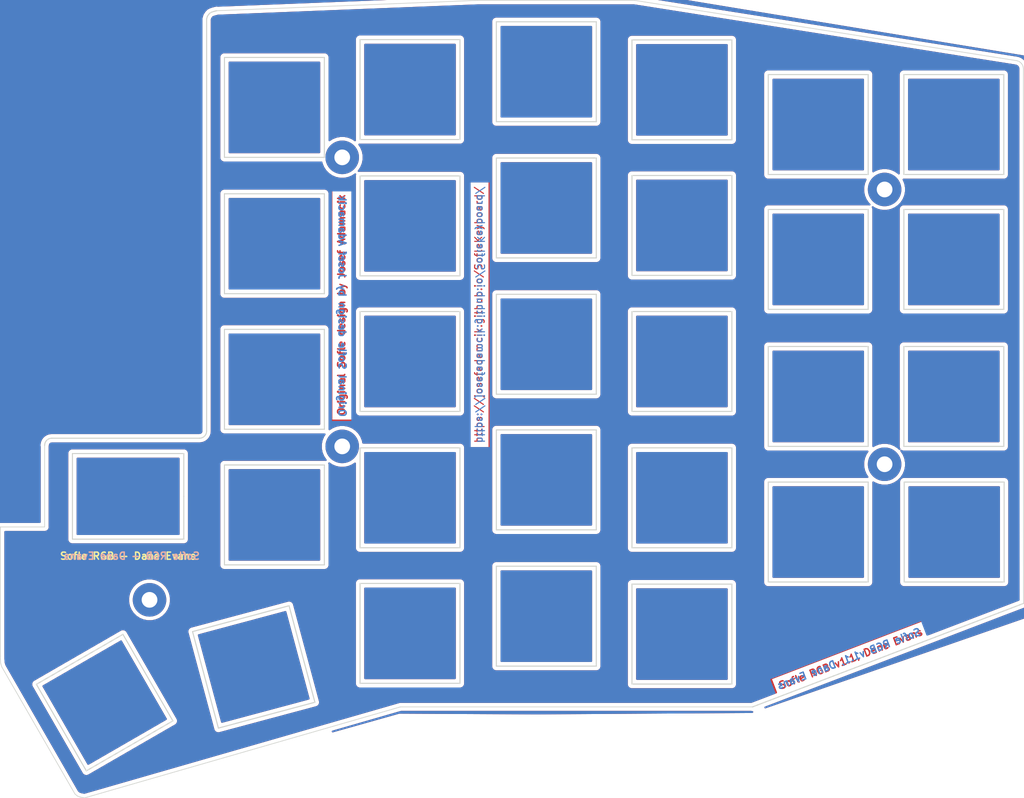
<source format=kicad_pcb>
(kicad_pcb (version 20171130) (host pcbnew 5.1.10)

  (general
    (thickness 1.6)
    (drawings 164)
    (tracks 0)
    (zones 0)
    (modules 9)
    (nets 1)
  )

  (page A4)
  (layers
    (0 F.Cu signal hide)
    (31 B.Cu signal hide)
    (32 B.Adhes user hide)
    (33 F.Adhes user hide)
    (34 B.Paste user hide)
    (35 F.Paste user hide)
    (36 B.SilkS user hide)
    (37 F.SilkS user hide)
    (38 B.Mask user hide)
    (39 F.Mask user hide)
    (40 Dwgs.User user)
    (41 Cmts.User user hide)
    (42 Eco1.User user hide)
    (43 Eco2.User user hide)
    (44 Edge.Cuts user)
    (45 Margin user hide)
    (46 B.CrtYd user hide)
    (47 F.CrtYd user hide)
    (48 B.Fab user hide)
    (49 F.Fab user hide)
  )

  (setup
    (last_trace_width 0.25)
    (trace_clearance 0.2)
    (zone_clearance 0.508)
    (zone_45_only no)
    (trace_min 0.2)
    (via_size 0.6)
    (via_drill 0.4)
    (via_min_size 0.4)
    (via_min_drill 0.3)
    (uvia_size 0.3)
    (uvia_drill 0.1)
    (uvias_allowed no)
    (uvia_min_size 0.2)
    (uvia_min_drill 0.1)
    (edge_width 0.15)
    (segment_width 0.2)
    (pcb_text_width 0.3)
    (pcb_text_size 1.5 1.5)
    (mod_edge_width 0.15)
    (mod_text_size 1 1)
    (mod_text_width 0.15)
    (pad_size 4.7 4.7)
    (pad_drill 2.2)
    (pad_to_mask_clearance 0.2)
    (aux_axis_origin 0 0)
    (grid_origin 111.995 97.8)
    (visible_elements 7FFFFFFF)
    (pcbplotparams
      (layerselection 0x010f0_ffffffff)
      (usegerberextensions false)
      (usegerberattributes false)
      (usegerberadvancedattributes false)
      (creategerberjobfile false)
      (excludeedgelayer true)
      (linewidth 0.100000)
      (plotframeref false)
      (viasonmask false)
      (mode 1)
      (useauxorigin false)
      (hpglpennumber 1)
      (hpglpenspeed 20)
      (hpglpendiameter 15.000000)
      (psnegative false)
      (psa4output false)
      (plotreference true)
      (plotvalue true)
      (plotinvisibletext false)
      (padsonsilk false)
      (subtractmaskfromsilk false)
      (outputformat 1)
      (mirror false)
      (drillshape 0)
      (scaleselection 1)
      (outputdirectory "gerber/"))
  )

  (net 0 "")

  (net_class Default "This is the default net class."
    (clearance 0.2)
    (trace_width 0.25)
    (via_dia 0.6)
    (via_drill 0.4)
    (uvia_dia 0.3)
    (uvia_drill 0.1)
  )

  (module dane:gecko-logo (layer F.Cu) (tedit 0) (tstamp 5F80B7BF)
    (at 94.495 117.3)
    (fp_text reference G*** (at 0 0) (layer F.SilkS) hide
      (effects (font (size 1.524 1.524) (thickness 0.3)))
    )
    (fp_text value LOGO (at 0.75 0) (layer F.SilkS) hide
      (effects (font (size 1.524 1.524) (thickness 0.3)))
    )
    (fp_poly (pts (xy 0.601318 -1.845968) (xy 0.629566 -1.801122) (xy 0.660606 -1.731632) (xy 0.674278 -1.696637)
      (xy 0.696844 -1.640456) (xy 0.717741 -1.594158) (xy 0.734739 -1.562309) (xy 0.745612 -1.549474)
      (xy 0.746125 -1.549405) (xy 0.757513 -1.537853) (xy 0.761992 -1.50684) (xy 0.762 -1.505208)
      (xy 0.766997 -1.463388) (xy 0.77927 -1.418191) (xy 0.781708 -1.411757) (xy 0.79008 -1.387564)
      (xy 0.794426 -1.362926) (xy 0.794778 -1.331829) (xy 0.791165 -1.288257) (xy 0.783616 -1.226195)
      (xy 0.782658 -1.218829) (xy 0.763898 -1.075159) (xy 0.904872 -0.890005) (xy 0.949855 -0.830926)
      (xy 0.989325 -0.779091) (xy 1.020787 -0.737776) (xy 1.041748 -0.710256) (xy 1.049674 -0.699857)
      (xy 1.063704 -0.699863) (xy 1.095604 -0.706722) (xy 1.139384 -0.718573) (xy 1.189058 -0.733553)
      (xy 1.238637 -0.7498) (xy 1.282132 -0.765451) (xy 1.313556 -0.778644) (xy 1.325376 -0.785602)
      (xy 1.346102 -0.811208) (xy 1.370849 -0.85208) (xy 1.395846 -0.900516) (xy 1.417324 -0.948813)
      (xy 1.431511 -0.98927) (xy 1.4351 -1.009732) (xy 1.443261 -1.038113) (xy 1.462639 -1.051849)
      (xy 1.485574 -1.046296) (xy 1.48961 -1.04277) (xy 1.497711 -1.024581) (xy 1.488756 -1.003156)
      (xy 1.47949 -0.975875) (xy 1.473922 -0.935468) (xy 1.4732 -0.915429) (xy 1.476946 -0.871614)
      (xy 1.489701 -0.847647) (xy 1.513732 -0.843044) (xy 1.551311 -0.857322) (xy 1.601845 -0.888082)
      (xy 1.64655 -0.917306) (xy 1.675006 -0.933308) (xy 1.691757 -0.937452) (xy 1.701347 -0.931102)
      (xy 1.706832 -0.919604) (xy 1.708613 -0.891777) (xy 1.689343 -0.877564) (xy 1.676717 -0.8763)
      (xy 1.654223 -0.866178) (xy 1.626807 -0.840966) (xy 1.600696 -0.808396) (xy 1.582118 -0.7762)
      (xy 1.577172 -0.752711) (xy 1.590575 -0.734045) (xy 1.61879 -0.713928) (xy 1.653392 -0.69651)
      (xy 1.685955 -0.685939) (xy 1.708055 -0.686365) (xy 1.709715 -0.68744) (xy 1.731588 -0.693257)
      (xy 1.754269 -0.685777) (xy 1.765097 -0.669315) (xy 1.765105 -0.668567) (xy 1.756737 -0.638731)
      (xy 1.735707 -0.628278) (xy 1.71695 -0.633689) (xy 1.684941 -0.643864) (xy 1.644157 -0.64804)
      (xy 1.603043 -0.646526) (xy 1.570045 -0.639627) (xy 1.553648 -0.627755) (xy 1.557824 -0.608475)
      (xy 1.575994 -0.580265) (xy 1.602145 -0.549844) (xy 1.630265 -0.523931) (xy 1.654341 -0.509245)
      (xy 1.66081 -0.508) (xy 1.673501 -0.499215) (xy 1.67397 -0.479469) (xy 1.664464 -0.458679)
      (xy 1.647228 -0.446761) (xy 1.646924 -0.446701) (xy 1.624724 -0.45296) (xy 1.617287 -0.467195)
      (xy 1.603162 -0.483497) (xy 1.571302 -0.505626) (xy 1.527773 -0.530536) (xy 1.478638 -0.555181)
      (xy 1.429963 -0.576516) (xy 1.387813 -0.591493) (xy 1.358696 -0.597067) (xy 1.335049 -0.59528)
      (xy 1.291811 -0.590259) (xy 1.234485 -0.582706) (xy 1.168573 -0.573323) (xy 1.145794 -0.569931)
      (xy 1.081186 -0.560564) (xy 1.026188 -0.553272) (xy 0.985344 -0.548605) (xy 0.963198 -0.547112)
      (xy 0.960582 -0.547539) (xy 0.95285 -0.559547) (xy 0.934297 -0.589102) (xy 0.907459 -0.632148)
      (xy 0.874868 -0.684627) (xy 0.864033 -0.702113) (xy 0.830281 -0.755791) (xy 0.801348 -0.800261)
      (xy 0.77975 -0.831773) (xy 0.768004 -0.846575) (xy 0.766718 -0.847153) (xy 0.766221 -0.833748)
      (xy 0.767225 -0.798425) (xy 0.769569 -0.744607) (xy 0.773092 -0.675722) (xy 0.77763 -0.595195)
      (xy 0.782195 -0.51969) (xy 0.802293 -0.19685) (xy 0.674235 0.048899) (xy 0.637146 0.121453)
      (xy 0.605074 0.186857) (xy 0.579605 0.241654) (xy 0.562321 0.282389) (xy 0.554808 0.305605)
      (xy 0.554914 0.309249) (xy 0.56465 0.323371) (xy 0.587103 0.35488) (xy 0.620019 0.400643)
      (xy 0.661142 0.457531) (xy 0.708217 0.52241) (xy 0.73293 0.556386) (xy 0.781738 0.623707)
      (xy 0.825293 0.684305) (xy 0.861431 0.735125) (xy 0.887987 0.773114) (xy 0.902797 0.795217)
      (xy 0.905128 0.799381) (xy 0.896186 0.80958) (xy 0.86952 0.832363) (xy 0.828007 0.86546)
      (xy 0.774525 0.906601) (xy 0.711953 0.953513) (xy 0.67945 0.977476) (xy 0.613158 1.026368)
      (xy 0.554118 1.070442) (xy 0.505304 1.107436) (xy 0.469686 1.135088) (xy 0.450237 1.151136)
      (xy 0.447524 1.154032) (xy 0.454771 1.167292) (xy 0.47848 1.188562) (xy 0.512775 1.213763)
      (xy 0.551777 1.238821) (xy 0.589608 1.259657) (xy 0.61595 1.270839) (xy 0.661836 1.279922)
      (xy 0.727894 1.284321) (xy 0.79375 1.284175) (xy 0.854907 1.281721) (xy 0.896276 1.277641)
      (xy 0.923462 1.270895) (xy 0.94207 1.260443) (xy 0.947715 1.255604) (xy 0.968302 1.23905)
      (xy 0.982568 1.240003) (xy 0.996071 1.251885) (xy 1.010095 1.275517) (xy 1.01038 1.291726)
      (xy 1.004043 1.311187) (xy 1.0033 1.315488) (xy 0.992231 1.319205) (xy 0.965531 1.320798)
      (xy 0.964777 1.3208) (xy 0.931477 1.326577) (xy 0.88835 1.341359) (xy 0.862393 1.353161)
      (xy 0.825523 1.37354) (xy 0.807043 1.390044) (xy 0.801813 1.408357) (xy 0.80249 1.419379)
      (xy 0.810655 1.442615) (xy 0.832454 1.464699) (xy 0.872752 1.490414) (xy 0.877498 1.493095)
      (xy 0.920395 1.515607) (xy 0.959172 1.53333) (xy 0.980872 1.541067) (xy 1.011086 1.557217)
      (xy 1.02348 1.58196) (xy 1.014664 1.608159) (xy 0.989736 1.623852) (xy 0.963588 1.62134)
      (xy 0.946604 1.60163) (xy 0.94658 1.601557) (xy 0.934439 1.585989) (xy 0.906234 1.573518)
      (xy 0.85735 1.562119) (xy 0.856189 1.561899) (xy 0.8112 1.554096) (xy 0.784146 1.552285)
      (xy 0.768149 1.557023) (xy 0.756334 1.568867) (xy 0.755418 1.570067) (xy 0.743412 1.58954)
      (xy 0.738086 1.611828) (xy 0.738776 1.644397) (xy 0.744529 1.692609) (xy 0.753705 1.7332)
      (xy 0.768434 1.753337) (xy 0.776307 1.7567) (xy 0.792654 1.766329) (xy 0.791173 1.787066)
      (xy 0.78922 1.792693) (xy 0.770518 1.819723) (xy 0.746584 1.827086) (xy 0.725108 1.81457)
      (xy 0.715858 1.794699) (xy 0.705533 1.762443) (xy 0.688996 1.719388) (xy 0.678199 1.693925)
      (xy 0.656494 1.652148) (xy 0.6354 1.629869) (xy 0.616907 1.622674) (xy 0.598938 1.621182)
      (xy 0.586424 1.62844) (xy 0.575552 1.649456) (xy 0.562509 1.689235) (xy 0.560077 1.697305)
      (xy 0.548515 1.743116) (xy 0.542396 1.78247) (xy 0.542781 1.80478) (xy 0.540636 1.832634)
      (xy 0.522993 1.849417) (xy 0.498441 1.85211) (xy 0.475573 1.837697) (xy 0.470613 1.830133)
      (xy 0.465358 1.805782) (xy 0.477852 1.78937) (xy 0.486811 1.778222) (xy 0.491885 1.759795)
      (xy 0.493451 1.729159) (xy 0.491886 1.681383) (xy 0.489369 1.638811) (xy 0.485863 1.588646)
      (xy 0.481217 1.548358) (xy 0.473348 1.513756) (xy 0.460173 1.480648) (xy 0.439611 1.444843)
      (xy 0.409578 1.402149) (xy 0.367991 1.348374) (xy 0.312767 1.279327) (xy 0.307478 1.272744)
      (xy 0.275793 1.234556) (xy 0.251581 1.205072) (xy 0.23606 1.181175) (xy 0.230445 1.159746)
      (xy 0.235952 1.137667) (xy 0.253798 1.111818) (xy 0.285198 1.079081) (xy 0.331368 1.036338)
      (xy 0.393525 0.980471) (xy 0.436648 0.94149) (xy 0.612946 0.781215) (xy 0.507883 0.682707)
      (xy 0.465446 0.643541) (xy 0.42979 0.611801) (xy 0.404922 0.590976) (xy 0.395084 0.584448)
      (xy 0.38554 0.59463) (xy 0.365898 0.62192) (xy 0.339327 0.661764) (xy 0.317966 0.695224)
      (xy 0.258908 0.778294) (xy 0.184258 0.86661) (xy 0.100686 0.953183) (xy 0.01486 1.031026)
      (xy -0.052686 1.08356) (xy -0.122406 1.12796) (xy -0.205824 1.173371) (xy -0.294379 1.215697)
      (xy -0.379512 1.250837) (xy -0.45085 1.274214) (xy -0.536598 1.292799) (xy -0.633428 1.306921)
      (xy -0.731482 1.315588) (xy -0.820897 1.317808) (xy -0.864133 1.315816) (xy -1.016028 1.290813)
      (xy -1.162582 1.24203) (xy -1.301703 1.170877) (xy -1.431298 1.078765) (xy -1.549276 0.967106)
      (xy -1.653546 0.837309) (xy -1.713517 0.74295) (xy -1.74279 0.69215) (xy -1.707554 0.7366)
      (xy -1.664556 0.7864) (xy -1.609239 0.844071) (xy -1.547225 0.90434) (xy -1.484138 0.961931)
      (xy -1.425601 1.011569) (xy -1.377237 1.047981) (xy -1.3716 1.051721) (xy -1.245176 1.120651)
      (xy -1.112029 1.168911) (xy -0.975949 1.195852) (xy -0.840726 1.200823) (xy -0.710149 1.183173)
      (xy -0.669045 1.172369) (xy -0.589275 1.14386) (xy -0.499007 1.103771) (xy -0.407416 1.056592)
      (xy -0.323675 1.006812) (xy -0.303663 0.99355) (xy -0.235204 0.943689) (xy -0.173883 0.891145)
      (xy -0.116659 0.832288) (xy -0.060488 0.76349) (xy -0.00233 0.681122) (xy 0.060859 0.581556)
      (xy 0.108154 0.502344) (xy 0.1822 0.376039) (xy 0.062525 0.264936) (xy 0.017749 0.224694)
      (xy -0.019949 0.193325) (xy -0.047049 0.173572) (xy -0.060033 0.168175) (xy -0.060612 0.168991)
      (xy -0.063064 0.186795) (xy -0.067286 0.224592) (xy -0.072716 0.277084) (xy -0.078788 0.338971)
      (xy -0.079662 0.348129) (xy -0.09525 0.512109) (xy -0.299052 0.315576) (xy -0.368065 0.2495)
      (xy -0.422106 0.199121) (xy -0.46408 0.162089) (xy -0.496893 0.136058) (xy -0.52345 0.11868)
      (xy -0.546657 0.107608) (xy -0.563249 0.102132) (xy -0.6089 0.094084) (xy -0.665441 0.090868)
      (xy -0.725859 0.092064) (xy -0.783143 0.097253) (xy -0.830281 0.106016) (xy -0.860263 0.117934)
      (xy -0.862931 0.120043) (xy -0.883564 0.132646) (xy -0.904041 0.125093) (xy -0.907144 0.122883)
      (xy -0.924869 0.098751) (xy -0.922059 0.074377) (xy -0.901259 0.05852) (xy -0.887849 0.056509)
      (xy -0.857992 0.051155) (xy -0.817757 0.038243) (xy -0.775521 0.021207) (xy -0.73966 0.003477)
      (xy -0.718549 -0.011514) (xy -0.717079 -0.013464) (xy -0.711706 -0.043532) (xy -0.731487 -0.075317)
      (xy -0.776246 -0.1086) (xy -0.802846 -0.123172) (xy -0.846133 -0.144559) (xy -0.88281 -0.161534)
      (xy -0.904875 -0.170398) (xy -0.923089 -0.186663) (xy -0.92562 -0.213132) (xy -0.91186 -0.238761)
      (xy -0.886202 -0.253155) (xy -0.865284 -0.244529) (xy -0.857715 -0.230065) (xy -0.842035 -0.212182)
      (xy -0.805346 -0.195931) (xy -0.771134 -0.186141) (xy -0.727794 -0.175774) (xy -0.701505 -0.1724)
      (xy -0.68481 -0.176342) (xy -0.670251 -0.187925) (xy -0.667477 -0.190653) (xy -0.650729 -0.22229)
      (xy -0.644282 -0.26675) (xy -0.647785 -0.313935) (xy -0.660888 -0.353751) (xy -0.673713 -0.370336)
      (xy -0.695731 -0.399876) (xy -0.693593 -0.428694) (xy -0.68473 -0.440491) (xy -0.662197 -0.449456)
      (xy -0.63772 -0.443539) (xy -0.623057 -0.426451) (xy -0.622302 -0.420794) (xy -0.617439 -0.399053)
      (xy -0.604716 -0.362372) (xy -0.587726 -0.320675) (xy -0.567687 -0.277703) (xy -0.551789 -0.253565)
      (xy -0.535673 -0.243162) (xy -0.519885 -0.2413) (xy -0.500593 -0.243994) (xy -0.486971 -0.255817)
      (xy -0.474837 -0.282385) (xy -0.463835 -0.316562) (xy -0.452711 -0.361044) (xy -0.447255 -0.399122)
      (xy -0.447978 -0.418328) (xy -0.445173 -0.445306) (xy -0.426489 -0.461615) (xy -0.400696 -0.46273)
      (xy -0.382942 -0.451885) (xy -0.369497 -0.431384) (xy -0.376492 -0.408955) (xy -0.378074 -0.406368)
      (xy -0.386015 -0.379699) (xy -0.391323 -0.331391) (xy -0.393631 -0.265106) (xy -0.3937 -0.249869)
      (xy -0.3937 -0.118392) (xy -0.295542 0.017758) (xy -0.259737 0.067889) (xy -0.23293 0.103877)
      (xy -0.213377 0.124241) (xy -0.199338 0.127498) (xy -0.18907 0.112168) (xy -0.180831 0.076767)
      (xy -0.17288 0.019814) (xy -0.163474 -0.060174) (xy -0.158977 -0.098425) (xy -0.150573 -0.165099)
      (xy -0.142524 -0.221828) (xy -0.135513 -0.264303) (xy -0.130224 -0.288217) (xy -0.128292 -0.291896)
      (xy -0.116972 -0.283703) (xy -0.08983 -0.260962) (xy -0.049816 -0.226239) (xy 0.000122 -0.182097)
      (xy 0.057035 -0.131103) (xy 0.068815 -0.12047) (xy 0.126385 -0.068712) (xy 0.177192 -0.023547)
      (xy 0.218381 0.01253) (xy 0.247097 0.037023) (xy 0.260485 0.047436) (xy 0.261083 0.047601)
      (xy 0.261331 0.034505) (xy 0.260091 0.000703) (xy 0.257581 -0.049168) (xy 0.254018 -0.110473)
      (xy 0.252589 -0.13335) (xy 0.249029 -0.201805) (xy 0.247622 -0.26684) (xy 0.248542 -0.334176)
      (xy 0.251965 -0.409529) (xy 0.258064 -0.498618) (xy 0.267016 -0.607161) (xy 0.267101 -0.608138)
      (xy 0.27422 -0.69206) (xy 0.280255 -0.767122) (xy 0.284948 -0.829767) (xy 0.28804 -0.87644)
      (xy 0.289273 -0.903583) (xy 0.288988 -0.909046) (xy 0.277089 -0.904726) (xy 0.247466 -0.890094)
      (xy 0.204473 -0.867394) (xy 0.152465 -0.83887) (xy 0.147917 -0.836333) (xy 0.095449 -0.807477)
      (xy 0.051725 -0.784305) (xy 0.021069 -0.769044) (xy 0.007803 -0.763922) (xy 0.007616 -0.764025)
      (xy -0.012673 -0.789778) (xy -0.0446 -0.827869) (xy -0.084851 -0.874584) (xy -0.130114 -0.926209)
      (xy -0.177074 -0.97903) (xy -0.22242 -1.029333) (xy -0.262837 -1.073404) (xy -0.295012 -1.10753)
      (xy -0.315633 -1.127996) (xy -0.320628 -1.131974) (xy -0.363934 -1.15182) (xy -0.414328 -1.169997)
      (xy -0.46492 -1.184616) (xy -0.508821 -1.19379) (xy -0.539143 -1.19563) (xy -0.546142 -1.193778)
      (xy -0.571121 -1.191617) (xy -0.58999 -1.206902) (xy -0.594323 -1.231782) (xy -0.592724 -1.237166)
      (xy -0.583761 -1.246549) (xy -0.562816 -1.250806) (xy -0.524833 -1.250496) (xy -0.491626 -1.24834)
      (xy -0.443423 -1.245136) (xy -0.414705 -1.245452) (xy -0.399653 -1.250593) (xy -0.392447 -1.261864)
      (xy -0.389706 -1.271203) (xy -0.388787 -1.299359) (xy -0.402215 -1.330795) (xy -0.432369 -1.369713)
      (xy -0.464694 -1.403648) (xy -0.49351 -1.43906) (xy -0.502254 -1.466086) (xy -0.49076 -1.482293)
      (xy -0.470299 -1.4859) (xy -0.448594 -1.477048) (xy -0.444478 -1.463675) (xy -0.433728 -1.442632)
      (xy -0.406809 -1.418521) (xy -0.371663 -1.396265) (xy -0.336235 -1.380785) (xy -0.308464 -1.377)
      (xy -0.305673 -1.377674) (xy -0.285541 -1.395323) (xy -0.268212 -1.428926) (xy -0.256625 -1.46904)
      (xy -0.253722 -1.50622) (xy -0.259225 -1.526859) (xy -0.26524 -1.551343) (xy -0.257711 -1.56347)
      (xy -0.234824 -1.573042) (xy -0.214085 -1.563218) (xy -0.204517 -1.539056) (xy -0.204663 -1.533727)
      (xy -0.205747 -1.504157) (xy -0.205672 -1.461822) (xy -0.205176 -1.439757) (xy -0.202076 -1.399325)
      (xy -0.194331 -1.377699) (xy -0.179545 -1.368383) (xy -0.178767 -1.368174) (xy -0.156212 -1.373851)
      (xy -0.128007 -1.396134) (xy -0.099873 -1.428915) (xy -0.077534 -1.466087) (xy -0.070565 -1.48365)
      (xy -0.055069 -1.506221) (xy -0.033964 -1.508866) (xy -0.010547 -1.497366) (xy -0.002679 -1.477904)
      (xy -0.012457 -1.459944) (xy -0.02207 -1.455208) (xy -0.036615 -1.440044) (xy -0.054483 -1.406504)
      (xy -0.073371 -1.360983) (xy -0.090975 -1.309873) (xy -0.104991 -1.259568) (xy -0.113115 -1.216462)
      (xy -0.114248 -1.199394) (xy -0.106347 -1.16748) (xy -0.083771 -1.119396) (xy -0.048112 -1.058483)
      (xy -0.04377 -1.051629) (xy 0.026655 -0.941208) (xy 0.162552 -1.012297) (xy 0.216038 -1.040528)
      (xy 0.261262 -1.064871) (xy 0.293464 -1.08273) (xy 0.307881 -1.091511) (xy 0.307889 -1.091518)
      (xy 0.310779 -1.106752) (xy 0.311334 -1.141754) (xy 0.309605 -1.191003) (xy 0.306511 -1.238252)
      (xy 0.3021 -1.302026) (xy 0.300905 -1.346928) (xy 0.303347 -1.379329) (xy 0.309844 -1.405602)
      (xy 0.319018 -1.428202) (xy 0.333996 -1.470421) (xy 0.342144 -1.511313) (xy 0.342621 -1.519894)
      (xy 0.34897 -1.553094) (xy 0.36293 -1.564344) (xy 0.376269 -1.577095) (xy 0.396877 -1.608757)
      (xy 0.422088 -1.654864) (xy 0.445016 -1.7018) (xy 0.483707 -1.779631) (xy 0.517056 -1.833)
      (xy 0.54669 -1.86187) (xy 0.574235 -1.866205) (xy 0.601318 -1.845968)) (layer F.Mask) (width 0.01))
  )

  (module dane:gecko-logo (layer B.Cu) (tedit 0) (tstamp 5F80B7AB)
    (at 95.495 117.3 180)
    (fp_text reference G*** (at 0 0) (layer B.SilkS) hide
      (effects (font (size 1.524 1.524) (thickness 0.3)) (justify mirror))
    )
    (fp_text value LOGO (at 0.75 0) (layer B.SilkS) hide
      (effects (font (size 1.524 1.524) (thickness 0.3)) (justify mirror))
    )
    (fp_poly (pts (xy 0.601318 1.845968) (xy 0.629566 1.801122) (xy 0.660606 1.731632) (xy 0.674278 1.696637)
      (xy 0.696844 1.640456) (xy 0.717741 1.594158) (xy 0.734739 1.562309) (xy 0.745612 1.549474)
      (xy 0.746125 1.549405) (xy 0.757513 1.537853) (xy 0.761992 1.50684) (xy 0.762 1.505208)
      (xy 0.766997 1.463388) (xy 0.77927 1.418191) (xy 0.781708 1.411757) (xy 0.79008 1.387564)
      (xy 0.794426 1.362926) (xy 0.794778 1.331829) (xy 0.791165 1.288257) (xy 0.783616 1.226195)
      (xy 0.782658 1.218829) (xy 0.763898 1.075159) (xy 0.904872 0.890005) (xy 0.949855 0.830926)
      (xy 0.989325 0.779091) (xy 1.020787 0.737776) (xy 1.041748 0.710256) (xy 1.049674 0.699857)
      (xy 1.063704 0.699863) (xy 1.095604 0.706722) (xy 1.139384 0.718573) (xy 1.189058 0.733553)
      (xy 1.238637 0.7498) (xy 1.282132 0.765451) (xy 1.313556 0.778644) (xy 1.325376 0.785602)
      (xy 1.346102 0.811208) (xy 1.370849 0.85208) (xy 1.395846 0.900516) (xy 1.417324 0.948813)
      (xy 1.431511 0.98927) (xy 1.4351 1.009732) (xy 1.443261 1.038113) (xy 1.462639 1.051849)
      (xy 1.485574 1.046296) (xy 1.48961 1.04277) (xy 1.497711 1.024581) (xy 1.488756 1.003156)
      (xy 1.47949 0.975875) (xy 1.473922 0.935468) (xy 1.4732 0.915429) (xy 1.476946 0.871614)
      (xy 1.489701 0.847647) (xy 1.513732 0.843044) (xy 1.551311 0.857322) (xy 1.601845 0.888082)
      (xy 1.64655 0.917306) (xy 1.675006 0.933308) (xy 1.691757 0.937452) (xy 1.701347 0.931102)
      (xy 1.706832 0.919604) (xy 1.708613 0.891777) (xy 1.689343 0.877564) (xy 1.676717 0.8763)
      (xy 1.654223 0.866178) (xy 1.626807 0.840966) (xy 1.600696 0.808396) (xy 1.582118 0.7762)
      (xy 1.577172 0.752711) (xy 1.590575 0.734045) (xy 1.61879 0.713928) (xy 1.653392 0.69651)
      (xy 1.685955 0.685939) (xy 1.708055 0.686365) (xy 1.709715 0.68744) (xy 1.731588 0.693257)
      (xy 1.754269 0.685777) (xy 1.765097 0.669315) (xy 1.765105 0.668567) (xy 1.756737 0.638731)
      (xy 1.735707 0.628278) (xy 1.71695 0.633689) (xy 1.684941 0.643864) (xy 1.644157 0.64804)
      (xy 1.603043 0.646526) (xy 1.570045 0.639627) (xy 1.553648 0.627755) (xy 1.557824 0.608475)
      (xy 1.575994 0.580265) (xy 1.602145 0.549844) (xy 1.630265 0.523931) (xy 1.654341 0.509245)
      (xy 1.66081 0.508) (xy 1.673501 0.499215) (xy 1.67397 0.479469) (xy 1.664464 0.458679)
      (xy 1.647228 0.446761) (xy 1.646924 0.446701) (xy 1.624724 0.45296) (xy 1.617287 0.467195)
      (xy 1.603162 0.483497) (xy 1.571302 0.505626) (xy 1.527773 0.530536) (xy 1.478638 0.555181)
      (xy 1.429963 0.576516) (xy 1.387813 0.591493) (xy 1.358696 0.597067) (xy 1.335049 0.59528)
      (xy 1.291811 0.590259) (xy 1.234485 0.582706) (xy 1.168573 0.573323) (xy 1.145794 0.569931)
      (xy 1.081186 0.560564) (xy 1.026188 0.553272) (xy 0.985344 0.548605) (xy 0.963198 0.547112)
      (xy 0.960582 0.547539) (xy 0.95285 0.559547) (xy 0.934297 0.589102) (xy 0.907459 0.632148)
      (xy 0.874868 0.684627) (xy 0.864033 0.702113) (xy 0.830281 0.755791) (xy 0.801348 0.800261)
      (xy 0.77975 0.831773) (xy 0.768004 0.846575) (xy 0.766718 0.847153) (xy 0.766221 0.833748)
      (xy 0.767225 0.798425) (xy 0.769569 0.744607) (xy 0.773092 0.675722) (xy 0.77763 0.595195)
      (xy 0.782195 0.51969) (xy 0.802293 0.19685) (xy 0.674235 -0.048899) (xy 0.637146 -0.121453)
      (xy 0.605074 -0.186857) (xy 0.579605 -0.241654) (xy 0.562321 -0.282389) (xy 0.554808 -0.305605)
      (xy 0.554914 -0.309249) (xy 0.56465 -0.323371) (xy 0.587103 -0.35488) (xy 0.620019 -0.400643)
      (xy 0.661142 -0.457531) (xy 0.708217 -0.52241) (xy 0.73293 -0.556386) (xy 0.781738 -0.623707)
      (xy 0.825293 -0.684305) (xy 0.861431 -0.735125) (xy 0.887987 -0.773114) (xy 0.902797 -0.795217)
      (xy 0.905128 -0.799381) (xy 0.896186 -0.80958) (xy 0.86952 -0.832363) (xy 0.828007 -0.86546)
      (xy 0.774525 -0.906601) (xy 0.711953 -0.953513) (xy 0.67945 -0.977476) (xy 0.613158 -1.026368)
      (xy 0.554118 -1.070442) (xy 0.505304 -1.107436) (xy 0.469686 -1.135088) (xy 0.450237 -1.151136)
      (xy 0.447524 -1.154032) (xy 0.454771 -1.167292) (xy 0.47848 -1.188562) (xy 0.512775 -1.213763)
      (xy 0.551777 -1.238821) (xy 0.589608 -1.259657) (xy 0.61595 -1.270839) (xy 0.661836 -1.279922)
      (xy 0.727894 -1.284321) (xy 0.79375 -1.284175) (xy 0.854907 -1.281721) (xy 0.896276 -1.277641)
      (xy 0.923462 -1.270895) (xy 0.94207 -1.260443) (xy 0.947715 -1.255604) (xy 0.968302 -1.23905)
      (xy 0.982568 -1.240003) (xy 0.996071 -1.251885) (xy 1.010095 -1.275517) (xy 1.01038 -1.291726)
      (xy 1.004043 -1.311187) (xy 1.0033 -1.315488) (xy 0.992231 -1.319205) (xy 0.965531 -1.320798)
      (xy 0.964777 -1.3208) (xy 0.931477 -1.326577) (xy 0.88835 -1.341359) (xy 0.862393 -1.353161)
      (xy 0.825523 -1.37354) (xy 0.807043 -1.390044) (xy 0.801813 -1.408357) (xy 0.80249 -1.419379)
      (xy 0.810655 -1.442615) (xy 0.832454 -1.464699) (xy 0.872752 -1.490414) (xy 0.877498 -1.493095)
      (xy 0.920395 -1.515607) (xy 0.959172 -1.53333) (xy 0.980872 -1.541067) (xy 1.011086 -1.557217)
      (xy 1.02348 -1.58196) (xy 1.014664 -1.608159) (xy 0.989736 -1.623852) (xy 0.963588 -1.62134)
      (xy 0.946604 -1.60163) (xy 0.94658 -1.601557) (xy 0.934439 -1.585989) (xy 0.906234 -1.573518)
      (xy 0.85735 -1.562119) (xy 0.856189 -1.561899) (xy 0.8112 -1.554096) (xy 0.784146 -1.552285)
      (xy 0.768149 -1.557023) (xy 0.756334 -1.568867) (xy 0.755418 -1.570067) (xy 0.743412 -1.58954)
      (xy 0.738086 -1.611828) (xy 0.738776 -1.644397) (xy 0.744529 -1.692609) (xy 0.753705 -1.7332)
      (xy 0.768434 -1.753337) (xy 0.776307 -1.7567) (xy 0.792654 -1.766329) (xy 0.791173 -1.787066)
      (xy 0.78922 -1.792693) (xy 0.770518 -1.819723) (xy 0.746584 -1.827086) (xy 0.725108 -1.81457)
      (xy 0.715858 -1.794699) (xy 0.705533 -1.762443) (xy 0.688996 -1.719388) (xy 0.678199 -1.693925)
      (xy 0.656494 -1.652148) (xy 0.6354 -1.629869) (xy 0.616907 -1.622674) (xy 0.598938 -1.621182)
      (xy 0.586424 -1.62844) (xy 0.575552 -1.649456) (xy 0.562509 -1.689235) (xy 0.560077 -1.697305)
      (xy 0.548515 -1.743116) (xy 0.542396 -1.78247) (xy 0.542781 -1.80478) (xy 0.540636 -1.832634)
      (xy 0.522993 -1.849417) (xy 0.498441 -1.85211) (xy 0.475573 -1.837697) (xy 0.470613 -1.830133)
      (xy 0.465358 -1.805782) (xy 0.477852 -1.78937) (xy 0.486811 -1.778222) (xy 0.491885 -1.759795)
      (xy 0.493451 -1.729159) (xy 0.491886 -1.681383) (xy 0.489369 -1.638811) (xy 0.485863 -1.588646)
      (xy 0.481217 -1.548358) (xy 0.473348 -1.513756) (xy 0.460173 -1.480648) (xy 0.439611 -1.444843)
      (xy 0.409578 -1.402149) (xy 0.367991 -1.348374) (xy 0.312767 -1.279327) (xy 0.307478 -1.272744)
      (xy 0.275793 -1.234556) (xy 0.251581 -1.205072) (xy 0.23606 -1.181175) (xy 0.230445 -1.159746)
      (xy 0.235952 -1.137667) (xy 0.253798 -1.111818) (xy 0.285198 -1.079081) (xy 0.331368 -1.036338)
      (xy 0.393525 -0.980471) (xy 0.436648 -0.94149) (xy 0.612946 -0.781215) (xy 0.507883 -0.682707)
      (xy 0.465446 -0.643541) (xy 0.42979 -0.611801) (xy 0.404922 -0.590976) (xy 0.395084 -0.584448)
      (xy 0.38554 -0.59463) (xy 0.365898 -0.62192) (xy 0.339327 -0.661764) (xy 0.317966 -0.695224)
      (xy 0.258908 -0.778294) (xy 0.184258 -0.86661) (xy 0.100686 -0.953183) (xy 0.01486 -1.031026)
      (xy -0.052686 -1.08356) (xy -0.122406 -1.12796) (xy -0.205824 -1.173371) (xy -0.294379 -1.215697)
      (xy -0.379512 -1.250837) (xy -0.45085 -1.274214) (xy -0.536598 -1.292799) (xy -0.633428 -1.306921)
      (xy -0.731482 -1.315588) (xy -0.820897 -1.317808) (xy -0.864133 -1.315816) (xy -1.016028 -1.290813)
      (xy -1.162582 -1.24203) (xy -1.301703 -1.170877) (xy -1.431298 -1.078765) (xy -1.549276 -0.967106)
      (xy -1.653546 -0.837309) (xy -1.713517 -0.74295) (xy -1.74279 -0.69215) (xy -1.707554 -0.7366)
      (xy -1.664556 -0.7864) (xy -1.609239 -0.844071) (xy -1.547225 -0.90434) (xy -1.484138 -0.961931)
      (xy -1.425601 -1.011569) (xy -1.377237 -1.047981) (xy -1.3716 -1.051721) (xy -1.245176 -1.120651)
      (xy -1.112029 -1.168911) (xy -0.975949 -1.195852) (xy -0.840726 -1.200823) (xy -0.710149 -1.183173)
      (xy -0.669045 -1.172369) (xy -0.589275 -1.14386) (xy -0.499007 -1.103771) (xy -0.407416 -1.056592)
      (xy -0.323675 -1.006812) (xy -0.303663 -0.99355) (xy -0.235204 -0.943689) (xy -0.173883 -0.891145)
      (xy -0.116659 -0.832288) (xy -0.060488 -0.76349) (xy -0.00233 -0.681122) (xy 0.060859 -0.581556)
      (xy 0.108154 -0.502344) (xy 0.1822 -0.376039) (xy 0.062525 -0.264936) (xy 0.017749 -0.224694)
      (xy -0.019949 -0.193325) (xy -0.047049 -0.173572) (xy -0.060033 -0.168175) (xy -0.060612 -0.168991)
      (xy -0.063064 -0.186795) (xy -0.067286 -0.224592) (xy -0.072716 -0.277084) (xy -0.078788 -0.338971)
      (xy -0.079662 -0.348129) (xy -0.09525 -0.512109) (xy -0.299052 -0.315576) (xy -0.368065 -0.2495)
      (xy -0.422106 -0.199121) (xy -0.46408 -0.162089) (xy -0.496893 -0.136058) (xy -0.52345 -0.11868)
      (xy -0.546657 -0.107608) (xy -0.563249 -0.102132) (xy -0.6089 -0.094084) (xy -0.665441 -0.090868)
      (xy -0.725859 -0.092064) (xy -0.783143 -0.097253) (xy -0.830281 -0.106016) (xy -0.860263 -0.117934)
      (xy -0.862931 -0.120043) (xy -0.883564 -0.132646) (xy -0.904041 -0.125093) (xy -0.907144 -0.122883)
      (xy -0.924869 -0.098751) (xy -0.922059 -0.074377) (xy -0.901259 -0.05852) (xy -0.887849 -0.056509)
      (xy -0.857992 -0.051155) (xy -0.817757 -0.038243) (xy -0.775521 -0.021207) (xy -0.73966 -0.003477)
      (xy -0.718549 0.011514) (xy -0.717079 0.013464) (xy -0.711706 0.043532) (xy -0.731487 0.075317)
      (xy -0.776246 0.1086) (xy -0.802846 0.123172) (xy -0.846133 0.144559) (xy -0.88281 0.161534)
      (xy -0.904875 0.170398) (xy -0.923089 0.186663) (xy -0.92562 0.213132) (xy -0.91186 0.238761)
      (xy -0.886202 0.253155) (xy -0.865284 0.244529) (xy -0.857715 0.230065) (xy -0.842035 0.212182)
      (xy -0.805346 0.195931) (xy -0.771134 0.186141) (xy -0.727794 0.175774) (xy -0.701505 0.1724)
      (xy -0.68481 0.176342) (xy -0.670251 0.187925) (xy -0.667477 0.190653) (xy -0.650729 0.22229)
      (xy -0.644282 0.26675) (xy -0.647785 0.313935) (xy -0.660888 0.353751) (xy -0.673713 0.370336)
      (xy -0.695731 0.399876) (xy -0.693593 0.428694) (xy -0.68473 0.440491) (xy -0.662197 0.449456)
      (xy -0.63772 0.443539) (xy -0.623057 0.426451) (xy -0.622302 0.420794) (xy -0.617439 0.399053)
      (xy -0.604716 0.362372) (xy -0.587726 0.320675) (xy -0.567687 0.277703) (xy -0.551789 0.253565)
      (xy -0.535673 0.243162) (xy -0.519885 0.2413) (xy -0.500593 0.243994) (xy -0.486971 0.255817)
      (xy -0.474837 0.282385) (xy -0.463835 0.316562) (xy -0.452711 0.361044) (xy -0.447255 0.399122)
      (xy -0.447978 0.418328) (xy -0.445173 0.445306) (xy -0.426489 0.461615) (xy -0.400696 0.46273)
      (xy -0.382942 0.451885) (xy -0.369497 0.431384) (xy -0.376492 0.408955) (xy -0.378074 0.406368)
      (xy -0.386015 0.379699) (xy -0.391323 0.331391) (xy -0.393631 0.265106) (xy -0.3937 0.249869)
      (xy -0.3937 0.118392) (xy -0.295542 -0.017758) (xy -0.259737 -0.067889) (xy -0.23293 -0.103877)
      (xy -0.213377 -0.124241) (xy -0.199338 -0.127498) (xy -0.18907 -0.112168) (xy -0.180831 -0.076767)
      (xy -0.17288 -0.019814) (xy -0.163474 0.060174) (xy -0.158977 0.098425) (xy -0.150573 0.165099)
      (xy -0.142524 0.221828) (xy -0.135513 0.264303) (xy -0.130224 0.288217) (xy -0.128292 0.291896)
      (xy -0.116972 0.283703) (xy -0.08983 0.260962) (xy -0.049816 0.226239) (xy 0.000122 0.182097)
      (xy 0.057035 0.131103) (xy 0.068815 0.12047) (xy 0.126385 0.068712) (xy 0.177192 0.023547)
      (xy 0.218381 -0.01253) (xy 0.247097 -0.037023) (xy 0.260485 -0.047436) (xy 0.261083 -0.047601)
      (xy 0.261331 -0.034505) (xy 0.260091 -0.000703) (xy 0.257581 0.049168) (xy 0.254018 0.110473)
      (xy 0.252589 0.13335) (xy 0.249029 0.201805) (xy 0.247622 0.26684) (xy 0.248542 0.334176)
      (xy 0.251965 0.409529) (xy 0.258064 0.498618) (xy 0.267016 0.607161) (xy 0.267101 0.608138)
      (xy 0.27422 0.69206) (xy 0.280255 0.767122) (xy 0.284948 0.829767) (xy 0.28804 0.87644)
      (xy 0.289273 0.903583) (xy 0.288988 0.909046) (xy 0.277089 0.904726) (xy 0.247466 0.890094)
      (xy 0.204473 0.867394) (xy 0.152465 0.83887) (xy 0.147917 0.836333) (xy 0.095449 0.807477)
      (xy 0.051725 0.784305) (xy 0.021069 0.769044) (xy 0.007803 0.763922) (xy 0.007616 0.764025)
      (xy -0.012673 0.789778) (xy -0.0446 0.827869) (xy -0.084851 0.874584) (xy -0.130114 0.926209)
      (xy -0.177074 0.97903) (xy -0.22242 1.029333) (xy -0.262837 1.073404) (xy -0.295012 1.10753)
      (xy -0.315633 1.127996) (xy -0.320628 1.131974) (xy -0.363934 1.15182) (xy -0.414328 1.169997)
      (xy -0.46492 1.184616) (xy -0.508821 1.19379) (xy -0.539143 1.19563) (xy -0.546142 1.193778)
      (xy -0.571121 1.191617) (xy -0.58999 1.206902) (xy -0.594323 1.231782) (xy -0.592724 1.237166)
      (xy -0.583761 1.246549) (xy -0.562816 1.250806) (xy -0.524833 1.250496) (xy -0.491626 1.24834)
      (xy -0.443423 1.245136) (xy -0.414705 1.245452) (xy -0.399653 1.250593) (xy -0.392447 1.261864)
      (xy -0.389706 1.271203) (xy -0.388787 1.299359) (xy -0.402215 1.330795) (xy -0.432369 1.369713)
      (xy -0.464694 1.403648) (xy -0.49351 1.43906) (xy -0.502254 1.466086) (xy -0.49076 1.482293)
      (xy -0.470299 1.4859) (xy -0.448594 1.477048) (xy -0.444478 1.463675) (xy -0.433728 1.442632)
      (xy -0.406809 1.418521) (xy -0.371663 1.396265) (xy -0.336235 1.380785) (xy -0.308464 1.377)
      (xy -0.305673 1.377674) (xy -0.285541 1.395323) (xy -0.268212 1.428926) (xy -0.256625 1.46904)
      (xy -0.253722 1.50622) (xy -0.259225 1.526859) (xy -0.26524 1.551343) (xy -0.257711 1.56347)
      (xy -0.234824 1.573042) (xy -0.214085 1.563218) (xy -0.204517 1.539056) (xy -0.204663 1.533727)
      (xy -0.205747 1.504157) (xy -0.205672 1.461822) (xy -0.205176 1.439757) (xy -0.202076 1.399325)
      (xy -0.194331 1.377699) (xy -0.179545 1.368383) (xy -0.178767 1.368174) (xy -0.156212 1.373851)
      (xy -0.128007 1.396134) (xy -0.099873 1.428915) (xy -0.077534 1.466087) (xy -0.070565 1.48365)
      (xy -0.055069 1.506221) (xy -0.033964 1.508866) (xy -0.010547 1.497366) (xy -0.002679 1.477904)
      (xy -0.012457 1.459944) (xy -0.02207 1.455208) (xy -0.036615 1.440044) (xy -0.054483 1.406504)
      (xy -0.073371 1.360983) (xy -0.090975 1.309873) (xy -0.104991 1.259568) (xy -0.113115 1.216462)
      (xy -0.114248 1.199394) (xy -0.106347 1.16748) (xy -0.083771 1.119396) (xy -0.048112 1.058483)
      (xy -0.04377 1.051629) (xy 0.026655 0.941208) (xy 0.162552 1.012297) (xy 0.216038 1.040528)
      (xy 0.261262 1.064871) (xy 0.293464 1.08273) (xy 0.307881 1.091511) (xy 0.307889 1.091518)
      (xy 0.310779 1.106752) (xy 0.311334 1.141754) (xy 0.309605 1.191003) (xy 0.306511 1.238252)
      (xy 0.3021 1.302026) (xy 0.300905 1.346928) (xy 0.303347 1.379329) (xy 0.309844 1.405602)
      (xy 0.319018 1.428202) (xy 0.333996 1.470421) (xy 0.342144 1.511313) (xy 0.342621 1.519894)
      (xy 0.34897 1.553094) (xy 0.36293 1.564344) (xy 0.376269 1.577095) (xy 0.396877 1.608757)
      (xy 0.422088 1.654864) (xy 0.445016 1.7018) (xy 0.483707 1.779631) (xy 0.517056 1.833)
      (xy 0.54669 1.86187) (xy 0.574235 1.866205) (xy 0.601318 1.845968)) (layer B.Mask) (width 0.01))
  )

  (module dane:gecko-logo (layer B.Cu) (tedit 0) (tstamp 5F80E41E)
    (at 192.995 126.195 180)
    (fp_text reference G*** (at 0 0) (layer B.SilkS) hide
      (effects (font (size 1.524 1.524) (thickness 0.3)) (justify mirror))
    )
    (fp_text value LOGO (at 0.75 0) (layer B.SilkS) hide
      (effects (font (size 1.524 1.524) (thickness 0.3)) (justify mirror))
    )
    (fp_poly (pts (xy 0.601318 1.845968) (xy 0.629566 1.801122) (xy 0.660606 1.731632) (xy 0.674278 1.696637)
      (xy 0.696844 1.640456) (xy 0.717741 1.594158) (xy 0.734739 1.562309) (xy 0.745612 1.549474)
      (xy 0.746125 1.549405) (xy 0.757513 1.537853) (xy 0.761992 1.50684) (xy 0.762 1.505208)
      (xy 0.766997 1.463388) (xy 0.77927 1.418191) (xy 0.781708 1.411757) (xy 0.79008 1.387564)
      (xy 0.794426 1.362926) (xy 0.794778 1.331829) (xy 0.791165 1.288257) (xy 0.783616 1.226195)
      (xy 0.782658 1.218829) (xy 0.763898 1.075159) (xy 0.904872 0.890005) (xy 0.949855 0.830926)
      (xy 0.989325 0.779091) (xy 1.020787 0.737776) (xy 1.041748 0.710256) (xy 1.049674 0.699857)
      (xy 1.063704 0.699863) (xy 1.095604 0.706722) (xy 1.139384 0.718573) (xy 1.189058 0.733553)
      (xy 1.238637 0.7498) (xy 1.282132 0.765451) (xy 1.313556 0.778644) (xy 1.325376 0.785602)
      (xy 1.346102 0.811208) (xy 1.370849 0.85208) (xy 1.395846 0.900516) (xy 1.417324 0.948813)
      (xy 1.431511 0.98927) (xy 1.4351 1.009732) (xy 1.443261 1.038113) (xy 1.462639 1.051849)
      (xy 1.485574 1.046296) (xy 1.48961 1.04277) (xy 1.497711 1.024581) (xy 1.488756 1.003156)
      (xy 1.47949 0.975875) (xy 1.473922 0.935468) (xy 1.4732 0.915429) (xy 1.476946 0.871614)
      (xy 1.489701 0.847647) (xy 1.513732 0.843044) (xy 1.551311 0.857322) (xy 1.601845 0.888082)
      (xy 1.64655 0.917306) (xy 1.675006 0.933308) (xy 1.691757 0.937452) (xy 1.701347 0.931102)
      (xy 1.706832 0.919604) (xy 1.708613 0.891777) (xy 1.689343 0.877564) (xy 1.676717 0.8763)
      (xy 1.654223 0.866178) (xy 1.626807 0.840966) (xy 1.600696 0.808396) (xy 1.582118 0.7762)
      (xy 1.577172 0.752711) (xy 1.590575 0.734045) (xy 1.61879 0.713928) (xy 1.653392 0.69651)
      (xy 1.685955 0.685939) (xy 1.708055 0.686365) (xy 1.709715 0.68744) (xy 1.731588 0.693257)
      (xy 1.754269 0.685777) (xy 1.765097 0.669315) (xy 1.765105 0.668567) (xy 1.756737 0.638731)
      (xy 1.735707 0.628278) (xy 1.71695 0.633689) (xy 1.684941 0.643864) (xy 1.644157 0.64804)
      (xy 1.603043 0.646526) (xy 1.570045 0.639627) (xy 1.553648 0.627755) (xy 1.557824 0.608475)
      (xy 1.575994 0.580265) (xy 1.602145 0.549844) (xy 1.630265 0.523931) (xy 1.654341 0.509245)
      (xy 1.66081 0.508) (xy 1.673501 0.499215) (xy 1.67397 0.479469) (xy 1.664464 0.458679)
      (xy 1.647228 0.446761) (xy 1.646924 0.446701) (xy 1.624724 0.45296) (xy 1.617287 0.467195)
      (xy 1.603162 0.483497) (xy 1.571302 0.505626) (xy 1.527773 0.530536) (xy 1.478638 0.555181)
      (xy 1.429963 0.576516) (xy 1.387813 0.591493) (xy 1.358696 0.597067) (xy 1.335049 0.59528)
      (xy 1.291811 0.590259) (xy 1.234485 0.582706) (xy 1.168573 0.573323) (xy 1.145794 0.569931)
      (xy 1.081186 0.560564) (xy 1.026188 0.553272) (xy 0.985344 0.548605) (xy 0.963198 0.547112)
      (xy 0.960582 0.547539) (xy 0.95285 0.559547) (xy 0.934297 0.589102) (xy 0.907459 0.632148)
      (xy 0.874868 0.684627) (xy 0.864033 0.702113) (xy 0.830281 0.755791) (xy 0.801348 0.800261)
      (xy 0.77975 0.831773) (xy 0.768004 0.846575) (xy 0.766718 0.847153) (xy 0.766221 0.833748)
      (xy 0.767225 0.798425) (xy 0.769569 0.744607) (xy 0.773092 0.675722) (xy 0.77763 0.595195)
      (xy 0.782195 0.51969) (xy 0.802293 0.19685) (xy 0.674235 -0.048899) (xy 0.637146 -0.121453)
      (xy 0.605074 -0.186857) (xy 0.579605 -0.241654) (xy 0.562321 -0.282389) (xy 0.554808 -0.305605)
      (xy 0.554914 -0.309249) (xy 0.56465 -0.323371) (xy 0.587103 -0.35488) (xy 0.620019 -0.400643)
      (xy 0.661142 -0.457531) (xy 0.708217 -0.52241) (xy 0.73293 -0.556386) (xy 0.781738 -0.623707)
      (xy 0.825293 -0.684305) (xy 0.861431 -0.735125) (xy 0.887987 -0.773114) (xy 0.902797 -0.795217)
      (xy 0.905128 -0.799381) (xy 0.896186 -0.80958) (xy 0.86952 -0.832363) (xy 0.828007 -0.86546)
      (xy 0.774525 -0.906601) (xy 0.711953 -0.953513) (xy 0.67945 -0.977476) (xy 0.613158 -1.026368)
      (xy 0.554118 -1.070442) (xy 0.505304 -1.107436) (xy 0.469686 -1.135088) (xy 0.450237 -1.151136)
      (xy 0.447524 -1.154032) (xy 0.454771 -1.167292) (xy 0.47848 -1.188562) (xy 0.512775 -1.213763)
      (xy 0.551777 -1.238821) (xy 0.589608 -1.259657) (xy 0.61595 -1.270839) (xy 0.661836 -1.279922)
      (xy 0.727894 -1.284321) (xy 0.79375 -1.284175) (xy 0.854907 -1.281721) (xy 0.896276 -1.277641)
      (xy 0.923462 -1.270895) (xy 0.94207 -1.260443) (xy 0.947715 -1.255604) (xy 0.968302 -1.23905)
      (xy 0.982568 -1.240003) (xy 0.996071 -1.251885) (xy 1.010095 -1.275517) (xy 1.01038 -1.291726)
      (xy 1.004043 -1.311187) (xy 1.0033 -1.315488) (xy 0.992231 -1.319205) (xy 0.965531 -1.320798)
      (xy 0.964777 -1.3208) (xy 0.931477 -1.326577) (xy 0.88835 -1.341359) (xy 0.862393 -1.353161)
      (xy 0.825523 -1.37354) (xy 0.807043 -1.390044) (xy 0.801813 -1.408357) (xy 0.80249 -1.419379)
      (xy 0.810655 -1.442615) (xy 0.832454 -1.464699) (xy 0.872752 -1.490414) (xy 0.877498 -1.493095)
      (xy 0.920395 -1.515607) (xy 0.959172 -1.53333) (xy 0.980872 -1.541067) (xy 1.011086 -1.557217)
      (xy 1.02348 -1.58196) (xy 1.014664 -1.608159) (xy 0.989736 -1.623852) (xy 0.963588 -1.62134)
      (xy 0.946604 -1.60163) (xy 0.94658 -1.601557) (xy 0.934439 -1.585989) (xy 0.906234 -1.573518)
      (xy 0.85735 -1.562119) (xy 0.856189 -1.561899) (xy 0.8112 -1.554096) (xy 0.784146 -1.552285)
      (xy 0.768149 -1.557023) (xy 0.756334 -1.568867) (xy 0.755418 -1.570067) (xy 0.743412 -1.58954)
      (xy 0.738086 -1.611828) (xy 0.738776 -1.644397) (xy 0.744529 -1.692609) (xy 0.753705 -1.7332)
      (xy 0.768434 -1.753337) (xy 0.776307 -1.7567) (xy 0.792654 -1.766329) (xy 0.791173 -1.787066)
      (xy 0.78922 -1.792693) (xy 0.770518 -1.819723) (xy 0.746584 -1.827086) (xy 0.725108 -1.81457)
      (xy 0.715858 -1.794699) (xy 0.705533 -1.762443) (xy 0.688996 -1.719388) (xy 0.678199 -1.693925)
      (xy 0.656494 -1.652148) (xy 0.6354 -1.629869) (xy 0.616907 -1.622674) (xy 0.598938 -1.621182)
      (xy 0.586424 -1.62844) (xy 0.575552 -1.649456) (xy 0.562509 -1.689235) (xy 0.560077 -1.697305)
      (xy 0.548515 -1.743116) (xy 0.542396 -1.78247) (xy 0.542781 -1.80478) (xy 0.540636 -1.832634)
      (xy 0.522993 -1.849417) (xy 0.498441 -1.85211) (xy 0.475573 -1.837697) (xy 0.470613 -1.830133)
      (xy 0.465358 -1.805782) (xy 0.477852 -1.78937) (xy 0.486811 -1.778222) (xy 0.491885 -1.759795)
      (xy 0.493451 -1.729159) (xy 0.491886 -1.681383) (xy 0.489369 -1.638811) (xy 0.485863 -1.588646)
      (xy 0.481217 -1.548358) (xy 0.473348 -1.513756) (xy 0.460173 -1.480648) (xy 0.439611 -1.444843)
      (xy 0.409578 -1.402149) (xy 0.367991 -1.348374) (xy 0.312767 -1.279327) (xy 0.307478 -1.272744)
      (xy 0.275793 -1.234556) (xy 0.251581 -1.205072) (xy 0.23606 -1.181175) (xy 0.230445 -1.159746)
      (xy 0.235952 -1.137667) (xy 0.253798 -1.111818) (xy 0.285198 -1.079081) (xy 0.331368 -1.036338)
      (xy 0.393525 -0.980471) (xy 0.436648 -0.94149) (xy 0.612946 -0.781215) (xy 0.507883 -0.682707)
      (xy 0.465446 -0.643541) (xy 0.42979 -0.611801) (xy 0.404922 -0.590976) (xy 0.395084 -0.584448)
      (xy 0.38554 -0.59463) (xy 0.365898 -0.62192) (xy 0.339327 -0.661764) (xy 0.317966 -0.695224)
      (xy 0.258908 -0.778294) (xy 0.184258 -0.86661) (xy 0.100686 -0.953183) (xy 0.01486 -1.031026)
      (xy -0.052686 -1.08356) (xy -0.122406 -1.12796) (xy -0.205824 -1.173371) (xy -0.294379 -1.215697)
      (xy -0.379512 -1.250837) (xy -0.45085 -1.274214) (xy -0.536598 -1.292799) (xy -0.633428 -1.306921)
      (xy -0.731482 -1.315588) (xy -0.820897 -1.317808) (xy -0.864133 -1.315816) (xy -1.016028 -1.290813)
      (xy -1.162582 -1.24203) (xy -1.301703 -1.170877) (xy -1.431298 -1.078765) (xy -1.549276 -0.967106)
      (xy -1.653546 -0.837309) (xy -1.713517 -0.74295) (xy -1.74279 -0.69215) (xy -1.707554 -0.7366)
      (xy -1.664556 -0.7864) (xy -1.609239 -0.844071) (xy -1.547225 -0.90434) (xy -1.484138 -0.961931)
      (xy -1.425601 -1.011569) (xy -1.377237 -1.047981) (xy -1.3716 -1.051721) (xy -1.245176 -1.120651)
      (xy -1.112029 -1.168911) (xy -0.975949 -1.195852) (xy -0.840726 -1.200823) (xy -0.710149 -1.183173)
      (xy -0.669045 -1.172369) (xy -0.589275 -1.14386) (xy -0.499007 -1.103771) (xy -0.407416 -1.056592)
      (xy -0.323675 -1.006812) (xy -0.303663 -0.99355) (xy -0.235204 -0.943689) (xy -0.173883 -0.891145)
      (xy -0.116659 -0.832288) (xy -0.060488 -0.76349) (xy -0.00233 -0.681122) (xy 0.060859 -0.581556)
      (xy 0.108154 -0.502344) (xy 0.1822 -0.376039) (xy 0.062525 -0.264936) (xy 0.017749 -0.224694)
      (xy -0.019949 -0.193325) (xy -0.047049 -0.173572) (xy -0.060033 -0.168175) (xy -0.060612 -0.168991)
      (xy -0.063064 -0.186795) (xy -0.067286 -0.224592) (xy -0.072716 -0.277084) (xy -0.078788 -0.338971)
      (xy -0.079662 -0.348129) (xy -0.09525 -0.512109) (xy -0.299052 -0.315576) (xy -0.368065 -0.2495)
      (xy -0.422106 -0.199121) (xy -0.46408 -0.162089) (xy -0.496893 -0.136058) (xy -0.52345 -0.11868)
      (xy -0.546657 -0.107608) (xy -0.563249 -0.102132) (xy -0.6089 -0.094084) (xy -0.665441 -0.090868)
      (xy -0.725859 -0.092064) (xy -0.783143 -0.097253) (xy -0.830281 -0.106016) (xy -0.860263 -0.117934)
      (xy -0.862931 -0.120043) (xy -0.883564 -0.132646) (xy -0.904041 -0.125093) (xy -0.907144 -0.122883)
      (xy -0.924869 -0.098751) (xy -0.922059 -0.074377) (xy -0.901259 -0.05852) (xy -0.887849 -0.056509)
      (xy -0.857992 -0.051155) (xy -0.817757 -0.038243) (xy -0.775521 -0.021207) (xy -0.73966 -0.003477)
      (xy -0.718549 0.011514) (xy -0.717079 0.013464) (xy -0.711706 0.043532) (xy -0.731487 0.075317)
      (xy -0.776246 0.1086) (xy -0.802846 0.123172) (xy -0.846133 0.144559) (xy -0.88281 0.161534)
      (xy -0.904875 0.170398) (xy -0.923089 0.186663) (xy -0.92562 0.213132) (xy -0.91186 0.238761)
      (xy -0.886202 0.253155) (xy -0.865284 0.244529) (xy -0.857715 0.230065) (xy -0.842035 0.212182)
      (xy -0.805346 0.195931) (xy -0.771134 0.186141) (xy -0.727794 0.175774) (xy -0.701505 0.1724)
      (xy -0.68481 0.176342) (xy -0.670251 0.187925) (xy -0.667477 0.190653) (xy -0.650729 0.22229)
      (xy -0.644282 0.26675) (xy -0.647785 0.313935) (xy -0.660888 0.353751) (xy -0.673713 0.370336)
      (xy -0.695731 0.399876) (xy -0.693593 0.428694) (xy -0.68473 0.440491) (xy -0.662197 0.449456)
      (xy -0.63772 0.443539) (xy -0.623057 0.426451) (xy -0.622302 0.420794) (xy -0.617439 0.399053)
      (xy -0.604716 0.362372) (xy -0.587726 0.320675) (xy -0.567687 0.277703) (xy -0.551789 0.253565)
      (xy -0.535673 0.243162) (xy -0.519885 0.2413) (xy -0.500593 0.243994) (xy -0.486971 0.255817)
      (xy -0.474837 0.282385) (xy -0.463835 0.316562) (xy -0.452711 0.361044) (xy -0.447255 0.399122)
      (xy -0.447978 0.418328) (xy -0.445173 0.445306) (xy -0.426489 0.461615) (xy -0.400696 0.46273)
      (xy -0.382942 0.451885) (xy -0.369497 0.431384) (xy -0.376492 0.408955) (xy -0.378074 0.406368)
      (xy -0.386015 0.379699) (xy -0.391323 0.331391) (xy -0.393631 0.265106) (xy -0.3937 0.249869)
      (xy -0.3937 0.118392) (xy -0.295542 -0.017758) (xy -0.259737 -0.067889) (xy -0.23293 -0.103877)
      (xy -0.213377 -0.124241) (xy -0.199338 -0.127498) (xy -0.18907 -0.112168) (xy -0.180831 -0.076767)
      (xy -0.17288 -0.019814) (xy -0.163474 0.060174) (xy -0.158977 0.098425) (xy -0.150573 0.165099)
      (xy -0.142524 0.221828) (xy -0.135513 0.264303) (xy -0.130224 0.288217) (xy -0.128292 0.291896)
      (xy -0.116972 0.283703) (xy -0.08983 0.260962) (xy -0.049816 0.226239) (xy 0.000122 0.182097)
      (xy 0.057035 0.131103) (xy 0.068815 0.12047) (xy 0.126385 0.068712) (xy 0.177192 0.023547)
      (xy 0.218381 -0.01253) (xy 0.247097 -0.037023) (xy 0.260485 -0.047436) (xy 0.261083 -0.047601)
      (xy 0.261331 -0.034505) (xy 0.260091 -0.000703) (xy 0.257581 0.049168) (xy 0.254018 0.110473)
      (xy 0.252589 0.13335) (xy 0.249029 0.201805) (xy 0.247622 0.26684) (xy 0.248542 0.334176)
      (xy 0.251965 0.409529) (xy 0.258064 0.498618) (xy 0.267016 0.607161) (xy 0.267101 0.608138)
      (xy 0.27422 0.69206) (xy 0.280255 0.767122) (xy 0.284948 0.829767) (xy 0.28804 0.87644)
      (xy 0.289273 0.903583) (xy 0.288988 0.909046) (xy 0.277089 0.904726) (xy 0.247466 0.890094)
      (xy 0.204473 0.867394) (xy 0.152465 0.83887) (xy 0.147917 0.836333) (xy 0.095449 0.807477)
      (xy 0.051725 0.784305) (xy 0.021069 0.769044) (xy 0.007803 0.763922) (xy 0.007616 0.764025)
      (xy -0.012673 0.789778) (xy -0.0446 0.827869) (xy -0.084851 0.874584) (xy -0.130114 0.926209)
      (xy -0.177074 0.97903) (xy -0.22242 1.029333) (xy -0.262837 1.073404) (xy -0.295012 1.10753)
      (xy -0.315633 1.127996) (xy -0.320628 1.131974) (xy -0.363934 1.15182) (xy -0.414328 1.169997)
      (xy -0.46492 1.184616) (xy -0.508821 1.19379) (xy -0.539143 1.19563) (xy -0.546142 1.193778)
      (xy -0.571121 1.191617) (xy -0.58999 1.206902) (xy -0.594323 1.231782) (xy -0.592724 1.237166)
      (xy -0.583761 1.246549) (xy -0.562816 1.250806) (xy -0.524833 1.250496) (xy -0.491626 1.24834)
      (xy -0.443423 1.245136) (xy -0.414705 1.245452) (xy -0.399653 1.250593) (xy -0.392447 1.261864)
      (xy -0.389706 1.271203) (xy -0.388787 1.299359) (xy -0.402215 1.330795) (xy -0.432369 1.369713)
      (xy -0.464694 1.403648) (xy -0.49351 1.43906) (xy -0.502254 1.466086) (xy -0.49076 1.482293)
      (xy -0.470299 1.4859) (xy -0.448594 1.477048) (xy -0.444478 1.463675) (xy -0.433728 1.442632)
      (xy -0.406809 1.418521) (xy -0.371663 1.396265) (xy -0.336235 1.380785) (xy -0.308464 1.377)
      (xy -0.305673 1.377674) (xy -0.285541 1.395323) (xy -0.268212 1.428926) (xy -0.256625 1.46904)
      (xy -0.253722 1.50622) (xy -0.259225 1.526859) (xy -0.26524 1.551343) (xy -0.257711 1.56347)
      (xy -0.234824 1.573042) (xy -0.214085 1.563218) (xy -0.204517 1.539056) (xy -0.204663 1.533727)
      (xy -0.205747 1.504157) (xy -0.205672 1.461822) (xy -0.205176 1.439757) (xy -0.202076 1.399325)
      (xy -0.194331 1.377699) (xy -0.179545 1.368383) (xy -0.178767 1.368174) (xy -0.156212 1.373851)
      (xy -0.128007 1.396134) (xy -0.099873 1.428915) (xy -0.077534 1.466087) (xy -0.070565 1.48365)
      (xy -0.055069 1.506221) (xy -0.033964 1.508866) (xy -0.010547 1.497366) (xy -0.002679 1.477904)
      (xy -0.012457 1.459944) (xy -0.02207 1.455208) (xy -0.036615 1.440044) (xy -0.054483 1.406504)
      (xy -0.073371 1.360983) (xy -0.090975 1.309873) (xy -0.104991 1.259568) (xy -0.113115 1.216462)
      (xy -0.114248 1.199394) (xy -0.106347 1.16748) (xy -0.083771 1.119396) (xy -0.048112 1.058483)
      (xy -0.04377 1.051629) (xy 0.026655 0.941208) (xy 0.162552 1.012297) (xy 0.216038 1.040528)
      (xy 0.261262 1.064871) (xy 0.293464 1.08273) (xy 0.307881 1.091511) (xy 0.307889 1.091518)
      (xy 0.310779 1.106752) (xy 0.311334 1.141754) (xy 0.309605 1.191003) (xy 0.306511 1.238252)
      (xy 0.3021 1.302026) (xy 0.300905 1.346928) (xy 0.303347 1.379329) (xy 0.309844 1.405602)
      (xy 0.319018 1.428202) (xy 0.333996 1.470421) (xy 0.342144 1.511313) (xy 0.342621 1.519894)
      (xy 0.34897 1.553094) (xy 0.36293 1.564344) (xy 0.376269 1.577095) (xy 0.396877 1.608757)
      (xy 0.422088 1.654864) (xy 0.445016 1.7018) (xy 0.483707 1.779631) (xy 0.517056 1.833)
      (xy 0.54669 1.86187) (xy 0.574235 1.866205) (xy 0.601318 1.845968)) (layer B.Mask) (width 0.01))
  )

  (module SofleKeyboard-footprint:HOLE_M2_TH (layer F.Cu) (tedit 5FDAFEE7) (tstamp 5F80E3D9)
    (at 103.995 120.445 90)
    (path /5B74D98F)
    (fp_text reference TH7 (at 0 -2.54 90) (layer F.SilkS) hide
      (effects (font (size 0.29972 0.29972) (thickness 0.0762)))
    )
    (fp_text value HOLE (at 0 2.54 90) (layer F.SilkS) hide
      (effects (font (size 0.29972 0.29972) (thickness 0.0762)))
    )
    (pad "" thru_hole circle (at 0 0 180) (size 4.7 4.7) (drill 2.2) (layers *.Cu *.Mask Dwgs.User)
      (clearance 0.3))
  )

  (module SofleKeyboard-footprint:HOLE_M2_TH (layer F.Cu) (tedit 5FDAFEDF) (tstamp 5F80E35A)
    (at 131.02 99.02)
    (path /5B74D78B)
    (fp_text reference TH5 (at 0 -2.54) (layer F.SilkS) hide
      (effects (font (size 0.29972 0.29972) (thickness 0.0762)))
    )
    (fp_text value HOLE (at 0 2.54) (layer F.SilkS) hide
      (effects (font (size 0.29972 0.29972) (thickness 0.0762)))
    )
    (pad "" thru_hole circle (at -0.025 -0.075 90) (size 4.7 4.7) (drill 2.2) (layers *.Cu *.Mask Dwgs.User)
      (clearance 0.3))
  )

  (module SofleKeyboard-footprint:HOLE_M2_TH (layer F.Cu) (tedit 5FDAFEF8) (tstamp 5F80E2ED)
    (at 207.17 101.47)
    (path /5B74D88C)
    (fp_text reference TH6 (at 0 -2.54) (layer F.SilkS) hide
      (effects (font (size 0.29972 0.29972) (thickness 0.0762)))
    )
    (fp_text value HOLE (at 0 2.54) (layer F.SilkS) hide
      (effects (font (size 0.29972 0.29972) (thickness 0.0762)))
    )
    (pad "" thru_hole circle (at -0.175 -0.025 90) (size 4.7 4.7) (drill 2.2) (layers *.Cu *.Mask Dwgs.User)
      (clearance 0.3))
  )

  (module SofleKeyboard-footprint:HOLE_M2_TH (layer F.Cu) (tedit 5FDAFEC8) (tstamp 5F80E208)
    (at 130.97 58.52)
    (path /5B74DA95)
    (fp_text reference TH3 (at 0 -2.54) (layer F.SilkS) hide
      (effects (font (size 0.29972 0.29972) (thickness 0.0762)))
    )
    (fp_text value HOLE (at 0 2.54) (layer F.SilkS) hide
      (effects (font (size 0.29972 0.29972) (thickness 0.0762)))
    )
    (pad "" thru_hole circle (at 0.025 -0.075 90) (size 4.7 4.7) (drill 2.2) (layers *.Cu *.Mask Dwgs.User)
      (clearance 0.3))
  )

  (module SofleKeyboard-footprint:HOLE_M2_TH (layer F.Cu) (tedit 5FDAFEEF) (tstamp 5F80E1DA)
    (at 207.22 63.22)
    (path /5B74D1C0)
    (fp_text reference TH4 (at 0 -2.54) (layer F.SilkS) hide
      (effects (font (size 0.29972 0.29972) (thickness 0.0762)))
    )
    (fp_text value HOLE (at 0 2.54) (layer F.SilkS) hide
      (effects (font (size 0.29972 0.29972) (thickness 0.0762)))
    )
    (pad "" thru_hole circle (at -0.225 -0.275 90) (size 4.7 4.7) (drill 2.2) (layers *.Cu *.Mask Dwgs.User)
      (clearance 0.3))
  )

  (module dane:gecko-logo (layer F.Cu) (tedit 0) (tstamp 5F80D23E)
    (at 192.245 126.195)
    (fp_text reference G*** (at 0 0) (layer F.SilkS) hide
      (effects (font (size 1.524 1.524) (thickness 0.3)))
    )
    (fp_text value LOGO (at 0.75 0) (layer F.SilkS) hide
      (effects (font (size 1.524 1.524) (thickness 0.3)))
    )
    (fp_poly (pts (xy 0.601318 -1.845968) (xy 0.629566 -1.801122) (xy 0.660606 -1.731632) (xy 0.674278 -1.696637)
      (xy 0.696844 -1.640456) (xy 0.717741 -1.594158) (xy 0.734739 -1.562309) (xy 0.745612 -1.549474)
      (xy 0.746125 -1.549405) (xy 0.757513 -1.537853) (xy 0.761992 -1.50684) (xy 0.762 -1.505208)
      (xy 0.766997 -1.463388) (xy 0.77927 -1.418191) (xy 0.781708 -1.411757) (xy 0.79008 -1.387564)
      (xy 0.794426 -1.362926) (xy 0.794778 -1.331829) (xy 0.791165 -1.288257) (xy 0.783616 -1.226195)
      (xy 0.782658 -1.218829) (xy 0.763898 -1.075159) (xy 0.904872 -0.890005) (xy 0.949855 -0.830926)
      (xy 0.989325 -0.779091) (xy 1.020787 -0.737776) (xy 1.041748 -0.710256) (xy 1.049674 -0.699857)
      (xy 1.063704 -0.699863) (xy 1.095604 -0.706722) (xy 1.139384 -0.718573) (xy 1.189058 -0.733553)
      (xy 1.238637 -0.7498) (xy 1.282132 -0.765451) (xy 1.313556 -0.778644) (xy 1.325376 -0.785602)
      (xy 1.346102 -0.811208) (xy 1.370849 -0.85208) (xy 1.395846 -0.900516) (xy 1.417324 -0.948813)
      (xy 1.431511 -0.98927) (xy 1.4351 -1.009732) (xy 1.443261 -1.038113) (xy 1.462639 -1.051849)
      (xy 1.485574 -1.046296) (xy 1.48961 -1.04277) (xy 1.497711 -1.024581) (xy 1.488756 -1.003156)
      (xy 1.47949 -0.975875) (xy 1.473922 -0.935468) (xy 1.4732 -0.915429) (xy 1.476946 -0.871614)
      (xy 1.489701 -0.847647) (xy 1.513732 -0.843044) (xy 1.551311 -0.857322) (xy 1.601845 -0.888082)
      (xy 1.64655 -0.917306) (xy 1.675006 -0.933308) (xy 1.691757 -0.937452) (xy 1.701347 -0.931102)
      (xy 1.706832 -0.919604) (xy 1.708613 -0.891777) (xy 1.689343 -0.877564) (xy 1.676717 -0.8763)
      (xy 1.654223 -0.866178) (xy 1.626807 -0.840966) (xy 1.600696 -0.808396) (xy 1.582118 -0.7762)
      (xy 1.577172 -0.752711) (xy 1.590575 -0.734045) (xy 1.61879 -0.713928) (xy 1.653392 -0.69651)
      (xy 1.685955 -0.685939) (xy 1.708055 -0.686365) (xy 1.709715 -0.68744) (xy 1.731588 -0.693257)
      (xy 1.754269 -0.685777) (xy 1.765097 -0.669315) (xy 1.765105 -0.668567) (xy 1.756737 -0.638731)
      (xy 1.735707 -0.628278) (xy 1.71695 -0.633689) (xy 1.684941 -0.643864) (xy 1.644157 -0.64804)
      (xy 1.603043 -0.646526) (xy 1.570045 -0.639627) (xy 1.553648 -0.627755) (xy 1.557824 -0.608475)
      (xy 1.575994 -0.580265) (xy 1.602145 -0.549844) (xy 1.630265 -0.523931) (xy 1.654341 -0.509245)
      (xy 1.66081 -0.508) (xy 1.673501 -0.499215) (xy 1.67397 -0.479469) (xy 1.664464 -0.458679)
      (xy 1.647228 -0.446761) (xy 1.646924 -0.446701) (xy 1.624724 -0.45296) (xy 1.617287 -0.467195)
      (xy 1.603162 -0.483497) (xy 1.571302 -0.505626) (xy 1.527773 -0.530536) (xy 1.478638 -0.555181)
      (xy 1.429963 -0.576516) (xy 1.387813 -0.591493) (xy 1.358696 -0.597067) (xy 1.335049 -0.59528)
      (xy 1.291811 -0.590259) (xy 1.234485 -0.582706) (xy 1.168573 -0.573323) (xy 1.145794 -0.569931)
      (xy 1.081186 -0.560564) (xy 1.026188 -0.553272) (xy 0.985344 -0.548605) (xy 0.963198 -0.547112)
      (xy 0.960582 -0.547539) (xy 0.95285 -0.559547) (xy 0.934297 -0.589102) (xy 0.907459 -0.632148)
      (xy 0.874868 -0.684627) (xy 0.864033 -0.702113) (xy 0.830281 -0.755791) (xy 0.801348 -0.800261)
      (xy 0.77975 -0.831773) (xy 0.768004 -0.846575) (xy 0.766718 -0.847153) (xy 0.766221 -0.833748)
      (xy 0.767225 -0.798425) (xy 0.769569 -0.744607) (xy 0.773092 -0.675722) (xy 0.77763 -0.595195)
      (xy 0.782195 -0.51969) (xy 0.802293 -0.19685) (xy 0.674235 0.048899) (xy 0.637146 0.121453)
      (xy 0.605074 0.186857) (xy 0.579605 0.241654) (xy 0.562321 0.282389) (xy 0.554808 0.305605)
      (xy 0.554914 0.309249) (xy 0.56465 0.323371) (xy 0.587103 0.35488) (xy 0.620019 0.400643)
      (xy 0.661142 0.457531) (xy 0.708217 0.52241) (xy 0.73293 0.556386) (xy 0.781738 0.623707)
      (xy 0.825293 0.684305) (xy 0.861431 0.735125) (xy 0.887987 0.773114) (xy 0.902797 0.795217)
      (xy 0.905128 0.799381) (xy 0.896186 0.80958) (xy 0.86952 0.832363) (xy 0.828007 0.86546)
      (xy 0.774525 0.906601) (xy 0.711953 0.953513) (xy 0.67945 0.977476) (xy 0.613158 1.026368)
      (xy 0.554118 1.070442) (xy 0.505304 1.107436) (xy 0.469686 1.135088) (xy 0.450237 1.151136)
      (xy 0.447524 1.154032) (xy 0.454771 1.167292) (xy 0.47848 1.188562) (xy 0.512775 1.213763)
      (xy 0.551777 1.238821) (xy 0.589608 1.259657) (xy 0.61595 1.270839) (xy 0.661836 1.279922)
      (xy 0.727894 1.284321) (xy 0.79375 1.284175) (xy 0.854907 1.281721) (xy 0.896276 1.277641)
      (xy 0.923462 1.270895) (xy 0.94207 1.260443) (xy 0.947715 1.255604) (xy 0.968302 1.23905)
      (xy 0.982568 1.240003) (xy 0.996071 1.251885) (xy 1.010095 1.275517) (xy 1.01038 1.291726)
      (xy 1.004043 1.311187) (xy 1.0033 1.315488) (xy 0.992231 1.319205) (xy 0.965531 1.320798)
      (xy 0.964777 1.3208) (xy 0.931477 1.326577) (xy 0.88835 1.341359) (xy 0.862393 1.353161)
      (xy 0.825523 1.37354) (xy 0.807043 1.390044) (xy 0.801813 1.408357) (xy 0.80249 1.419379)
      (xy 0.810655 1.442615) (xy 0.832454 1.464699) (xy 0.872752 1.490414) (xy 0.877498 1.493095)
      (xy 0.920395 1.515607) (xy 0.959172 1.53333) (xy 0.980872 1.541067) (xy 1.011086 1.557217)
      (xy 1.02348 1.58196) (xy 1.014664 1.608159) (xy 0.989736 1.623852) (xy 0.963588 1.62134)
      (xy 0.946604 1.60163) (xy 0.94658 1.601557) (xy 0.934439 1.585989) (xy 0.906234 1.573518)
      (xy 0.85735 1.562119) (xy 0.856189 1.561899) (xy 0.8112 1.554096) (xy 0.784146 1.552285)
      (xy 0.768149 1.557023) (xy 0.756334 1.568867) (xy 0.755418 1.570067) (xy 0.743412 1.58954)
      (xy 0.738086 1.611828) (xy 0.738776 1.644397) (xy 0.744529 1.692609) (xy 0.753705 1.7332)
      (xy 0.768434 1.753337) (xy 0.776307 1.7567) (xy 0.792654 1.766329) (xy 0.791173 1.787066)
      (xy 0.78922 1.792693) (xy 0.770518 1.819723) (xy 0.746584 1.827086) (xy 0.725108 1.81457)
      (xy 0.715858 1.794699) (xy 0.705533 1.762443) (xy 0.688996 1.719388) (xy 0.678199 1.693925)
      (xy 0.656494 1.652148) (xy 0.6354 1.629869) (xy 0.616907 1.622674) (xy 0.598938 1.621182)
      (xy 0.586424 1.62844) (xy 0.575552 1.649456) (xy 0.562509 1.689235) (xy 0.560077 1.697305)
      (xy 0.548515 1.743116) (xy 0.542396 1.78247) (xy 0.542781 1.80478) (xy 0.540636 1.832634)
      (xy 0.522993 1.849417) (xy 0.498441 1.85211) (xy 0.475573 1.837697) (xy 0.470613 1.830133)
      (xy 0.465358 1.805782) (xy 0.477852 1.78937) (xy 0.486811 1.778222) (xy 0.491885 1.759795)
      (xy 0.493451 1.729159) (xy 0.491886 1.681383) (xy 0.489369 1.638811) (xy 0.485863 1.588646)
      (xy 0.481217 1.548358) (xy 0.473348 1.513756) (xy 0.460173 1.480648) (xy 0.439611 1.444843)
      (xy 0.409578 1.402149) (xy 0.367991 1.348374) (xy 0.312767 1.279327) (xy 0.307478 1.272744)
      (xy 0.275793 1.234556) (xy 0.251581 1.205072) (xy 0.23606 1.181175) (xy 0.230445 1.159746)
      (xy 0.235952 1.137667) (xy 0.253798 1.111818) (xy 0.285198 1.079081) (xy 0.331368 1.036338)
      (xy 0.393525 0.980471) (xy 0.436648 0.94149) (xy 0.612946 0.781215) (xy 0.507883 0.682707)
      (xy 0.465446 0.643541) (xy 0.42979 0.611801) (xy 0.404922 0.590976) (xy 0.395084 0.584448)
      (xy 0.38554 0.59463) (xy 0.365898 0.62192) (xy 0.339327 0.661764) (xy 0.317966 0.695224)
      (xy 0.258908 0.778294) (xy 0.184258 0.86661) (xy 0.100686 0.953183) (xy 0.01486 1.031026)
      (xy -0.052686 1.08356) (xy -0.122406 1.12796) (xy -0.205824 1.173371) (xy -0.294379 1.215697)
      (xy -0.379512 1.250837) (xy -0.45085 1.274214) (xy -0.536598 1.292799) (xy -0.633428 1.306921)
      (xy -0.731482 1.315588) (xy -0.820897 1.317808) (xy -0.864133 1.315816) (xy -1.016028 1.290813)
      (xy -1.162582 1.24203) (xy -1.301703 1.170877) (xy -1.431298 1.078765) (xy -1.549276 0.967106)
      (xy -1.653546 0.837309) (xy -1.713517 0.74295) (xy -1.74279 0.69215) (xy -1.707554 0.7366)
      (xy -1.664556 0.7864) (xy -1.609239 0.844071) (xy -1.547225 0.90434) (xy -1.484138 0.961931)
      (xy -1.425601 1.011569) (xy -1.377237 1.047981) (xy -1.3716 1.051721) (xy -1.245176 1.120651)
      (xy -1.112029 1.168911) (xy -0.975949 1.195852) (xy -0.840726 1.200823) (xy -0.710149 1.183173)
      (xy -0.669045 1.172369) (xy -0.589275 1.14386) (xy -0.499007 1.103771) (xy -0.407416 1.056592)
      (xy -0.323675 1.006812) (xy -0.303663 0.99355) (xy -0.235204 0.943689) (xy -0.173883 0.891145)
      (xy -0.116659 0.832288) (xy -0.060488 0.76349) (xy -0.00233 0.681122) (xy 0.060859 0.581556)
      (xy 0.108154 0.502344) (xy 0.1822 0.376039) (xy 0.062525 0.264936) (xy 0.017749 0.224694)
      (xy -0.019949 0.193325) (xy -0.047049 0.173572) (xy -0.060033 0.168175) (xy -0.060612 0.168991)
      (xy -0.063064 0.186795) (xy -0.067286 0.224592) (xy -0.072716 0.277084) (xy -0.078788 0.338971)
      (xy -0.079662 0.348129) (xy -0.09525 0.512109) (xy -0.299052 0.315576) (xy -0.368065 0.2495)
      (xy -0.422106 0.199121) (xy -0.46408 0.162089) (xy -0.496893 0.136058) (xy -0.52345 0.11868)
      (xy -0.546657 0.107608) (xy -0.563249 0.102132) (xy -0.6089 0.094084) (xy -0.665441 0.090868)
      (xy -0.725859 0.092064) (xy -0.783143 0.097253) (xy -0.830281 0.106016) (xy -0.860263 0.117934)
      (xy -0.862931 0.120043) (xy -0.883564 0.132646) (xy -0.904041 0.125093) (xy -0.907144 0.122883)
      (xy -0.924869 0.098751) (xy -0.922059 0.074377) (xy -0.901259 0.05852) (xy -0.887849 0.056509)
      (xy -0.857992 0.051155) (xy -0.817757 0.038243) (xy -0.775521 0.021207) (xy -0.73966 0.003477)
      (xy -0.718549 -0.011514) (xy -0.717079 -0.013464) (xy -0.711706 -0.043532) (xy -0.731487 -0.075317)
      (xy -0.776246 -0.1086) (xy -0.802846 -0.123172) (xy -0.846133 -0.144559) (xy -0.88281 -0.161534)
      (xy -0.904875 -0.170398) (xy -0.923089 -0.186663) (xy -0.92562 -0.213132) (xy -0.91186 -0.238761)
      (xy -0.886202 -0.253155) (xy -0.865284 -0.244529) (xy -0.857715 -0.230065) (xy -0.842035 -0.212182)
      (xy -0.805346 -0.195931) (xy -0.771134 -0.186141) (xy -0.727794 -0.175774) (xy -0.701505 -0.1724)
      (xy -0.68481 -0.176342) (xy -0.670251 -0.187925) (xy -0.667477 -0.190653) (xy -0.650729 -0.22229)
      (xy -0.644282 -0.26675) (xy -0.647785 -0.313935) (xy -0.660888 -0.353751) (xy -0.673713 -0.370336)
      (xy -0.695731 -0.399876) (xy -0.693593 -0.428694) (xy -0.68473 -0.440491) (xy -0.662197 -0.449456)
      (xy -0.63772 -0.443539) (xy -0.623057 -0.426451) (xy -0.622302 -0.420794) (xy -0.617439 -0.399053)
      (xy -0.604716 -0.362372) (xy -0.587726 -0.320675) (xy -0.567687 -0.277703) (xy -0.551789 -0.253565)
      (xy -0.535673 -0.243162) (xy -0.519885 -0.2413) (xy -0.500593 -0.243994) (xy -0.486971 -0.255817)
      (xy -0.474837 -0.282385) (xy -0.463835 -0.316562) (xy -0.452711 -0.361044) (xy -0.447255 -0.399122)
      (xy -0.447978 -0.418328) (xy -0.445173 -0.445306) (xy -0.426489 -0.461615) (xy -0.400696 -0.46273)
      (xy -0.382942 -0.451885) (xy -0.369497 -0.431384) (xy -0.376492 -0.408955) (xy -0.378074 -0.406368)
      (xy -0.386015 -0.379699) (xy -0.391323 -0.331391) (xy -0.393631 -0.265106) (xy -0.3937 -0.249869)
      (xy -0.3937 -0.118392) (xy -0.295542 0.017758) (xy -0.259737 0.067889) (xy -0.23293 0.103877)
      (xy -0.213377 0.124241) (xy -0.199338 0.127498) (xy -0.18907 0.112168) (xy -0.180831 0.076767)
      (xy -0.17288 0.019814) (xy -0.163474 -0.060174) (xy -0.158977 -0.098425) (xy -0.150573 -0.165099)
      (xy -0.142524 -0.221828) (xy -0.135513 -0.264303) (xy -0.130224 -0.288217) (xy -0.128292 -0.291896)
      (xy -0.116972 -0.283703) (xy -0.08983 -0.260962) (xy -0.049816 -0.226239) (xy 0.000122 -0.182097)
      (xy 0.057035 -0.131103) (xy 0.068815 -0.12047) (xy 0.126385 -0.068712) (xy 0.177192 -0.023547)
      (xy 0.218381 0.01253) (xy 0.247097 0.037023) (xy 0.260485 0.047436) (xy 0.261083 0.047601)
      (xy 0.261331 0.034505) (xy 0.260091 0.000703) (xy 0.257581 -0.049168) (xy 0.254018 -0.110473)
      (xy 0.252589 -0.13335) (xy 0.249029 -0.201805) (xy 0.247622 -0.26684) (xy 0.248542 -0.334176)
      (xy 0.251965 -0.409529) (xy 0.258064 -0.498618) (xy 0.267016 -0.607161) (xy 0.267101 -0.608138)
      (xy 0.27422 -0.69206) (xy 0.280255 -0.767122) (xy 0.284948 -0.829767) (xy 0.28804 -0.87644)
      (xy 0.289273 -0.903583) (xy 0.288988 -0.909046) (xy 0.277089 -0.904726) (xy 0.247466 -0.890094)
      (xy 0.204473 -0.867394) (xy 0.152465 -0.83887) (xy 0.147917 -0.836333) (xy 0.095449 -0.807477)
      (xy 0.051725 -0.784305) (xy 0.021069 -0.769044) (xy 0.007803 -0.763922) (xy 0.007616 -0.764025)
      (xy -0.012673 -0.789778) (xy -0.0446 -0.827869) (xy -0.084851 -0.874584) (xy -0.130114 -0.926209)
      (xy -0.177074 -0.97903) (xy -0.22242 -1.029333) (xy -0.262837 -1.073404) (xy -0.295012 -1.10753)
      (xy -0.315633 -1.127996) (xy -0.320628 -1.131974) (xy -0.363934 -1.15182) (xy -0.414328 -1.169997)
      (xy -0.46492 -1.184616) (xy -0.508821 -1.19379) (xy -0.539143 -1.19563) (xy -0.546142 -1.193778)
      (xy -0.571121 -1.191617) (xy -0.58999 -1.206902) (xy -0.594323 -1.231782) (xy -0.592724 -1.237166)
      (xy -0.583761 -1.246549) (xy -0.562816 -1.250806) (xy -0.524833 -1.250496) (xy -0.491626 -1.24834)
      (xy -0.443423 -1.245136) (xy -0.414705 -1.245452) (xy -0.399653 -1.250593) (xy -0.392447 -1.261864)
      (xy -0.389706 -1.271203) (xy -0.388787 -1.299359) (xy -0.402215 -1.330795) (xy -0.432369 -1.369713)
      (xy -0.464694 -1.403648) (xy -0.49351 -1.43906) (xy -0.502254 -1.466086) (xy -0.49076 -1.482293)
      (xy -0.470299 -1.4859) (xy -0.448594 -1.477048) (xy -0.444478 -1.463675) (xy -0.433728 -1.442632)
      (xy -0.406809 -1.418521) (xy -0.371663 -1.396265) (xy -0.336235 -1.380785) (xy -0.308464 -1.377)
      (xy -0.305673 -1.377674) (xy -0.285541 -1.395323) (xy -0.268212 -1.428926) (xy -0.256625 -1.46904)
      (xy -0.253722 -1.50622) (xy -0.259225 -1.526859) (xy -0.26524 -1.551343) (xy -0.257711 -1.56347)
      (xy -0.234824 -1.573042) (xy -0.214085 -1.563218) (xy -0.204517 -1.539056) (xy -0.204663 -1.533727)
      (xy -0.205747 -1.504157) (xy -0.205672 -1.461822) (xy -0.205176 -1.439757) (xy -0.202076 -1.399325)
      (xy -0.194331 -1.377699) (xy -0.179545 -1.368383) (xy -0.178767 -1.368174) (xy -0.156212 -1.373851)
      (xy -0.128007 -1.396134) (xy -0.099873 -1.428915) (xy -0.077534 -1.466087) (xy -0.070565 -1.48365)
      (xy -0.055069 -1.506221) (xy -0.033964 -1.508866) (xy -0.010547 -1.497366) (xy -0.002679 -1.477904)
      (xy -0.012457 -1.459944) (xy -0.02207 -1.455208) (xy -0.036615 -1.440044) (xy -0.054483 -1.406504)
      (xy -0.073371 -1.360983) (xy -0.090975 -1.309873) (xy -0.104991 -1.259568) (xy -0.113115 -1.216462)
      (xy -0.114248 -1.199394) (xy -0.106347 -1.16748) (xy -0.083771 -1.119396) (xy -0.048112 -1.058483)
      (xy -0.04377 -1.051629) (xy 0.026655 -0.941208) (xy 0.162552 -1.012297) (xy 0.216038 -1.040528)
      (xy 0.261262 -1.064871) (xy 0.293464 -1.08273) (xy 0.307881 -1.091511) (xy 0.307889 -1.091518)
      (xy 0.310779 -1.106752) (xy 0.311334 -1.141754) (xy 0.309605 -1.191003) (xy 0.306511 -1.238252)
      (xy 0.3021 -1.302026) (xy 0.300905 -1.346928) (xy 0.303347 -1.379329) (xy 0.309844 -1.405602)
      (xy 0.319018 -1.428202) (xy 0.333996 -1.470421) (xy 0.342144 -1.511313) (xy 0.342621 -1.519894)
      (xy 0.34897 -1.553094) (xy 0.36293 -1.564344) (xy 0.376269 -1.577095) (xy 0.396877 -1.608757)
      (xy 0.422088 -1.654864) (xy 0.445016 -1.7018) (xy 0.483707 -1.779631) (xy 0.517056 -1.833)
      (xy 0.54669 -1.86187) (xy 0.574235 -1.866205) (xy 0.601318 -1.845968)) (layer F.Mask) (width 0.01))
  )

  (gr_text "Sofle RGB - Dane Evans\n" (at 101.495 114.3) (layer B.SilkS) (tstamp 5FDB0119)
    (effects (font (size 1 1) (thickness 0.2)) (justify mirror))
  )
  (gr_text "Sofle RGB - Dane Evans\n" (at 100.995 114.3) (layer F.SilkS) (tstamp 5FDB0111)
    (effects (font (size 1 1) (thickness 0.2)))
  )
  (gr_line (start 112.995 38) (end 113.395 37.9) (layer Edge.Cuts) (width 0.15))
  (gr_line (start 112.695 38.1) (end 112.995 38) (layer Edge.Cuts) (width 0.15))
  (gr_line (start 112.495 38.2) (end 112.695 38.1) (layer Edge.Cuts) (width 0.15))
  (gr_line (start 112.295 38.4) (end 112.495 38.2) (layer Edge.Cuts) (width 0.15))
  (gr_line (start 112.095 38.7) (end 112.295 38.4) (layer Edge.Cuts) (width 0.15))
  (gr_line (start 111.995 39.045) (end 112.095 38.7) (layer Edge.Cuts) (width 0.15))
  (gr_arc (start 110.995 96.8) (end 110.995 97.8) (angle -90) (layer Edge.Cuts) (width 0.15))
  (gr_arc (start 90.3 98.8) (end 90.3 97.8) (angle -90) (layer Edge.Cuts) (width 0.15))
  (gr_line (start 108.795 111.945) (end 108.795 105.945) (layer Edge.Cuts) (width 0.15) (tstamp 5F80B735))
  (gr_line (start 93.195 111.945) (end 108.795 111.945) (layer Edge.Cuts) (width 0.15))
  (gr_line (start 93.195 99.945) (end 93.195 111.945) (layer Edge.Cuts) (width 0.15))
  (gr_line (start 108.795 99.945) (end 93.195 99.945) (layer Edge.Cuts) (width 0.15))
  (gr_line (start 108.795 105.945) (end 108.795 99.945) (layer Edge.Cuts) (width 0.15))
  (gr_line (start 88.142822 132.282822) (end 100.267178 125.282822) (layer Edge.Cuts) (width 0.15) (tstamp 5F80B534))
  (gr_line (start 95.142822 144.407178) (end 88.142822 132.282822) (layer Edge.Cuts) (width 0.15) (tstamp 5F80B533))
  (gr_line (start 100.267178 125.282822) (end 107.267178 137.407178) (layer Edge.Cuts) (width 0.15) (tstamp 5F80B532))
  (gr_line (start 107.267178 137.407178) (end 95.142822 144.407178) (layer Edge.Cuts) (width 0.15) (tstamp 5F80B531))
  (gr_line (start 113.645253 138.418214) (end 110.021786 124.895253) (layer Edge.Cuts) (width 0.15) (tstamp 5F80B534))
  (gr_line (start 127.168214 134.794747) (end 113.645253 138.418214) (layer Edge.Cuts) (width 0.15) (tstamp 5F80B533))
  (gr_line (start 110.021786 124.895253) (end 123.544747 121.271786) (layer Edge.Cuts) (width 0.15) (tstamp 5F80B532))
  (gr_line (start 123.544747 121.271786) (end 127.168214 134.794747) (layer Edge.Cuts) (width 0.15) (tstamp 5F80B531))
  (gr_line (start 223.695 46.845) (end 223.695 60.845) (layer Edge.Cuts) (width 0.15) (tstamp 5F80B534))
  (gr_line (start 209.695 46.845) (end 223.695 46.845) (layer Edge.Cuts) (width 0.15) (tstamp 5F80B533))
  (gr_line (start 223.695 60.845) (end 209.695 60.845) (layer Edge.Cuts) (width 0.15) (tstamp 5F80B532))
  (gr_line (start 209.695 60.845) (end 209.695 46.845) (layer Edge.Cuts) (width 0.15) (tstamp 5F80B531))
  (gr_line (start 223.695 65.745) (end 223.695 79.745) (layer Edge.Cuts) (width 0.15) (tstamp 5F80B534))
  (gr_line (start 209.695 65.745) (end 223.695 65.745) (layer Edge.Cuts) (width 0.15) (tstamp 5F80B533))
  (gr_line (start 223.695 79.745) (end 209.695 79.745) (layer Edge.Cuts) (width 0.15) (tstamp 5F80B532))
  (gr_line (start 209.695 79.745) (end 209.695 65.745) (layer Edge.Cuts) (width 0.15) (tstamp 5F80B531))
  (gr_line (start 223.695 84.945) (end 223.695 98.945) (layer Edge.Cuts) (width 0.15) (tstamp 5F80B534))
  (gr_line (start 209.695 84.945) (end 223.695 84.945) (layer Edge.Cuts) (width 0.15) (tstamp 5F80B533))
  (gr_line (start 223.695 98.945) (end 209.695 98.945) (layer Edge.Cuts) (width 0.15) (tstamp 5F80B532))
  (gr_line (start 209.695 98.945) (end 209.695 84.945) (layer Edge.Cuts) (width 0.15) (tstamp 5F80B531))
  (gr_line (start 223.745 103.945) (end 223.745 117.945) (layer Edge.Cuts) (width 0.15) (tstamp 5F80B534))
  (gr_line (start 209.745 103.945) (end 223.745 103.945) (layer Edge.Cuts) (width 0.15) (tstamp 5F80B533))
  (gr_line (start 223.745 117.945) (end 209.745 117.945) (layer Edge.Cuts) (width 0.15) (tstamp 5F80B532))
  (gr_line (start 209.745 117.945) (end 209.745 103.945) (layer Edge.Cuts) (width 0.15) (tstamp 5F80B531))
  (gr_line (start 204.695 103.945) (end 204.695 117.945) (layer Edge.Cuts) (width 0.15) (tstamp 5F80B534))
  (gr_line (start 190.695 103.945) (end 204.695 103.945) (layer Edge.Cuts) (width 0.15) (tstamp 5F80B533))
  (gr_line (start 204.695 117.945) (end 190.695 117.945) (layer Edge.Cuts) (width 0.15) (tstamp 5F80B532))
  (gr_line (start 190.695 117.945) (end 190.695 103.945) (layer Edge.Cuts) (width 0.15) (tstamp 5F80B531))
  (gr_line (start 204.695 84.945) (end 204.695 98.945) (layer Edge.Cuts) (width 0.15) (tstamp 5F80B534))
  (gr_line (start 190.695 84.945) (end 204.695 84.945) (layer Edge.Cuts) (width 0.15) (tstamp 5F80B533))
  (gr_line (start 204.695 98.945) (end 190.695 98.945) (layer Edge.Cuts) (width 0.15) (tstamp 5F80B532))
  (gr_line (start 190.695 98.945) (end 190.695 84.945) (layer Edge.Cuts) (width 0.15) (tstamp 5F80B531))
  (gr_line (start 204.695 65.745) (end 204.695 79.745) (layer Edge.Cuts) (width 0.15) (tstamp 5F80B534))
  (gr_line (start 190.695 65.745) (end 204.695 65.745) (layer Edge.Cuts) (width 0.15) (tstamp 5F80B533))
  (gr_line (start 204.695 79.745) (end 190.695 79.745) (layer Edge.Cuts) (width 0.15) (tstamp 5F80B532))
  (gr_line (start 190.695 79.745) (end 190.695 65.745) (layer Edge.Cuts) (width 0.15) (tstamp 5F80B531))
  (gr_line (start 204.695 46.845) (end 204.695 60.845) (layer Edge.Cuts) (width 0.15) (tstamp 5F80B534))
  (gr_line (start 190.695 46.845) (end 204.695 46.845) (layer Edge.Cuts) (width 0.15) (tstamp 5F80B533))
  (gr_line (start 204.695 60.845) (end 190.695 60.845) (layer Edge.Cuts) (width 0.15) (tstamp 5F80B532))
  (gr_line (start 190.695 60.845) (end 190.695 46.845) (layer Edge.Cuts) (width 0.15) (tstamp 5F80B531))
  (gr_line (start 185.595 118.245) (end 185.595 132.245) (layer Edge.Cuts) (width 0.15) (tstamp 5F80B534))
  (gr_line (start 171.595 118.245) (end 185.595 118.245) (layer Edge.Cuts) (width 0.15) (tstamp 5F80B533))
  (gr_line (start 185.595 132.245) (end 171.595 132.245) (layer Edge.Cuts) (width 0.15) (tstamp 5F80B532))
  (gr_line (start 171.595 132.245) (end 171.595 118.245) (layer Edge.Cuts) (width 0.15) (tstamp 5F80B531))
  (gr_line (start 185.595 99.145) (end 185.595 113.145) (layer Edge.Cuts) (width 0.15) (tstamp 5F80B534))
  (gr_line (start 171.595 99.145) (end 185.595 99.145) (layer Edge.Cuts) (width 0.15) (tstamp 5F80B533))
  (gr_line (start 185.595 113.145) (end 171.595 113.145) (layer Edge.Cuts) (width 0.15) (tstamp 5F80B532))
  (gr_line (start 171.595 113.145) (end 171.595 99.145) (layer Edge.Cuts) (width 0.15) (tstamp 5F80B531))
  (gr_line (start 185.595 80.045) (end 185.595 94.045) (layer Edge.Cuts) (width 0.15) (tstamp 5F80B534))
  (gr_line (start 171.595 80.045) (end 185.595 80.045) (layer Edge.Cuts) (width 0.15) (tstamp 5F80B533))
  (gr_line (start 185.595 94.045) (end 171.595 94.045) (layer Edge.Cuts) (width 0.15) (tstamp 5F80B532))
  (gr_line (start 171.595 94.045) (end 171.595 80.045) (layer Edge.Cuts) (width 0.15) (tstamp 5F80B531))
  (gr_line (start 185.595 60.985) (end 185.595 74.985) (layer Edge.Cuts) (width 0.15) (tstamp 5F80B534))
  (gr_line (start 171.595 60.985) (end 185.595 60.985) (layer Edge.Cuts) (width 0.15) (tstamp 5F80B533))
  (gr_line (start 185.595 74.985) (end 171.595 74.985) (layer Edge.Cuts) (width 0.15) (tstamp 5F80B532))
  (gr_line (start 171.595 74.985) (end 171.595 60.985) (layer Edge.Cuts) (width 0.15) (tstamp 5F80B531))
  (gr_line (start 185.595 41.985) (end 185.595 55.985) (layer Edge.Cuts) (width 0.15) (tstamp 5F80B534))
  (gr_line (start 171.595 41.985) (end 185.595 41.985) (layer Edge.Cuts) (width 0.15) (tstamp 5F80B533))
  (gr_line (start 185.595 55.985) (end 171.595 55.985) (layer Edge.Cuts) (width 0.15) (tstamp 5F80B532))
  (gr_line (start 171.595 55.985) (end 171.595 41.985) (layer Edge.Cuts) (width 0.15) (tstamp 5F80B531))
  (gr_line (start 166.595 115.735) (end 166.595 129.735) (layer Edge.Cuts) (width 0.15) (tstamp 5F80B534))
  (gr_line (start 152.595 115.735) (end 166.595 115.735) (layer Edge.Cuts) (width 0.15) (tstamp 5F80B533))
  (gr_line (start 166.595 129.735) (end 152.595 129.735) (layer Edge.Cuts) (width 0.15) (tstamp 5F80B532))
  (gr_line (start 152.595 129.735) (end 152.595 115.735) (layer Edge.Cuts) (width 0.15) (tstamp 5F80B531))
  (gr_line (start 166.595 96.635) (end 166.595 110.635) (layer Edge.Cuts) (width 0.15) (tstamp 5F80B534))
  (gr_line (start 152.595 96.635) (end 166.595 96.635) (layer Edge.Cuts) (width 0.15) (tstamp 5F80B533))
  (gr_line (start 166.595 110.635) (end 152.595 110.635) (layer Edge.Cuts) (width 0.15) (tstamp 5F80B532))
  (gr_line (start 152.595 110.635) (end 152.595 96.635) (layer Edge.Cuts) (width 0.15) (tstamp 5F80B531))
  (gr_line (start 166.595 77.635) (end 166.595 91.635) (layer Edge.Cuts) (width 0.15) (tstamp 5F80B534))
  (gr_line (start 152.595 77.635) (end 166.595 77.635) (layer Edge.Cuts) (width 0.15) (tstamp 5F80B533))
  (gr_line (start 166.595 91.635) (end 152.595 91.635) (layer Edge.Cuts) (width 0.15) (tstamp 5F80B532))
  (gr_line (start 152.595 91.635) (end 152.595 77.635) (layer Edge.Cuts) (width 0.15) (tstamp 5F80B531))
  (gr_line (start 166.595 58.535) (end 166.595 72.535) (layer Edge.Cuts) (width 0.15) (tstamp 5F80B534))
  (gr_line (start 152.595 58.535) (end 166.595 58.535) (layer Edge.Cuts) (width 0.15) (tstamp 5F80B533))
  (gr_line (start 166.595 72.535) (end 152.595 72.535) (layer Edge.Cuts) (width 0.15) (tstamp 5F80B532))
  (gr_line (start 152.595 72.535) (end 152.595 58.535) (layer Edge.Cuts) (width 0.15) (tstamp 5F80B531))
  (gr_line (start 166.595 39.445) (end 166.595 53.445) (layer Edge.Cuts) (width 0.15) (tstamp 5F80B534))
  (gr_line (start 152.595 39.445) (end 166.595 39.445) (layer Edge.Cuts) (width 0.15) (tstamp 5F80B533))
  (gr_line (start 166.595 53.445) (end 152.595 53.445) (layer Edge.Cuts) (width 0.15) (tstamp 5F80B532))
  (gr_line (start 152.595 53.445) (end 152.595 39.445) (layer Edge.Cuts) (width 0.15) (tstamp 5F80B531))
  (gr_line (start 147.495 118.145) (end 147.495 132.145) (layer Edge.Cuts) (width 0.15) (tstamp 5F80B534))
  (gr_line (start 133.495 118.145) (end 147.495 118.145) (layer Edge.Cuts) (width 0.15) (tstamp 5F80B533))
  (gr_line (start 147.495 132.145) (end 133.495 132.145) (layer Edge.Cuts) (width 0.15) (tstamp 5F80B532))
  (gr_line (start 133.495 132.145) (end 133.495 118.145) (layer Edge.Cuts) (width 0.15) (tstamp 5F80B531))
  (gr_line (start 147.495 99.145) (end 147.495 113.145) (layer Edge.Cuts) (width 0.15) (tstamp 5F80B534))
  (gr_line (start 133.495 99.145) (end 147.495 99.145) (layer Edge.Cuts) (width 0.15) (tstamp 5F80B533))
  (gr_line (start 147.495 113.145) (end 133.495 113.145) (layer Edge.Cuts) (width 0.15) (tstamp 5F80B532))
  (gr_line (start 133.495 113.145) (end 133.495 99.145) (layer Edge.Cuts) (width 0.15) (tstamp 5F80B531))
  (gr_line (start 147.495 80.045) (end 147.495 94.045) (layer Edge.Cuts) (width 0.15) (tstamp 5F80B534))
  (gr_line (start 133.495 80.045) (end 147.495 80.045) (layer Edge.Cuts) (width 0.15) (tstamp 5F80B533))
  (gr_line (start 147.495 94.045) (end 133.495 94.045) (layer Edge.Cuts) (width 0.15) (tstamp 5F80B532))
  (gr_line (start 133.495 94.045) (end 133.495 80.045) (layer Edge.Cuts) (width 0.15) (tstamp 5F80B531))
  (gr_line (start 147.495 61.045) (end 147.495 75.045) (layer Edge.Cuts) (width 0.15) (tstamp 5F80B534))
  (gr_line (start 133.495 61.045) (end 147.495 61.045) (layer Edge.Cuts) (width 0.15) (tstamp 5F80B533))
  (gr_line (start 147.495 75.045) (end 133.495 75.045) (layer Edge.Cuts) (width 0.15) (tstamp 5F80B532))
  (gr_line (start 133.495 75.045) (end 133.495 61.045) (layer Edge.Cuts) (width 0.15) (tstamp 5F80B531))
  (gr_line (start 147.495 41.945) (end 147.495 55.945) (layer Edge.Cuts) (width 0.15) (tstamp 5F80B534))
  (gr_line (start 133.495 41.945) (end 147.495 41.945) (layer Edge.Cuts) (width 0.15) (tstamp 5F80B533))
  (gr_line (start 147.495 55.945) (end 133.495 55.945) (layer Edge.Cuts) (width 0.15) (tstamp 5F80B532))
  (gr_line (start 133.495 55.945) (end 133.495 41.945) (layer Edge.Cuts) (width 0.15) (tstamp 5F80B531))
  (gr_line (start 128.495 101.545) (end 128.495 115.545) (layer Edge.Cuts) (width 0.15) (tstamp 5F80B534))
  (gr_line (start 114.495 101.545) (end 128.495 101.545) (layer Edge.Cuts) (width 0.15) (tstamp 5F80B533))
  (gr_line (start 128.495 115.545) (end 114.495 115.545) (layer Edge.Cuts) (width 0.15) (tstamp 5F80B532))
  (gr_line (start 114.495 115.545) (end 114.495 101.545) (layer Edge.Cuts) (width 0.15) (tstamp 5F80B531))
  (gr_line (start 128.495 82.545) (end 128.495 96.545) (layer Edge.Cuts) (width 0.15) (tstamp 5F80B534))
  (gr_line (start 114.495 82.545) (end 128.495 82.545) (layer Edge.Cuts) (width 0.15) (tstamp 5F80B533))
  (gr_line (start 128.495 96.545) (end 114.495 96.545) (layer Edge.Cuts) (width 0.15) (tstamp 5F80B532))
  (gr_line (start 114.495 96.545) (end 114.495 82.545) (layer Edge.Cuts) (width 0.15) (tstamp 5F80B531))
  (gr_line (start 128.495 63.545) (end 128.495 77.545) (layer Edge.Cuts) (width 0.15) (tstamp 5F80B534))
  (gr_line (start 114.495 63.545) (end 128.495 63.545) (layer Edge.Cuts) (width 0.15) (tstamp 5F80B533))
  (gr_line (start 128.495 77.545) (end 114.495 77.545) (layer Edge.Cuts) (width 0.15) (tstamp 5F80B532))
  (gr_line (start 114.495 77.545) (end 114.495 63.545) (layer Edge.Cuts) (width 0.15) (tstamp 5F80B531))
  (gr_line (start 128.495 44.445) (end 128.495 58.445) (layer Edge.Cuts) (width 0.15) (tstamp 5F80B534))
  (gr_line (start 114.495 44.445) (end 128.495 44.445) (layer Edge.Cuts) (width 0.15) (tstamp 5F80B533))
  (gr_line (start 128.495 58.445) (end 114.495 58.445) (layer Edge.Cuts) (width 0.15) (tstamp 5F80B532))
  (gr_line (start 114.495 58.445) (end 114.495 44.445) (layer Edge.Cuts) (width 0.15) (tstamp 5F80B531))
  (gr_line (start 111.995 96.8) (end 111.995 39.045) (layer Edge.Cuts) (width 0.15))
  (gr_line (start 90.3 97.8) (end 110.995 97.8) (layer Edge.Cuts) (width 0.15))
  (gr_text "Sofle RGB v1.1, Dane Evans" (at 202.245 128.695 21) (layer F.Cu) (tstamp 5F80E427)
    (effects (font (size 1 1) (thickness 0.2)))
  )
  (gr_text "Sofle RGB v1.1, Dane Evans" (at 201.995 128.695 21) (layer B.Cu) (tstamp 5F80E422)
    (effects (font (size 1 1) (thickness 0.2)) (justify mirror))
  )
  (gr_text "Original Sofle design by Josef Adamacik" (at 130.895 79.1 90) (layer F.Cu) (tstamp 5F80E41D)
    (effects (font (size 1 1) (thickness 0.2)))
  )
  (gr_text "Original Sofle design by Josef Adamacik" (at 130.995 79.3 270) (layer B.Cu) (tstamp 5F80E41C)
    (effects (font (size 1 1) (thickness 0.2)) (justify mirror))
  )
  (gr_text https://josefadamcik.github.io/SofleKeyboard/ (at 150.095 80.5 90) (layer F.Cu) (tstamp 5F80E41B)
    (effects (font (size 1 1) (thickness 0.15)))
  )
  (gr_text https://josefadamcik.github.io/SofleKeyboard/ (at 150.395 80.5 270) (layer B.Cu) (tstamp 5F80E41A)
    (effects (font (size 1 1) (thickness 0.15)) (justify mirror))
  )
  (gr_line (start 225.856871 45.026466) (end 226.021621 45.1406) (layer Edge.Cuts) (width 0.1) (tstamp 5F80D222))
  (gr_line (start 89.3 110.228) (end 89.3 98.8) (layer Edge.Cuts) (width 0.1) (tstamp 5F80D216))
  (gr_line (start 226.163321 45.280582) (end 226.278881 45.442807) (layer Edge.Cuts) (width 0.1) (tstamp 5F80D20E))
  (gr_line (start 149.995 36.445) (end 171.945 36.445) (layer Edge.Cuts) (width 0.1) (tstamp 5F80D142))
  (gr_line (start 226.021621 45.1406) (end 226.163321 45.280582) (layer Edge.Cuts) (width 0.1) (tstamp 5F80D134))
  (gr_line (start 139.149128 135.445) (end 94.895 148.195) (layer Edge.Cuts) (width 0.1) (tstamp 5F80D10B))
  (gr_line (start 83.295 129.845) (end 83.145 129.345) (layer Edge.Cuts) (width 0.1) (tstamp 5F80C601))
  (gr_line (start 139.149128 135.445) (end 188.495 135.445) (layer Edge.Cuts) (width 0.1) (tstamp 5F80C600))
  (gr_line (start 149.995 36.445) (end 113.395 37.9) (layer Edge.Cuts) (width 0.1) (tstamp 5F80C5FF))
  (gr_line (start 226.365281 45.623672) (end 226.419381 45.819571) (layer Edge.Cuts) (width 0.1) (tstamp 5F80C5FD))
  (gr_line (start 83.093 128.334) (end 83.093 110.232) (layer Edge.Cuts) (width 0.1) (tstamp 5F80C5FA))
  (gr_line (start 226.419381 45.819571) (end 226.438181 46.026902) (layer Edge.Cuts) (width 0.1) (tstamp 5F80C5F9))
  (gr_line (start 226.438181 46.026902) (end 226.465181 120.945) (layer Edge.Cuts) (width 0.1) (tstamp 5F80C5F8))
  (gr_line (start 225.470441 44.890146) (end 225.672111 44.941776) (layer Edge.Cuts) (width 0.1) (tstamp 5F80C5F7))
  (gr_line (start 93.545 147.645) (end 93.895 147.945) (layer Edge.Cuts) (width 0.1) (tstamp 5F80C5F2))
  (gr_line (start 83.095 128.745) (end 83.095 128.345) (layer Edge.Cuts) (width 0.1) (tstamp 5F80C5ED))
  (gr_line (start 226.465181 120.945) (end 188.495 135.445) (layer Edge.Cuts) (width 0.15) (tstamp 5F80C5E5))
  (gr_line (start 225.672111 44.941776) (end 225.856871 45.026466) (layer Edge.Cuts) (width 0.1) (tstamp 5F80C5E4))
  (gr_line (start 93.895 147.945) (end 94.345 148.095) (layer Edge.Cuts) (width 0.1) (tstamp 5F80C5E3))
  (gr_line (start 83.145 129.345) (end 83.095 128.745) (layer Edge.Cuts) (width 0.1) (tstamp 5F80C5E0))
  (gr_line (start 94.345 148.095) (end 94.895 148.195) (layer Edge.Cuts) (width 0.1) (tstamp 5F80C5DF))
  (gr_line (start 89.305 110.231) (end 83.097 110.231) (layer Edge.Cuts) (width 0.1) (tstamp 5F80C5DE))
  (gr_line (start 171.945 36.445) (end 225.470441 44.890146) (layer Edge.Cuts) (width 0.1) (tstamp 5F80C5BB))
  (gr_line (start 93.545 147.645) (end 83.295 129.845) (layer Edge.Cuts) (width 0.1) (tstamp 5F80C5BA))
  (gr_line (start 226.278881 45.442807) (end 226.365281 45.623672) (layer Edge.Cuts) (width 0.1) (tstamp 5F80C5B9))

  (zone (net 0) (net_name "") (layer B.Cu) (tstamp 5F80D23D) (hatch edge 0.508)
    (connect_pads (clearance 0.508))
    (min_thickness 0.254)
    (fill yes (arc_segments 32) (thermal_gap 0.508) (thermal_bridge_width 0.508))
    (polygon
      (pts
        (xy 172.6101 35.3032) (xy 226.995 44.245) (xy 226.895 122.945) (xy 188.445 136.295) (xy 158.245 136.495)
        (xy 138.995 136.395) (xy 93.895 149.095) (xy 81.945 128.645) (xy 82.0083 36.0017) (xy 150.1565 34.1475)
      )
    )
    (filled_polygon
      (pts
        (xy 94.078703 148.728287) (xy 94.09212 148.735177) (xy 94.142563 148.749574) (xy 94.160304 148.755488) (xy 94.174949 148.758818)
        (xy 94.18936 148.762931) (xy 94.207725 148.76627) (xy 94.25891 148.777908) (xy 94.273993 148.778319) (xy 94.442348 148.808929)
        (xy 93.955104 148.946135) (xy 93.76711 148.624422)
      )
    )
    (filled_polygon
      (pts
        (xy 225.331807 45.561746) (xy 225.442617 45.590115) (xy 225.516481 45.623972) (xy 225.582585 45.669767) (xy 225.639771 45.726261)
        (xy 225.686436 45.791768) (xy 225.721105 45.864343) (xy 225.742732 45.942657) (xy 225.753192 46.058012) (xy 225.780002 120.446646)
        (xy 212.970358 125.338376) (xy 212.180322 123.280262) (xy 190.802665 131.486376) (xy 191.578491 133.507472) (xy 188.29858 134.76)
        (xy 139.153838 134.76) (xy 139.091265 134.759123) (xy 139.053284 134.766126) (xy 139.014845 134.769912) (xy 138.954927 134.788088)
        (xy 94.859605 147.492335) (xy 94.515432 147.429758) (xy 94.238912 147.337584) (xy 94.07999 147.201366) (xy 85.462387 132.236162)
        (xy 87.430915 132.236162) (xy 87.435491 132.375943) (xy 87.467249 132.512148) (xy 87.52497 132.639539) (xy 87.545383 132.668025)
        (xy 94.510511 144.731983) (xy 94.52497 144.763895) (xy 94.545377 144.792373) (xy 94.545382 144.792382) (xy 94.606432 144.877578)
        (xy 94.676889 144.943567) (xy 94.708511 144.973184) (xy 94.753423 145.001112) (xy 94.827277 145.047038) (xy 94.958171 145.096303)
        (xy 95.096161 145.119085) (xy 95.096162 145.119085) (xy 95.235943 145.114509) (xy 95.372148 145.082751) (xy 95.467617 145.039494)
        (xy 95.467618 145.039494) (xy 95.499539 145.02503) (xy 95.528025 145.004617) (xy 107.591983 138.039489) (xy 107.623895 138.02503)
        (xy 107.652373 138.004623) (xy 107.652382 138.004618) (xy 107.737578 137.943568) (xy 107.833183 137.84149) (xy 107.907038 137.722723)
        (xy 107.956303 137.591829) (xy 107.979085 137.453839) (xy 107.974509 137.314057) (xy 107.942751 137.177852) (xy 107.942751 137.177851)
        (xy 107.899494 137.082382) (xy 107.899491 137.082377) (xy 107.88503 137.050461) (xy 107.86462 137.021979) (xy 100.899493 124.958025)
        (xy 100.892194 124.941914) (xy 109.309879 124.941914) (xy 109.332661 125.079903) (xy 109.345005 125.112701) (xy 112.950421 138.568296)
        (xy 112.956128 138.602864) (xy 112.968469 138.635654) (xy 112.968472 138.635664) (xy 113.005392 138.733758) (xy 113.079247 138.852526)
        (xy 113.174852 138.954603) (xy 113.288535 139.036067) (xy 113.415927 139.093787) (xy 113.55213 139.125545) (xy 113.691914 139.130122)
        (xy 113.829903 139.107339) (xy 113.862704 139.094994) (xy 127.318294 135.48958) (xy 127.352864 135.483872) (xy 127.385657 135.47153)
        (xy 127.385664 135.471528) (xy 127.483758 135.434608) (xy 127.602526 135.360753) (xy 127.704603 135.265148) (xy 127.786067 135.151465)
        (xy 127.843787 135.024073) (xy 127.875545 134.88787) (xy 127.880122 134.748086) (xy 127.857339 134.610097) (xy 127.844995 134.577299)
        (xy 124.239581 121.121716) (xy 124.233872 121.087136) (xy 124.184608 120.956242) (xy 124.110753 120.837474) (xy 124.015148 120.735398)
        (xy 123.901465 120.653933) (xy 123.774073 120.596213) (xy 123.637869 120.564455) (xy 123.498086 120.559879) (xy 123.394674 120.576952)
        (xy 123.394671 120.576953) (xy 123.360097 120.582661) (xy 123.327301 120.595005) (xy 109.871713 124.200419) (xy 109.837136 124.206128)
        (xy 109.804336 124.218473) (xy 109.706242 124.255393) (xy 109.587475 124.329248) (xy 109.485398 124.424853) (xy 109.403933 124.538536)
        (xy 109.346213 124.665928) (xy 109.314455 124.802131) (xy 109.309879 124.941914) (xy 100.892194 124.941914) (xy 100.88503 124.926105)
        (xy 100.803567 124.812422) (xy 100.701489 124.716816) (xy 100.582722 124.642962) (xy 100.451828 124.593697) (xy 100.313838 124.570915)
        (xy 100.174056 124.575491) (xy 100.037851 124.607249) (xy 99.942382 124.650506) (xy 99.942377 124.650509) (xy 99.910461 124.66497)
        (xy 99.881979 124.68538) (xy 87.818025 131.650507) (xy 87.786105 131.66497) (xy 87.75762 131.685382) (xy 87.757618 131.685383)
        (xy 87.672422 131.746433) (xy 87.576816 131.848511) (xy 87.502962 131.967278) (xy 87.453697 132.098172) (xy 87.430915 132.236162)
        (xy 85.462387 132.236162) (xy 83.928274 129.572044) (xy 83.821687 129.216756) (xy 83.78 128.716515) (xy 83.78 128.311354)
        (xy 83.778 128.291048) (xy 83.778 120.151003) (xy 101.01 120.151003) (xy 101.01 120.738997) (xy 101.124712 121.315692)
        (xy 101.349727 121.858928) (xy 101.676399 122.347826) (xy 102.092174 122.763601) (xy 102.581072 123.090273) (xy 103.124308 123.315288)
        (xy 103.701003 123.43) (xy 104.288997 123.43) (xy 104.865692 123.315288) (xy 105.408928 123.090273) (xy 105.897826 122.763601)
        (xy 106.313601 122.347826) (xy 106.640273 121.858928) (xy 106.865288 121.315692) (xy 106.98 120.738997) (xy 106.98 120.151003)
        (xy 106.865288 119.574308) (xy 106.640273 119.031072) (xy 106.313601 118.542174) (xy 105.916427 118.145) (xy 132.781565 118.145)
        (xy 132.785001 118.179887) (xy 132.785 132.110123) (xy 132.781565 132.145) (xy 132.795273 132.284184) (xy 132.835872 132.41802)
        (xy 132.9018 132.541363) (xy 132.990525 132.649475) (xy 133.098637 132.7382) (xy 133.22198 132.804128) (xy 133.355816 132.844727)
        (xy 133.495 132.858435) (xy 133.529877 132.855) (xy 147.460123 132.855) (xy 147.495 132.858435) (xy 147.529877 132.855)
        (xy 147.592545 132.848828) (xy 147.634184 132.844727) (xy 147.76802 132.804128) (xy 147.891363 132.7382) (xy 147.999475 132.649475)
        (xy 148.0882 132.541363) (xy 148.154128 132.41802) (xy 148.194727 132.284184) (xy 148.205 132.179877) (xy 148.205 132.179876)
        (xy 148.208435 132.145) (xy 148.205 132.110123) (xy 148.205 118.179877) (xy 148.208435 118.145) (xy 148.194727 118.005816)
        (xy 148.154128 117.87198) (xy 148.0882 117.748637) (xy 147.999475 117.640525) (xy 147.891363 117.5518) (xy 147.76802 117.485872)
        (xy 147.634184 117.445273) (xy 147.529877 117.435) (xy 147.495 117.431565) (xy 147.460123 117.435) (xy 133.529877 117.435)
        (xy 133.495 117.431565) (xy 133.460123 117.435) (xy 133.355816 117.445273) (xy 133.22198 117.485872) (xy 133.098637 117.5518)
        (xy 132.990525 117.640525) (xy 132.9018 117.748637) (xy 132.835872 117.87198) (xy 132.795273 118.005816) (xy 132.781565 118.145)
        (xy 105.916427 118.145) (xy 105.897826 118.126399) (xy 105.408928 117.799727) (xy 104.865692 117.574712) (xy 104.288997 117.46)
        (xy 103.701003 117.46) (xy 103.124308 117.574712) (xy 102.581072 117.799727) (xy 102.092174 118.126399) (xy 101.676399 118.542174)
        (xy 101.349727 119.031072) (xy 101.124712 119.574308) (xy 101.01 120.151003) (xy 83.778 120.151003) (xy 83.778 110.916)
        (xy 89.296812 110.916) (xy 89.3 110.916314) (xy 89.303188 110.916) (xy 89.338647 110.916) (xy 89.439283 110.906088)
        (xy 89.568406 110.866919) (xy 89.687407 110.803312) (xy 89.791711 110.717711) (xy 89.877312 110.613407) (xy 89.940919 110.494406)
        (xy 89.980088 110.365283) (xy 89.993314 110.231) (xy 89.985 110.146588) (xy 89.985 99.945) (xy 92.481565 99.945)
        (xy 92.485 99.979877) (xy 92.485001 111.910113) (xy 92.481565 111.945) (xy 92.495273 112.084184) (xy 92.535872 112.21802)
        (xy 92.6018 112.341363) (xy 92.690525 112.449475) (xy 92.798637 112.5382) (xy 92.92198 112.604128) (xy 93.055816 112.644727)
        (xy 93.160123 112.655) (xy 93.195 112.658435) (xy 93.229877 112.655) (xy 108.760123 112.655) (xy 108.795 112.658435)
        (xy 108.829877 112.655) (xy 108.934184 112.644727) (xy 109.06802 112.604128) (xy 109.191363 112.5382) (xy 109.299475 112.449475)
        (xy 109.3882 112.341363) (xy 109.454128 112.21802) (xy 109.494727 112.084184) (xy 109.508435 111.945) (xy 109.505 111.910123)
        (xy 109.505 99.979877) (xy 109.508435 99.945) (xy 109.494727 99.805816) (xy 109.454128 99.67198) (xy 109.3882 99.548637)
        (xy 109.299475 99.440525) (xy 109.191363 99.3518) (xy 109.06802 99.285872) (xy 108.934184 99.245273) (xy 108.829877 99.235)
        (xy 108.795 99.231565) (xy 108.760123 99.235) (xy 93.229877 99.235) (xy 93.195 99.231565) (xy 93.160123 99.235)
        (xy 93.055816 99.245273) (xy 92.92198 99.285872) (xy 92.798637 99.3518) (xy 92.690525 99.440525) (xy 92.6018 99.548637)
        (xy 92.535872 99.67198) (xy 92.495273 99.805816) (xy 92.481565 99.945) (xy 89.985 99.945) (xy 89.985 98.97594)
        (xy 90.005575 98.879143) (xy 90.006611 98.869285) (xy 90.018863 98.744335) (xy 90.03503 98.690786) (xy 90.061288 98.641403)
        (xy 90.096641 98.598055) (xy 90.13974 98.5624) (xy 90.188937 98.535799) (xy 90.242375 98.519258) (xy 90.330455 98.51)
        (xy 111.029877 98.51) (xy 111.060222 98.507011) (xy 111.066332 98.507054) (xy 111.076198 98.506086) (xy 111.270295 98.485685)
        (xy 111.33331 98.47275) (xy 111.39654 98.460688) (xy 111.40603 98.457823) (xy 111.592468 98.400111) (xy 111.651797 98.375171)
        (xy 111.711455 98.351068) (xy 111.720208 98.346414) (xy 111.891885 98.253589) (xy 111.945198 98.217629) (xy 111.999083 98.182367)
        (xy 112.006765 98.176102) (xy 112.157143 98.051698) (xy 112.20248 98.006043) (xy 112.248463 97.961013) (xy 112.254782 97.953375)
        (xy 112.378132 97.802133) (xy 112.413757 97.748513) (xy 112.450099 97.695436) (xy 112.454814 97.686716) (xy 112.546439 97.514394)
        (xy 112.570951 97.454924) (xy 112.596312 97.395752) (xy 112.599243 97.386282) (xy 112.655652 97.199446) (xy 112.668152 97.136316)
        (xy 112.68153 97.073377) (xy 112.682566 97.063519) (xy 112.701611 96.869285) (xy 112.705 96.834877) (xy 112.705 82.545)
        (xy 113.781565 82.545) (xy 113.785001 82.579887) (xy 113.785 96.510123) (xy 113.781565 96.545) (xy 113.795273 96.684184)
        (xy 113.835872 96.81802) (xy 113.9018 96.941363) (xy 113.990525 97.049475) (xy 114.069533 97.114315) (xy 114.098637 97.1382)
        (xy 114.22198 97.204128) (xy 114.355816 97.244727) (xy 114.495 97.258435) (xy 114.529877 97.255) (xy 128.460123 97.255)
        (xy 128.495 97.258435) (xy 128.529877 97.255) (xy 128.534497 97.254545) (xy 128.349727 97.531072) (xy 128.124712 98.074308)
        (xy 128.01 98.651003) (xy 128.01 99.238997) (xy 128.124712 99.815692) (xy 128.349727 100.358928) (xy 128.676399 100.847826)
        (xy 128.691116 100.862543) (xy 128.634184 100.845273) (xy 128.529877 100.835) (xy 128.495 100.831565) (xy 128.460123 100.835)
        (xy 114.529877 100.835) (xy 114.495 100.831565) (xy 114.460123 100.835) (xy 114.355816 100.845273) (xy 114.22198 100.885872)
        (xy 114.098637 100.9518) (xy 113.990525 101.040525) (xy 113.9018 101.148637) (xy 113.835872 101.27198) (xy 113.795273 101.405816)
        (xy 113.781565 101.545) (xy 113.785001 101.579887) (xy 113.785 115.510123) (xy 113.781565 115.545) (xy 113.795273 115.684184)
        (xy 113.835872 115.81802) (xy 113.9018 115.941363) (xy 113.990525 116.049475) (xy 114.090306 116.131363) (xy 114.098637 116.1382)
        (xy 114.22198 116.204128) (xy 114.355816 116.244727) (xy 114.495 116.258435) (xy 114.529877 116.255) (xy 128.460123 116.255)
        (xy 128.495 116.258435) (xy 128.529877 116.255) (xy 128.634184 116.244727) (xy 128.76802 116.204128) (xy 128.891363 116.1382)
        (xy 128.999475 116.049475) (xy 129.0882 115.941363) (xy 129.154128 115.81802) (xy 129.179312 115.735) (xy 151.881565 115.735)
        (xy 151.885001 115.769887) (xy 151.885 129.700123) (xy 151.881565 129.735) (xy 151.895273 129.874184) (xy 151.935872 130.00802)
        (xy 152.0018 130.131363) (xy 152.090525 130.239475) (xy 152.198637 130.3282) (xy 152.32198 130.394128) (xy 152.455816 130.434727)
        (xy 152.595 130.448435) (xy 152.629877 130.445) (xy 166.560123 130.445) (xy 166.595 130.448435) (xy 166.629877 130.445)
        (xy 166.734184 130.434727) (xy 166.86802 130.394128) (xy 166.991363 130.3282) (xy 167.099475 130.239475) (xy 167.1882 130.131363)
        (xy 167.254128 130.00802) (xy 167.294727 129.874184) (xy 167.308435 129.735) (xy 167.305 129.700123) (xy 167.305 118.245)
        (xy 170.881565 118.245) (xy 170.885001 118.279887) (xy 170.885 132.210123) (xy 170.881565 132.245) (xy 170.895273 132.384184)
        (xy 170.935872 132.51802) (xy 171.0018 132.641363) (xy 171.090525 132.749475) (xy 171.198637 132.8382) (xy 171.32198 132.904128)
        (xy 171.455816 132.944727) (xy 171.595 132.958435) (xy 171.629877 132.955) (xy 185.560123 132.955) (xy 185.595 132.958435)
        (xy 185.629877 132.955) (xy 185.734184 132.944727) (xy 185.86802 132.904128) (xy 185.991363 132.8382) (xy 186.099475 132.749475)
        (xy 186.1882 132.641363) (xy 186.254128 132.51802) (xy 186.294727 132.384184) (xy 186.308435 132.245) (xy 186.305 132.210123)
        (xy 186.305 118.279877) (xy 186.308435 118.245) (xy 186.294727 118.105816) (xy 186.254128 117.97198) (xy 186.1882 117.848637)
        (xy 186.099475 117.740525) (xy 185.991363 117.6518) (xy 185.86802 117.585872) (xy 185.734184 117.545273) (xy 185.629877 117.535)
        (xy 185.595 117.531565) (xy 185.560123 117.535) (xy 171.629877 117.535) (xy 171.595 117.531565) (xy 171.560123 117.535)
        (xy 171.455816 117.545273) (xy 171.32198 117.585872) (xy 171.198637 117.6518) (xy 171.090525 117.740525) (xy 171.0018 117.848637)
        (xy 170.935872 117.97198) (xy 170.895273 118.105816) (xy 170.881565 118.245) (xy 167.305 118.245) (xy 167.305 115.769877)
        (xy 167.308435 115.735) (xy 167.294727 115.595816) (xy 167.254128 115.46198) (xy 167.1882 115.338637) (xy 167.099475 115.230525)
        (xy 166.991363 115.1418) (xy 166.86802 115.075872) (xy 166.734184 115.035273) (xy 166.629877 115.025) (xy 166.595 115.021565)
        (xy 166.560123 115.025) (xy 152.629877 115.025) (xy 152.595 115.021565) (xy 152.560123 115.025) (xy 152.455816 115.035273)
        (xy 152.32198 115.075872) (xy 152.198637 115.1418) (xy 152.090525 115.230525) (xy 152.0018 115.338637) (xy 151.935872 115.46198)
        (xy 151.895273 115.595816) (xy 151.881565 115.735) (xy 129.179312 115.735) (xy 129.194727 115.684184) (xy 129.208435 115.545)
        (xy 129.205 115.510123) (xy 129.205 101.579877) (xy 129.208435 101.545) (xy 129.194727 101.405816) (xy 129.16669 101.313391)
        (xy 129.581072 101.590273) (xy 130.124308 101.815288) (xy 130.701003 101.93) (xy 131.288997 101.93) (xy 131.865692 101.815288)
        (xy 132.408928 101.590273) (xy 132.785001 101.338989) (xy 132.785 113.110123) (xy 132.781565 113.145) (xy 132.795273 113.284184)
        (xy 132.835872 113.41802) (xy 132.9018 113.541363) (xy 132.990525 113.649475) (xy 133.098637 113.7382) (xy 133.22198 113.804128)
        (xy 133.355816 113.844727) (xy 133.495 113.858435) (xy 133.529877 113.855) (xy 147.460123 113.855) (xy 147.495 113.858435)
        (xy 147.529877 113.855) (xy 147.634184 113.844727) (xy 147.76802 113.804128) (xy 147.891363 113.7382) (xy 147.999475 113.649475)
        (xy 148.0882 113.541363) (xy 148.154128 113.41802) (xy 148.194727 113.284184) (xy 148.208435 113.145) (xy 148.205 113.110123)
        (xy 148.205 99.179877) (xy 148.208435 99.145) (xy 148.194727 99.005816) (xy 148.154128 98.87198) (xy 148.0882 98.748637)
        (xy 147.999475 98.640525) (xy 147.891363 98.5518) (xy 147.76802 98.485872) (xy 147.634184 98.445273) (xy 147.529877 98.435)
        (xy 147.495 98.431565) (xy 147.460123 98.435) (xy 133.937034 98.435) (xy 133.865288 98.074308) (xy 133.640273 97.531072)
        (xy 133.313601 97.042174) (xy 132.897826 96.626399) (xy 132.408928 96.299727) (xy 131.865692 96.074712) (xy 131.288997 95.96)
        (xy 130.701003 95.96) (xy 130.124308 96.074712) (xy 129.581072 96.299727) (xy 129.208043 96.548977) (xy 129.208435 96.545)
        (xy 129.205 96.510123) (xy 129.205 82.579877) (xy 129.208435 82.545) (xy 129.194727 82.405816) (xy 129.154128 82.27198)
        (xy 129.0882 82.148637) (xy 128.999475 82.040525) (xy 128.891363 81.9518) (xy 128.76802 81.885872) (xy 128.634184 81.845273)
        (xy 128.529877 81.835) (xy 128.495 81.831565) (xy 128.460123 81.835) (xy 114.529877 81.835) (xy 114.495 81.831565)
        (xy 114.460123 81.835) (xy 114.355816 81.845273) (xy 114.22198 81.885872) (xy 114.098637 81.9518) (xy 113.990525 82.040525)
        (xy 113.9018 82.148637) (xy 113.835872 82.27198) (xy 113.795273 82.405816) (xy 113.781565 82.545) (xy 112.705 82.545)
        (xy 112.705 63.545) (xy 113.781565 63.545) (xy 113.785001 63.579887) (xy 113.785 77.510123) (xy 113.781565 77.545)
        (xy 113.795273 77.684184) (xy 113.835872 77.81802) (xy 113.9018 77.941363) (xy 113.990525 78.049475) (xy 114.098637 78.1382)
        (xy 114.22198 78.204128) (xy 114.355816 78.244727) (xy 114.495 78.258435) (xy 114.529877 78.255) (xy 128.460123 78.255)
        (xy 128.495 78.258435) (xy 128.529877 78.255) (xy 128.634184 78.244727) (xy 128.76802 78.204128) (xy 128.891363 78.1382)
        (xy 128.999475 78.049475) (xy 129.0882 77.941363) (xy 129.154128 77.81802) (xy 129.194727 77.684184) (xy 129.208435 77.545)
        (xy 129.205 77.510123) (xy 129.205 63.579877) (xy 129.208435 63.545) (xy 129.194727 63.405816) (xy 129.154128 63.27198)
        (xy 129.0882 63.148637) (xy 129.039102 63.08881) (xy 129.43 63.08881) (xy 129.43 95.511191) (xy 132.4 95.511191)
        (xy 132.4 80.045) (xy 132.781565 80.045) (xy 132.785001 80.079887) (xy 132.785 94.010123) (xy 132.781565 94.045)
        (xy 132.795273 94.184184) (xy 132.835872 94.31802) (xy 132.9018 94.441363) (xy 132.990525 94.549475) (xy 133.098637 94.6382)
        (xy 133.22198 94.704128) (xy 133.355816 94.744727) (xy 133.495 94.758435) (xy 133.529877 94.755) (xy 147.460123 94.755)
        (xy 147.495 94.758435) (xy 147.529877 94.755) (xy 147.634184 94.744727) (xy 147.76802 94.704128) (xy 147.891363 94.6382)
        (xy 147.999475 94.549475) (xy 148.0882 94.441363) (xy 148.154128 94.31802) (xy 148.194727 94.184184) (xy 148.208435 94.045)
        (xy 148.205 94.010123) (xy 148.205 80.079877) (xy 148.208435 80.045) (xy 148.194727 79.905816) (xy 148.154128 79.77198)
        (xy 148.0882 79.648637) (xy 147.999475 79.540525) (xy 147.891363 79.4518) (xy 147.76802 79.385872) (xy 147.634184 79.345273)
        (xy 147.529877 79.335) (xy 147.495 79.331565) (xy 147.460123 79.335) (xy 133.529877 79.335) (xy 133.495 79.331565)
        (xy 133.460123 79.335) (xy 133.355816 79.345273) (xy 133.22198 79.385872) (xy 133.098637 79.4518) (xy 132.990525 79.540525)
        (xy 132.9018 79.648637) (xy 132.835872 79.77198) (xy 132.795273 79.905816) (xy 132.781565 80.045) (xy 132.4 80.045)
        (xy 132.4 63.08881) (xy 129.43 63.08881) (xy 129.039102 63.08881) (xy 128.999475 63.040525) (xy 128.891363 62.9518)
        (xy 128.76802 62.885872) (xy 128.634184 62.845273) (xy 128.529877 62.835) (xy 128.495 62.831565) (xy 128.460123 62.835)
        (xy 114.529877 62.835) (xy 114.495 62.831565) (xy 114.460123 62.835) (xy 114.355816 62.845273) (xy 114.22198 62.885872)
        (xy 114.098637 62.9518) (xy 113.990525 63.040525) (xy 113.9018 63.148637) (xy 113.835872 63.27198) (xy 113.795273 63.405816)
        (xy 113.781565 63.545) (xy 112.705 63.545) (xy 112.705 44.445) (xy 113.781565 44.445) (xy 113.785001 44.479887)
        (xy 113.785 58.410123) (xy 113.781565 58.445) (xy 113.795273 58.584184) (xy 113.835872 58.71802) (xy 113.9018 58.841363)
        (xy 113.990525 58.949475) (xy 114.098637 59.0382) (xy 114.22198 59.104128) (xy 114.355816 59.144727) (xy 114.495 59.158435)
        (xy 114.529877 59.155) (xy 128.092748 59.155) (xy 128.124712 59.315692) (xy 128.349727 59.858928) (xy 128.676399 60.347826)
        (xy 129.092174 60.763601) (xy 129.581072 61.090273) (xy 130.124308 61.315288) (xy 130.701003 61.43) (xy 131.288997 61.43)
        (xy 131.865692 61.315288) (xy 132.408928 61.090273) (xy 132.82331 60.813391) (xy 132.795273 60.905816) (xy 132.781565 61.045)
        (xy 132.785001 61.079887) (xy 132.785 75.010123) (xy 132.781565 75.045) (xy 132.795273 75.184184) (xy 132.835872 75.31802)
        (xy 132.9018 75.441363) (xy 132.990525 75.549475) (xy 133.025527 75.5782) (xy 133.098637 75.6382) (xy 133.22198 75.704128)
        (xy 133.355816 75.744727) (xy 133.495 75.758435) (xy 133.529877 75.755) (xy 147.460123 75.755) (xy 147.495 75.758435)
        (xy 147.529877 75.755) (xy 147.634184 75.744727) (xy 147.76802 75.704128) (xy 147.891363 75.6382) (xy 147.999475 75.549475)
        (xy 148.0882 75.441363) (xy 148.154128 75.31802) (xy 148.194727 75.184184) (xy 148.208435 75.045) (xy 148.205 75.010123)
        (xy 148.205 61.837619) (xy 148.8675 61.837619) (xy 148.8675 99.162381) (xy 151.7875 99.162381) (xy 151.7875 96.635)
        (xy 151.881565 96.635) (xy 151.885001 96.669887) (xy 151.885 110.600123) (xy 151.881565 110.635) (xy 151.895273 110.774184)
        (xy 151.935872 110.90802) (xy 152.0018 111.031363) (xy 152.090525 111.139475) (xy 152.198637 111.2282) (xy 152.32198 111.294128)
        (xy 152.455816 111.334727) (xy 152.595 111.348435) (xy 152.629877 111.345) (xy 166.560123 111.345) (xy 166.595 111.348435)
        (xy 166.629877 111.345) (xy 166.734184 111.334727) (xy 166.86802 111.294128) (xy 166.991363 111.2282) (xy 167.099475 111.139475)
        (xy 167.1882 111.031363) (xy 167.254128 110.90802) (xy 167.294727 110.774184) (xy 167.308435 110.635) (xy 167.305 110.600123)
        (xy 167.305 99.145) (xy 170.881565 99.145) (xy 170.885001 99.179887) (xy 170.885 113.110123) (xy 170.881565 113.145)
        (xy 170.895273 113.284184) (xy 170.935872 113.41802) (xy 171.0018 113.541363) (xy 171.090525 113.649475) (xy 171.198637 113.7382)
        (xy 171.32198 113.804128) (xy 171.455816 113.844727) (xy 171.595 113.858435) (xy 171.629877 113.855) (xy 185.560123 113.855)
        (xy 185.595 113.858435) (xy 185.629877 113.855) (xy 185.734184 113.844727) (xy 185.86802 113.804128) (xy 185.991363 113.7382)
        (xy 186.099475 113.649475) (xy 186.1882 113.541363) (xy 186.254128 113.41802) (xy 186.294727 113.284184) (xy 186.308435 113.145)
        (xy 186.305 113.110123) (xy 186.305 99.179877) (xy 186.308435 99.145) (xy 186.294727 99.005816) (xy 186.254128 98.87198)
        (xy 186.1882 98.748637) (xy 186.099475 98.640525) (xy 185.991363 98.5518) (xy 185.86802 98.485872) (xy 185.734184 98.445273)
        (xy 185.629877 98.435) (xy 185.595 98.431565) (xy 185.560123 98.435) (xy 171.629877 98.435) (xy 171.595 98.431565)
        (xy 171.560123 98.435) (xy 171.455816 98.445273) (xy 171.32198 98.485872) (xy 171.198637 98.5518) (xy 171.090525 98.640525)
        (xy 171.0018 98.748637) (xy 170.935872 98.87198) (xy 170.895273 99.005816) (xy 170.881565 99.145) (xy 167.305 99.145)
        (xy 167.305 96.669877) (xy 167.308435 96.635) (xy 167.294727 96.495816) (xy 167.254128 96.36198) (xy 167.1882 96.238637)
        (xy 167.099475 96.130525) (xy 166.991363 96.0418) (xy 166.86802 95.975872) (xy 166.734184 95.935273) (xy 166.629877 95.925)
        (xy 166.595 95.921565) (xy 166.560123 95.925) (xy 152.629877 95.925) (xy 152.595 95.921565) (xy 152.560123 95.925)
        (xy 152.455816 95.935273) (xy 152.32198 95.975872) (xy 152.198637 96.0418) (xy 152.090525 96.130525) (xy 152.0018 96.238637)
        (xy 151.935872 96.36198) (xy 151.895273 96.495816) (xy 151.881565 96.635) (xy 151.7875 96.635) (xy 151.7875 77.635)
        (xy 151.881565 77.635) (xy 151.885001 77.669887) (xy 151.885 91.600123) (xy 151.881565 91.635) (xy 151.895273 91.774184)
        (xy 151.935872 91.90802) (xy 152.0018 92.031363) (xy 152.090525 92.139475) (xy 152.198637 92.2282) (xy 152.32198 92.294128)
        (xy 152.455816 92.334727) (xy 152.595 92.348435) (xy 152.629877 92.345) (xy 166.560123 92.345) (xy 166.595 92.348435)
        (xy 166.629877 92.345) (xy 166.734184 92.334727) (xy 166.86802 92.294128) (xy 166.991363 92.2282) (xy 167.099475 92.139475)
        (xy 167.1882 92.031363) (xy 167.254128 91.90802) (xy 167.294727 91.774184) (xy 167.308435 91.635) (xy 167.305 91.600123)
        (xy 167.305 80.045) (xy 170.881565 80.045) (xy 170.885001 80.079887) (xy 170.885 94.010123) (xy 170.881565 94.045)
        (xy 170.895273 94.184184) (xy 170.935872 94.31802) (xy 171.0018 94.441363) (xy 171.090525 94.549475) (xy 171.198637 94.6382)
        (xy 171.32198 94.704128) (xy 171.455816 94.744727) (xy 171.595 94.758435) (xy 171.629877 94.755) (xy 185.560123 94.755)
        (xy 185.595 94.758435) (xy 185.629877 94.755) (xy 185.734184 94.744727) (xy 185.86802 94.704128) (xy 185.991363 94.6382)
        (xy 186.099475 94.549475) (xy 186.1882 94.441363) (xy 186.254128 94.31802) (xy 186.294727 94.184184) (xy 186.308435 94.045)
        (xy 186.305 94.010123) (xy 186.305 84.945) (xy 189.981565 84.945) (xy 189.985001 84.979887) (xy 189.985 98.910123)
        (xy 189.981565 98.945) (xy 189.995273 99.084184) (xy 190.035872 99.21802) (xy 190.1018 99.341363) (xy 190.190525 99.449475)
        (xy 190.260715 99.507078) (xy 190.298637 99.5382) (xy 190.42198 99.604128) (xy 190.555816 99.644727) (xy 190.695 99.658435)
        (xy 190.729877 99.655) (xy 204.601011 99.655) (xy 204.349727 100.031072) (xy 204.124712 100.574308) (xy 204.01 101.151003)
        (xy 204.01 101.738997) (xy 204.124712 102.315692) (xy 204.349727 102.858928) (xy 204.601011 103.235) (xy 190.729877 103.235)
        (xy 190.695 103.231565) (xy 190.660123 103.235) (xy 190.555816 103.245273) (xy 190.42198 103.285872) (xy 190.298637 103.3518)
        (xy 190.190525 103.440525) (xy 190.1018 103.548637) (xy 190.035872 103.67198) (xy 189.995273 103.805816) (xy 189.981565 103.945)
        (xy 189.985001 103.979887) (xy 189.985 117.910123) (xy 189.981565 117.945) (xy 189.995273 118.084184) (xy 190.035872 118.21802)
        (xy 190.1018 118.341363) (xy 190.190525 118.449475) (xy 190.274048 118.51802) (xy 190.298637 118.5382) (xy 190.42198 118.604128)
        (xy 190.555816 118.644727) (xy 190.695 118.658435) (xy 190.729877 118.655) (xy 204.660123 118.655) (xy 204.695 118.658435)
        (xy 204.729877 118.655) (xy 204.834184 118.644727) (xy 204.96802 118.604128) (xy 205.091363 118.5382) (xy 205.199475 118.449475)
        (xy 205.2882 118.341363) (xy 205.354128 118.21802) (xy 205.394727 118.084184) (xy 205.408435 117.945) (xy 205.405 117.910123)
        (xy 205.405 103.979877) (xy 205.40567 103.973073) (xy 205.581072 104.090273) (xy 206.124308 104.315288) (xy 206.701003 104.43)
        (xy 207.288997 104.43) (xy 207.865692 104.315288) (xy 208.408928 104.090273) (xy 208.626343 103.945) (xy 209.031565 103.945)
        (xy 209.035001 103.979887) (xy 209.035 117.910123) (xy 209.031565 117.945) (xy 209.045273 118.084184) (xy 209.085872 118.21802)
        (xy 209.1518 118.341363) (xy 209.240525 118.449475) (xy 209.324048 118.51802) (xy 209.348637 118.5382) (xy 209.47198 118.604128)
        (xy 209.605816 118.644727) (xy 209.745 118.658435) (xy 209.779877 118.655) (xy 223.710123 118.655) (xy 223.745 118.658435)
        (xy 223.779877 118.655) (xy 223.884184 118.644727) (xy 224.01802 118.604128) (xy 224.141363 118.5382) (xy 224.249475 118.449475)
        (xy 224.3382 118.341363) (xy 224.404128 118.21802) (xy 224.444727 118.084184) (xy 224.458435 117.945) (xy 224.455 117.910123)
        (xy 224.455 103.979877) (xy 224.458435 103.945) (xy 224.444727 103.805816) (xy 224.404128 103.67198) (xy 224.3382 103.548637)
        (xy 224.249475 103.440525) (xy 224.141363 103.3518) (xy 224.01802 103.285872) (xy 223.884184 103.245273) (xy 223.779877 103.235)
        (xy 223.745 103.231565) (xy 223.710123 103.235) (xy 209.779877 103.235) (xy 209.745 103.231565) (xy 209.710123 103.235)
        (xy 209.605816 103.245273) (xy 209.47198 103.285872) (xy 209.348637 103.3518) (xy 209.240525 103.440525) (xy 209.1518 103.548637)
        (xy 209.085872 103.67198) (xy 209.045273 103.805816) (xy 209.031565 103.945) (xy 208.626343 103.945) (xy 208.897826 103.763601)
        (xy 209.313601 103.347826) (xy 209.640273 102.858928) (xy 209.865288 102.315692) (xy 209.98 101.738997) (xy 209.98 101.151003)
        (xy 209.865288 100.574308) (xy 209.640273 100.031072) (xy 209.317784 99.548434) (xy 209.42198 99.604128) (xy 209.555816 99.644727)
        (xy 209.695 99.658435) (xy 209.729877 99.655) (xy 223.660123 99.655) (xy 223.695 99.658435) (xy 223.729877 99.655)
        (xy 223.834184 99.644727) (xy 223.96802 99.604128) (xy 224.091363 99.5382) (xy 224.199475 99.449475) (xy 224.2882 99.341363)
        (xy 224.354128 99.21802) (xy 224.394727 99.084184) (xy 224.408435 98.945) (xy 224.405 98.910123) (xy 224.405 84.979877)
        (xy 224.408435 84.945) (xy 224.394727 84.805816) (xy 224.354128 84.67198) (xy 224.2882 84.548637) (xy 224.199475 84.440525)
        (xy 224.091363 84.3518) (xy 223.96802 84.285872) (xy 223.834184 84.245273) (xy 223.729877 84.235) (xy 223.695 84.231565)
        (xy 223.660123 84.235) (xy 209.729877 84.235) (xy 209.695 84.231565) (xy 209.660123 84.235) (xy 209.555816 84.245273)
        (xy 209.42198 84.285872) (xy 209.298637 84.3518) (xy 209.190525 84.440525) (xy 209.1018 84.548637) (xy 209.035872 84.67198)
        (xy 208.995273 84.805816) (xy 208.981565 84.945) (xy 208.985001 84.979887) (xy 208.985 98.910123) (xy 208.981565 98.945)
        (xy 208.995273 99.084184) (xy 209.035872 99.21802) (xy 209.08918 99.317753) (xy 208.897826 99.126399) (xy 208.408928 98.799727)
        (xy 207.865692 98.574712) (xy 207.288997 98.46) (xy 206.701003 98.46) (xy 206.124308 98.574712) (xy 205.581072 98.799727)
        (xy 205.40567 98.916927) (xy 205.405 98.910123) (xy 205.405 84.979877) (xy 205.408435 84.945) (xy 205.394727 84.805816)
        (xy 205.354128 84.67198) (xy 205.2882 84.548637) (xy 205.199475 84.440525) (xy 205.091363 84.3518) (xy 204.96802 84.285872)
        (xy 204.834184 84.245273) (xy 204.729877 84.235) (xy 204.695 84.231565) (xy 204.660123 84.235) (xy 190.729877 84.235)
        (xy 190.695 84.231565) (xy 190.660123 84.235) (xy 190.555816 84.245273) (xy 190.42198 84.285872) (xy 190.298637 84.3518)
        (xy 190.190525 84.440525) (xy 190.1018 84.548637) (xy 190.035872 84.67198) (xy 189.995273 84.805816) (xy 189.981565 84.945)
        (xy 186.305 84.945) (xy 186.305 80.079877) (xy 186.308435 80.045) (xy 186.294727 79.905816) (xy 186.254128 79.77198)
        (xy 186.1882 79.648637) (xy 186.099475 79.540525) (xy 185.991363 79.4518) (xy 185.86802 79.385872) (xy 185.734184 79.345273)
        (xy 185.629877 79.335) (xy 185.595 79.331565) (xy 185.560123 79.335) (xy 171.629877 79.335) (xy 171.595 79.331565)
        (xy 171.560123 79.335) (xy 171.455816 79.345273) (xy 171.32198 79.385872) (xy 171.198637 79.4518) (xy 171.090525 79.540525)
        (xy 171.0018 79.648637) (xy 170.935872 79.77198) (xy 170.895273 79.905816) (xy 170.881565 80.045) (xy 167.305 80.045)
        (xy 167.305 77.669877) (xy 167.308435 77.635) (xy 167.294727 77.495816) (xy 167.254128 77.36198) (xy 167.1882 77.238637)
        (xy 167.099475 77.130525) (xy 166.991363 77.0418) (xy 166.86802 76.975872) (xy 166.734184 76.935273) (xy 166.629877 76.925)
        (xy 166.595 76.921565) (xy 166.560123 76.925) (xy 152.629877 76.925) (xy 152.595 76.921565) (xy 152.560123 76.925)
        (xy 152.455816 76.935273) (xy 152.32198 76.975872) (xy 152.198637 77.0418) (xy 152.090525 77.130525) (xy 152.0018 77.238637)
        (xy 151.935872 77.36198) (xy 151.895273 77.495816) (xy 151.881565 77.635) (xy 151.7875 77.635) (xy 151.7875 61.837619)
        (xy 148.8675 61.837619) (xy 148.205 61.837619) (xy 148.205 61.079877) (xy 148.208435 61.045) (xy 148.194727 60.905816)
        (xy 148.154128 60.77198) (xy 148.0882 60.648637) (xy 147.999475 60.540525) (xy 147.891363 60.4518) (xy 147.76802 60.385872)
        (xy 147.634184 60.345273) (xy 147.529877 60.335) (xy 147.495 60.331565) (xy 147.460123 60.335) (xy 133.529877 60.335)
        (xy 133.495 60.331565) (xy 133.460123 60.335) (xy 133.355816 60.345273) (xy 133.298884 60.362543) (xy 133.313601 60.347826)
        (xy 133.640273 59.858928) (xy 133.865288 59.315692) (xy 133.98 58.738997) (xy 133.98 58.535) (xy 151.881565 58.535)
        (xy 151.885001 58.569887) (xy 151.885 72.500123) (xy 151.881565 72.535) (xy 151.895273 72.674184) (xy 151.935872 72.80802)
        (xy 152.0018 72.931363) (xy 152.090525 73.039475) (xy 152.198637 73.1282) (xy 152.32198 73.194128) (xy 152.455816 73.234727)
        (xy 152.595 73.248435) (xy 152.629877 73.245) (xy 166.560123 73.245) (xy 166.595 73.248435) (xy 166.629877 73.245)
        (xy 166.734184 73.234727) (xy 166.86802 73.194128) (xy 166.991363 73.1282) (xy 167.099475 73.039475) (xy 167.1882 72.931363)
        (xy 167.254128 72.80802) (xy 167.294727 72.674184) (xy 167.308435 72.535) (xy 167.305 72.500123) (xy 167.305 60.985)
        (xy 170.881565 60.985) (xy 170.885001 61.019887) (xy 170.885 74.950123) (xy 170.881565 74.985) (xy 170.895273 75.124184)
        (xy 170.935872 75.25802) (xy 171.0018 75.381363) (xy 171.090525 75.489475) (xy 171.198637 75.5782) (xy 171.32198 75.644128)
        (xy 171.455816 75.684727) (xy 171.595 75.698435) (xy 171.629877 75.695) (xy 185.560123 75.695) (xy 185.595 75.698435)
        (xy 185.629877 75.695) (xy 185.734184 75.684727) (xy 185.86802 75.644128) (xy 185.991363 75.5782) (xy 186.099475 75.489475)
        (xy 186.1882 75.381363) (xy 186.254128 75.25802) (xy 186.294727 75.124184) (xy 186.308435 74.985) (xy 186.305 74.950123)
        (xy 186.305 61.019877) (xy 186.308435 60.985) (xy 186.294727 60.845816) (xy 186.254128 60.71198) (xy 186.1882 60.588637)
        (xy 186.099475 60.480525) (xy 185.991363 60.3918) (xy 185.86802 60.325872) (xy 185.734184 60.285273) (xy 185.629877 60.275)
        (xy 185.595 60.271565) (xy 185.560123 60.275) (xy 171.629877 60.275) (xy 171.595 60.271565) (xy 171.560123 60.275)
        (xy 171.455816 60.285273) (xy 171.32198 60.325872) (xy 171.198637 60.3918) (xy 171.090525 60.480525) (xy 171.0018 60.588637)
        (xy 170.935872 60.71198) (xy 170.895273 60.845816) (xy 170.881565 60.985) (xy 167.305 60.985) (xy 167.305 58.569877)
        (xy 167.308435 58.535) (xy 167.294727 58.395816) (xy 167.254128 58.26198) (xy 167.1882 58.138637) (xy 167.099475 58.030525)
        (xy 166.991363 57.9418) (xy 166.86802 57.875872) (xy 166.734184 57.835273) (xy 166.629877 57.825) (xy 166.595 57.821565)
        (xy 166.560123 57.825) (xy 152.629877 57.825) (xy 152.595 57.821565) (xy 152.560123 57.825) (xy 152.455816 57.835273)
        (xy 152.32198 57.875872) (xy 152.198637 57.9418) (xy 152.090525 58.030525) (xy 152.0018 58.138637) (xy 151.935872 58.26198)
        (xy 151.895273 58.395816) (xy 151.881565 58.535) (xy 133.98 58.535) (xy 133.98 58.151003) (xy 133.865288 57.574308)
        (xy 133.640273 57.031072) (xy 133.383978 56.647501) (xy 133.495 56.658435) (xy 133.529877 56.655) (xy 147.460123 56.655)
        (xy 147.495 56.658435) (xy 147.529877 56.655) (xy 147.634184 56.644727) (xy 147.76802 56.604128) (xy 147.891363 56.5382)
        (xy 147.999475 56.449475) (xy 148.0882 56.341363) (xy 148.154128 56.21802) (xy 148.194727 56.084184) (xy 148.208435 55.945)
        (xy 148.205 55.910123) (xy 148.205 41.979877) (xy 148.208435 41.945) (xy 148.194727 41.805816) (xy 148.154128 41.67198)
        (xy 148.0882 41.548637) (xy 147.999475 41.440525) (xy 147.891363 41.3518) (xy 147.76802 41.285872) (xy 147.634184 41.245273)
        (xy 147.529877 41.235) (xy 147.495 41.231565) (xy 147.460123 41.235) (xy 133.529877 41.235) (xy 133.495 41.231565)
        (xy 133.460123 41.235) (xy 133.355816 41.245273) (xy 133.22198 41.285872) (xy 133.098637 41.3518) (xy 132.990525 41.440525)
        (xy 132.9018 41.548637) (xy 132.835872 41.67198) (xy 132.795273 41.805816) (xy 132.781565 41.945) (xy 132.785001 41.979887)
        (xy 132.785 55.910123) (xy 132.781565 55.945) (xy 132.792499 56.056022) (xy 132.408928 55.799727) (xy 131.865692 55.574712)
        (xy 131.288997 55.46) (xy 130.701003 55.46) (xy 130.124308 55.574712) (xy 129.581072 55.799727) (xy 129.205 56.051011)
        (xy 129.205 44.479877) (xy 129.208435 44.445) (xy 129.194727 44.305816) (xy 129.154128 44.17198) (xy 129.0882 44.048637)
        (xy 128.999475 43.940525) (xy 128.891363 43.8518) (xy 128.76802 43.785872) (xy 128.634184 43.745273) (xy 128.529877 43.735)
        (xy 128.495 43.731565) (xy 128.460123 43.735) (xy 114.529877 43.735) (xy 114.495 43.731565) (xy 114.460123 43.735)
        (xy 114.355816 43.745273) (xy 114.22198 43.785872) (xy 114.098637 43.8518) (xy 113.990525 43.940525) (xy 113.9018 44.048637)
        (xy 113.835872 44.17198) (xy 113.795273 44.305816) (xy 113.781565 44.445) (xy 112.705 44.445) (xy 112.705 39.445)
        (xy 151.881565 39.445) (xy 151.885001 39.479887) (xy 151.885 53.410123) (xy 151.881565 53.445) (xy 151.895273 53.584184)
        (xy 151.935872 53.71802) (xy 152.0018 53.841363) (xy 152.090525 53.949475) (xy 152.198637 54.0382) (xy 152.32198 54.104128)
        (xy 152.455816 54.144727) (xy 152.595 54.158435) (xy 152.629877 54.155) (xy 166.560123 54.155) (xy 166.595 54.158435)
        (xy 166.629877 54.155) (xy 166.734184 54.144727) (xy 166.86802 54.104128) (xy 166.991363 54.0382) (xy 167.099475 53.949475)
        (xy 167.1882 53.841363) (xy 167.254128 53.71802) (xy 167.294727 53.584184) (xy 167.308435 53.445) (xy 167.305 53.410123)
        (xy 167.305 41.985) (xy 170.881565 41.985) (xy 170.885001 42.019887) (xy 170.885 55.950123) (xy 170.881565 55.985)
        (xy 170.895273 56.124184) (xy 170.935872 56.25802) (xy 171.0018 56.381363) (xy 171.090525 56.489475) (xy 171.198637 56.5782)
        (xy 171.32198 56.644128) (xy 171.455816 56.684727) (xy 171.595 56.698435) (xy 171.629877 56.695) (xy 185.560123 56.695)
        (xy 185.595 56.698435) (xy 185.629877 56.695) (xy 185.734184 56.684727) (xy 185.86802 56.644128) (xy 185.991363 56.5782)
        (xy 186.099475 56.489475) (xy 186.1882 56.381363) (xy 186.254128 56.25802) (xy 186.294727 56.124184) (xy 186.308435 55.985)
        (xy 186.305 55.950123) (xy 186.305 46.845) (xy 189.981565 46.845) (xy 189.985001 46.879887) (xy 189.985 60.810123)
        (xy 189.981565 60.845) (xy 189.995273 60.984184) (xy 190.035872 61.11802) (xy 190.1018 61.241363) (xy 190.190525 61.349475)
        (xy 190.288645 61.43) (xy 190.298637 61.4382) (xy 190.42198 61.504128) (xy 190.555816 61.544727) (xy 190.695 61.558435)
        (xy 190.729877 61.555) (xy 204.339816 61.555) (xy 204.124712 62.074308) (xy 204.01 62.651003) (xy 204.01 63.238997)
        (xy 204.124712 63.815692) (xy 204.349727 64.358928) (xy 204.676399 64.847826) (xy 204.891116 65.062543) (xy 204.834184 65.045273)
        (xy 204.729877 65.035) (xy 204.695 65.031565) (xy 204.660123 65.035) (xy 190.729877 65.035) (xy 190.695 65.031565)
        (xy 190.660123 65.035) (xy 190.555816 65.045273) (xy 190.42198 65.085872) (xy 190.298637 65.1518) (xy 190.190525 65.240525)
        (xy 190.1018 65.348637) (xy 190.035872 65.47198) (xy 189.995273 65.605816) (xy 189.981565 65.745) (xy 189.985001 65.779887)
        (xy 189.985 79.710123) (xy 189.981565 79.745) (xy 189.995273 79.884184) (xy 190.035872 80.01802) (xy 190.1018 80.141363)
        (xy 190.190525 80.249475) (xy 190.274048 80.31802) (xy 190.298637 80.3382) (xy 190.42198 80.404128) (xy 190.555816 80.444727)
        (xy 190.695 80.458435) (xy 190.729877 80.455) (xy 204.660123 80.455) (xy 204.695 80.458435) (xy 204.729877 80.455)
        (xy 204.834184 80.444727) (xy 204.96802 80.404128) (xy 205.091363 80.3382) (xy 205.199475 80.249475) (xy 205.2882 80.141363)
        (xy 205.354128 80.01802) (xy 205.394727 79.884184) (xy 205.408435 79.745) (xy 205.405 79.710123) (xy 205.405 65.779877)
        (xy 205.408435 65.745) (xy 205.394727 65.605816) (xy 205.354128 65.47198) (xy 205.326401 65.420107) (xy 205.581072 65.590273)
        (xy 206.124308 65.815288) (xy 206.701003 65.93) (xy 207.288997 65.93) (xy 207.865692 65.815288) (xy 208.035382 65.745)
        (xy 208.981565 65.745) (xy 208.985001 65.779887) (xy 208.985 79.710123) (xy 208.981565 79.745) (xy 208.995273 79.884184)
        (xy 209.035872 80.01802) (xy 209.1018 80.141363) (xy 209.190525 80.249475) (xy 209.274048 80.31802) (xy 209.298637 80.3382)
        (xy 209.42198 80.404128) (xy 209.555816 80.444727) (xy 209.695 80.458435) (xy 209.729877 80.455) (xy 223.660123 80.455)
        (xy 223.695 80.458435) (xy 223.729877 80.455) (xy 223.834184 80.444727) (xy 223.96802 80.404128) (xy 224.091363 80.3382)
        (xy 224.199475 80.249475) (xy 224.2882 80.141363) (xy 224.354128 80.01802) (xy 224.394727 79.884184) (xy 224.408435 79.745)
        (xy 224.405 79.710123) (xy 224.405 65.779877) (xy 224.408435 65.745) (xy 224.394727 65.605816) (xy 224.354128 65.47198)
        (xy 224.2882 65.348637) (xy 224.199475 65.240525) (xy 224.091363 65.1518) (xy 223.96802 65.085872) (xy 223.834184 65.045273)
        (xy 223.729877 65.035) (xy 223.695 65.031565) (xy 223.660123 65.035) (xy 209.729877 65.035) (xy 209.695 65.031565)
        (xy 209.660123 65.035) (xy 209.555816 65.045273) (xy 209.42198 65.085872) (xy 209.298637 65.1518) (xy 209.190525 65.240525)
        (xy 209.1018 65.348637) (xy 209.035872 65.47198) (xy 208.995273 65.605816) (xy 208.981565 65.745) (xy 208.035382 65.745)
        (xy 208.408928 65.590273) (xy 208.897826 65.263601) (xy 209.313601 64.847826) (xy 209.640273 64.358928) (xy 209.865288 63.815692)
        (xy 209.98 63.238997) (xy 209.98 62.651003) (xy 209.865288 62.074308) (xy 209.649762 61.55398) (xy 209.695 61.558435)
        (xy 209.729877 61.555) (xy 223.660123 61.555) (xy 223.695 61.558435) (xy 223.729877 61.555) (xy 223.834184 61.544727)
        (xy 223.96802 61.504128) (xy 224.091363 61.4382) (xy 224.199475 61.349475) (xy 224.2882 61.241363) (xy 224.354128 61.11802)
        (xy 224.394727 60.984184) (xy 224.408435 60.845) (xy 224.405 60.810123) (xy 224.405 46.879877) (xy 224.408435 46.845)
        (xy 224.394727 46.705816) (xy 224.354128 46.57198) (xy 224.2882 46.448637) (xy 224.199475 46.340525) (xy 224.091363 46.2518)
        (xy 223.96802 46.185872) (xy 223.834184 46.145273) (xy 223.729877 46.135) (xy 223.695 46.131565) (xy 223.660123 46.135)
        (xy 209.729877 46.135) (xy 209.695 46.131565) (xy 209.660123 46.135) (xy 209.555816 46.145273) (xy 209.42198 46.185872)
        (xy 209.298637 46.2518) (xy 209.190525 46.340525) (xy 209.1018 46.448637) (xy 209.035872 46.57198) (xy 208.995273 46.705816)
        (xy 208.981565 46.845) (xy 208.985001 46.879887) (xy 208.985 60.713573) (xy 208.897826 60.626399) (xy 208.408928 60.299727)
        (xy 207.865692 60.074712) (xy 207.288997 59.96) (xy 206.701003 59.96) (xy 206.124308 60.074712) (xy 205.581072 60.299727)
        (xy 205.405 60.417375) (xy 205.405 46.879877) (xy 205.408435 46.845) (xy 205.394727 46.705816) (xy 205.354128 46.57198)
        (xy 205.2882 46.448637) (xy 205.199475 46.340525) (xy 205.091363 46.2518) (xy 204.96802 46.185872) (xy 204.834184 46.145273)
        (xy 204.729877 46.135) (xy 204.695 46.131565) (xy 204.660123 46.135) (xy 190.729877 46.135) (xy 190.695 46.131565)
        (xy 190.660123 46.135) (xy 190.555816 46.145273) (xy 190.42198 46.185872) (xy 190.298637 46.2518) (xy 190.190525 46.340525)
        (xy 190.1018 46.448637) (xy 190.035872 46.57198) (xy 189.995273 46.705816) (xy 189.981565 46.845) (xy 186.305 46.845)
        (xy 186.305 42.019877) (xy 186.308435 41.985) (xy 186.294727 41.845816) (xy 186.254128 41.71198) (xy 186.1882 41.588637)
        (xy 186.099475 41.480525) (xy 185.991363 41.3918) (xy 185.86802 41.325872) (xy 185.734184 41.285273) (xy 185.629877 41.275)
        (xy 185.595 41.271565) (xy 185.560123 41.275) (xy 171.629877 41.275) (xy 171.595 41.271565) (xy 171.560123 41.275)
        (xy 171.455816 41.285273) (xy 171.32198 41.325872) (xy 171.198637 41.3918) (xy 171.090525 41.480525) (xy 171.0018 41.588637)
        (xy 170.935872 41.71198) (xy 170.895273 41.845816) (xy 170.881565 41.985) (xy 167.305 41.985) (xy 167.305 39.479877)
        (xy 167.308435 39.445) (xy 167.294727 39.305816) (xy 167.254128 39.17198) (xy 167.1882 39.048637) (xy 167.099475 38.940525)
        (xy 166.991363 38.8518) (xy 166.86802 38.785872) (xy 166.734184 38.745273) (xy 166.629877 38.735) (xy 166.595 38.731565)
        (xy 166.560123 38.735) (xy 152.629877 38.735) (xy 152.595 38.731565) (xy 152.560123 38.735) (xy 152.455816 38.745273)
        (xy 152.32198 38.785872) (xy 152.198637 38.8518) (xy 152.090525 38.940525) (xy 152.0018 39.048637) (xy 151.935872 39.17198)
        (xy 151.895273 39.305816) (xy 151.881565 39.445) (xy 112.705 39.445) (xy 112.705 39.145821) (xy 112.746463 39.002775)
        (xy 112.846756 38.852335) (xy 112.915575 38.783516) (xy 112.967387 38.75761) (xy 113.193645 38.68219) (xy 113.601036 38.580342)
        (xy 113.61046 38.576975) (xy 150.008615 37.13) (xy 171.891299 37.13)
      )
    )
    (filled_polygon
      (pts
        (xy 106.2973 137.1473) (xy 95.4027 143.437301) (xy 89.112699 132.5427) (xy 100.007301 126.2527)
      )
    )
    (filled_polygon
      (pts
        (xy 126.298645 134.292701) (xy 114.147299 137.548646) (xy 110.891354 125.397299) (xy 123.042702 122.141355)
      )
    )
    (filled_polygon
      (pts
        (xy 184.885001 131.535) (xy 172.305 131.535) (xy 172.305 118.955) (xy 184.885 118.955)
      )
    )
    (filled_polygon
      (pts
        (xy 146.785001 131.435) (xy 134.205 131.435) (xy 134.205 118.855) (xy 146.785 118.855)
      )
    )
    (filled_polygon
      (pts
        (xy 165.885001 129.025) (xy 153.305 129.025) (xy 153.305 116.445) (xy 165.885 116.445)
      )
    )
    (filled_polygon
      (pts
        (xy 203.985001 117.235) (xy 191.405 117.235) (xy 191.405 104.655) (xy 203.985 104.655)
      )
    )
    (filled_polygon
      (pts
        (xy 203.985001 98.235) (xy 191.405 98.235) (xy 191.405 85.655) (xy 203.985 85.655)
      )
    )
    (filled_polygon
      (pts
        (xy 222.985001 98.235) (xy 210.405 98.235) (xy 210.405 85.655) (xy 222.985 85.655)
      )
    )
    (filled_polygon
      (pts
        (xy 223.035001 117.235) (xy 210.455 117.235) (xy 210.455 104.655) (xy 223.035 104.655)
      )
    )
    (filled_polygon
      (pts
        (xy 127.785001 114.835) (xy 115.205 114.835) (xy 115.205 102.255) (xy 127.785 102.255)
      )
    )
    (filled_polygon
      (pts
        (xy 146.785001 112.435) (xy 134.205 112.435) (xy 134.205 99.855) (xy 146.785 99.855)
      )
    )
    (filled_polygon
      (pts
        (xy 127.785001 95.835) (xy 115.205 95.835) (xy 115.205 83.255) (xy 127.785 83.255)
      )
    )
    (filled_polygon
      (pts
        (xy 184.885001 112.435) (xy 172.305 112.435) (xy 172.305 99.855) (xy 184.885 99.855)
      )
    )
    (filled_polygon
      (pts
        (xy 108.085 105.979876) (xy 108.085001 105.979886) (xy 108.085 111.235) (xy 93.905 111.235) (xy 93.905 100.655)
        (xy 108.085001 100.655)
      )
    )
    (filled_polygon
      (pts
        (xy 165.885001 109.925) (xy 153.305 109.925) (xy 153.305 97.345) (xy 165.885 97.345)
      )
    )
    (filled_polygon
      (pts
        (xy 146.785001 93.335) (xy 134.205 93.335) (xy 134.205 80.755) (xy 146.785 80.755)
      )
    )
    (filled_polygon
      (pts
        (xy 184.885001 93.335) (xy 172.305 93.335) (xy 172.305 80.755) (xy 184.885 80.755)
      )
    )
    (filled_polygon
      (pts
        (xy 165.885001 90.925) (xy 153.305 90.925) (xy 153.305 78.345) (xy 165.885 78.345)
      )
    )
    (filled_polygon
      (pts
        (xy 222.985001 79.035) (xy 210.405 79.035) (xy 210.405 66.455) (xy 222.985 66.455)
      )
    )
    (filled_polygon
      (pts
        (xy 203.985001 79.035) (xy 191.405 79.035) (xy 191.405 66.455) (xy 203.985 66.455)
      )
    )
    (filled_polygon
      (pts
        (xy 222.985001 60.135) (xy 210.405 60.135) (xy 210.405 47.555) (xy 222.985 47.555)
      )
    )
    (filled_polygon
      (pts
        (xy 203.985001 60.135) (xy 191.405 60.135) (xy 191.405 47.555) (xy 203.985 47.555)
      )
    )
    (filled_polygon
      (pts
        (xy 127.785001 76.835) (xy 115.205 76.835) (xy 115.205 64.255) (xy 127.785 64.255)
      )
    )
    (filled_polygon
      (pts
        (xy 146.785001 74.335) (xy 134.205 74.335) (xy 134.205 61.755) (xy 146.785 61.755)
      )
    )
    (filled_polygon
      (pts
        (xy 127.785001 57.735) (xy 115.205 57.735) (xy 115.205 45.155) (xy 127.785 45.155)
      )
    )
    (filled_polygon
      (pts
        (xy 146.785001 55.235) (xy 134.205 55.235) (xy 134.205 42.655) (xy 146.785 42.655)
      )
    )
    (filled_polygon
      (pts
        (xy 184.885001 74.275) (xy 172.305 74.275) (xy 172.305 61.695) (xy 184.885 61.695)
      )
    )
    (filled_polygon
      (pts
        (xy 165.885001 71.825) (xy 153.305 71.825) (xy 153.305 59.245) (xy 165.885 59.245)
      )
    )
    (filled_polygon
      (pts
        (xy 184.885001 55.275) (xy 172.305 55.275) (xy 172.305 42.695) (xy 184.885 42.695)
      )
    )
    (filled_polygon
      (pts
        (xy 165.885001 52.735) (xy 153.305 52.735) (xy 153.305 40.155) (xy 165.885 40.155)
      )
    )
    (filled_polygon
      (pts
        (xy 188.336343 136.14057) (xy 188.458123 136.156006) (xy 188.423171 136.168142) (xy 158.244903 136.367998) (xy 138.99566 136.268002)
        (xy 138.960576 136.272754) (xy 129.660038 138.891753) (xy 139.245838 136.13) (xy 188.304705 136.13)
      )
    )
    (filled_polygon
      (pts
        (xy 226.768115 122.854618) (xy 190.27747 135.524322) (xy 226.751056 121.59584) (xy 226.769726 121.586521)
      )
    )
    (filled_polygon
      (pts
        (xy 172.596495 35.429668) (xy 226.867863 44.352801) (xy 226.866925 45.091267) (xy 226.856322 45.072782) (xy 226.851731 45.066338)
        (xy 226.83015 45.030645) (xy 226.812687 45.011527) (xy 226.745507 44.917218) (xy 226.733289 44.894692) (xy 226.706462 44.862407)
        (xy 226.701718 44.855747) (xy 226.684952 44.836521) (xy 226.668662 44.816916) (xy 226.662849 44.811173) (xy 226.635257 44.779532)
        (xy 226.614968 44.763872) (xy 226.53256 44.682464) (xy 226.516443 44.662138) (xy 226.484683 44.635167) (xy 226.479089 44.629641)
        (xy 226.459035 44.613387) (xy 226.439364 44.596682) (xy 226.432902 44.592205) (xy 226.40053 44.565967) (xy 226.377577 44.553878)
        (xy 226.280345 44.486518) (xy 226.260242 44.468732) (xy 226.225019 44.44819) (xy 226.219297 44.444226) (xy 226.195967 44.431247)
        (xy 226.172889 44.417788) (xy 226.166556 44.414885) (xy 226.130929 44.395065) (xy 226.105381 44.386844) (xy 225.993488 44.335554)
        (xy 225.969629 44.321085) (xy 225.932323 44.307517) (xy 225.926955 44.305057) (xy 225.900678 44.296009) (xy 225.874595 44.286523)
        (xy 225.868882 44.28506) (xy 225.831342 44.272134) (xy 225.803691 44.268371) (xy 225.641576 44.226867) (xy 225.610433 44.21876)
        (xy 225.609069 44.218545) (xy 225.607734 44.218203) (xy 225.576064 44.213337) (xy 172.098531 35.775751) (xy 172.079283 35.769912)
        (xy 172.032021 35.765257) (xy 172.018521 35.763127) (xy 171.998572 35.761962) (xy 171.978647 35.76) (xy 171.964954 35.76)
        (xy 171.917571 35.757234) (xy 171.89766 35.76) (xy 150.014999 35.76) (xy 150.00141 35.759205) (xy 149.981412 35.76)
        (xy 149.961353 35.76) (xy 149.947777 35.761337) (xy 113.554869 37.208104) (xy 113.500006 37.194335) (xy 113.36032 37.187408)
        (xy 113.256635 37.20274) (xy 112.830178 37.309355) (xy 112.803565 37.315406) (xy 112.796341 37.317814) (xy 112.788965 37.319658)
        (xy 112.763303 37.328827) (xy 112.521978 37.409269) (xy 112.506562 37.411901) (xy 112.455764 37.43134) (xy 112.437392 37.437464)
        (xy 112.423187 37.443806) (xy 112.408674 37.44936) (xy 112.39137 37.458012) (xy 112.341686 37.480195) (xy 112.328921 37.489237)
        (xy 112.23131 37.538042) (xy 112.221981 37.540872) (xy 112.168827 37.569283) (xy 112.146284 37.580555) (xy 112.138092 37.585712)
        (xy 112.098637 37.606801) (xy 112.079039 37.622885) (xy 112.057583 37.636391) (xy 112.0251 37.667152) (xy 112.017617 37.673293)
        (xy 111.99979 37.69112) (xy 111.956033 37.732557) (xy 111.9504 37.740509) (xy 111.817352 37.873558) (xy 111.789998 37.896054)
        (xy 111.746017 37.94976) (xy 111.701801 38.003637) (xy 111.685104 38.034874) (xy 111.540779 38.251362) (xy 111.537938 38.254275)
        (xy 111.501991 38.309545) (xy 111.484899 38.335183) (xy 111.483001 38.338743) (xy 111.461685 38.371517) (xy 111.450175 38.40031)
        (xy 111.435587 38.42767) (xy 111.424279 38.465088) (xy 111.422779 38.468841) (xy 111.414184 38.498495) (xy 111.395129 38.561548)
        (xy 111.394735 38.565594) (xy 111.314286 38.843143) (xy 111.295274 38.905816) (xy 111.291407 38.945082) (xy 111.284188 38.983881)
        (xy 111.285001 39.049411) (xy 111.285 96.765279) (xy 111.276138 96.855664) (xy 111.25997 96.909214) (xy 111.233712 96.958597)
        (xy 111.198357 97.001947) (xy 111.155261 97.037599) (xy 111.106063 97.064201) (xy 111.052625 97.080742) (xy 110.964545 97.09)
        (xy 90.265123 97.09) (xy 90.234778 97.092989) (xy 90.228667 97.092946) (xy 90.218801 97.093914) (xy 90.024705 97.114315)
        (xy 89.96169 97.12725) (xy 89.89846 97.139312) (xy 89.88897 97.142177) (xy 89.702532 97.199889) (xy 89.643203 97.224829)
        (xy 89.583545 97.248932) (xy 89.574792 97.253586) (xy 89.403115 97.346411) (xy 89.349787 97.382381) (xy 89.295917 97.417633)
        (xy 89.288235 97.423899) (xy 89.137857 97.548302) (xy 89.09252 97.593957) (xy 89.046537 97.638987) (xy 89.040218 97.646625)
        (xy 88.916868 97.797867) (xy 88.881266 97.851454) (xy 88.844901 97.904563) (xy 88.840186 97.913284) (xy 88.748561 98.085606)
        (xy 88.724049 98.145076) (xy 88.698688 98.204248) (xy 88.695757 98.213718) (xy 88.639348 98.400554) (xy 88.626848 98.463684)
        (xy 88.61347 98.526623) (xy 88.612434 98.536482) (xy 88.593389 98.730715) (xy 88.593389 98.869283) (xy 88.615001 98.978434)
        (xy 88.615 109.546) (xy 83.116494 109.546) (xy 83.093 109.543686) (xy 83.069506 109.546) (xy 83.063353 109.546)
        (xy 82.962717 109.555912) (xy 82.959758 109.55681) (xy 82.958718 109.556912) (xy 82.829595 109.596081) (xy 82.710594 109.659688)
        (xy 82.60629 109.745289) (xy 82.520689 109.849593) (xy 82.457082 109.968594) (xy 82.417913 110.097717) (xy 82.408001 110.198353)
        (xy 82.408 128.367646) (xy 82.41 128.387952) (xy 82.41 128.739903) (xy 82.409572 128.768355) (xy 82.41 128.773491)
        (xy 82.41 128.778646) (xy 82.412791 128.806984) (xy 82.450388 129.258149) (xy 82.072024 128.610655) (xy 82.135216 36.125294)
        (xy 150.154962 34.274589)
      )
    )
  )
  (zone (net 0) (net_name "") (layer F.Cu) (tstamp 617DD8A0) (hatch edge 0.508)
    (connect_pads (clearance 0.508))
    (min_thickness 0.254)
    (fill yes (arc_segments 32) (thermal_gap 0.508) (thermal_bridge_width 0.508))
    (polygon
      (pts
        (xy 172.6101 35.3032) (xy 226.995 44.245) (xy 226.895 122.945) (xy 188.445 136.295) (xy 158.245 136.495)
        (xy 138.995 136.395) (xy 93.895 149.095) (xy 81.945 128.645) (xy 82.0083 36.0017) (xy 150.1565 34.1475)
      )
    )
    (filled_polygon
      (pts
        (xy 94.078703 148.728287) (xy 94.09212 148.735177) (xy 94.142563 148.749574) (xy 94.160304 148.755488) (xy 94.174949 148.758818)
        (xy 94.18936 148.762931) (xy 94.207725 148.76627) (xy 94.25891 148.777908) (xy 94.273993 148.778319) (xy 94.442348 148.808929)
        (xy 93.955104 148.946135) (xy 93.76711 148.624422)
      )
    )
    (filled_polygon
      (pts
        (xy 225.331807 45.561746) (xy 225.442617 45.590115) (xy 225.516481 45.623972) (xy 225.582585 45.669767) (xy 225.639771 45.726261)
        (xy 225.686436 45.791768) (xy 225.721105 45.864343) (xy 225.742732 45.942657) (xy 225.753192 46.058012) (xy 225.780002 120.446646)
        (xy 213.188396 125.255112) (xy 212.430322 123.280262) (xy 191.052665 131.486376) (xy 191.796529 133.424208) (xy 188.29858 134.76)
        (xy 139.153838 134.76) (xy 139.091265 134.759123) (xy 139.053284 134.766126) (xy 139.014845 134.769912) (xy 138.954927 134.788088)
        (xy 94.859605 147.492335) (xy 94.515432 147.429758) (xy 94.238912 147.337584) (xy 94.07999 147.201366) (xy 85.462387 132.236162)
        (xy 87.430915 132.236162) (xy 87.435491 132.375943) (xy 87.467249 132.512148) (xy 87.52497 132.639539) (xy 87.545383 132.668025)
        (xy 94.510511 144.731983) (xy 94.52497 144.763895) (xy 94.545377 144.792373) (xy 94.545382 144.792382) (xy 94.606432 144.877578)
        (xy 94.676889 144.943567) (xy 94.708511 144.973184) (xy 94.753423 145.001112) (xy 94.827277 145.047038) (xy 94.958171 145.096303)
        (xy 95.096161 145.119085) (xy 95.096162 145.119085) (xy 95.235943 145.114509) (xy 95.372148 145.082751) (xy 95.467617 145.039494)
        (xy 95.467618 145.039494) (xy 95.499539 145.02503) (xy 95.528025 145.004617) (xy 107.591983 138.039489) (xy 107.623895 138.02503)
        (xy 107.652373 138.004623) (xy 107.652382 138.004618) (xy 107.737578 137.943568) (xy 107.833183 137.84149) (xy 107.907038 137.722723)
        (xy 107.956303 137.591829) (xy 107.979085 137.453839) (xy 107.974509 137.314057) (xy 107.942751 137.177852) (xy 107.942751 137.177851)
        (xy 107.899494 137.082382) (xy 107.899491 137.082377) (xy 107.88503 137.050461) (xy 107.86462 137.021979) (xy 100.899493 124.958025)
        (xy 100.892194 124.941914) (xy 109.309879 124.941914) (xy 109.332661 125.079903) (xy 109.345005 125.112701) (xy 112.950421 138.568296)
        (xy 112.956128 138.602864) (xy 112.968469 138.635654) (xy 112.968472 138.635664) (xy 113.005392 138.733758) (xy 113.079247 138.852526)
        (xy 113.174852 138.954603) (xy 113.288535 139.036067) (xy 113.415927 139.093787) (xy 113.55213 139.125545) (xy 113.691914 139.130122)
        (xy 113.829903 139.107339) (xy 113.862704 139.094994) (xy 127.318294 135.48958) (xy 127.352864 135.483872) (xy 127.385657 135.47153)
        (xy 127.385664 135.471528) (xy 127.483758 135.434608) (xy 127.602526 135.360753) (xy 127.704603 135.265148) (xy 127.786067 135.151465)
        (xy 127.843787 135.024073) (xy 127.875545 134.88787) (xy 127.880122 134.748086) (xy 127.857339 134.610097) (xy 127.844995 134.577299)
        (xy 124.239581 121.121716) (xy 124.233872 121.087136) (xy 124.184608 120.956242) (xy 124.110753 120.837474) (xy 124.015148 120.735398)
        (xy 123.901465 120.653933) (xy 123.774073 120.596213) (xy 123.637869 120.564455) (xy 123.498086 120.559879) (xy 123.394674 120.576952)
        (xy 123.394671 120.576953) (xy 123.360097 120.582661) (xy 123.327301 120.595005) (xy 109.871713 124.200419) (xy 109.837136 124.206128)
        (xy 109.804336 124.218473) (xy 109.706242 124.255393) (xy 109.587475 124.329248) (xy 109.485398 124.424853) (xy 109.403933 124.538536)
        (xy 109.346213 124.665928) (xy 109.314455 124.802131) (xy 109.309879 124.941914) (xy 100.892194 124.941914) (xy 100.88503 124.926105)
        (xy 100.803567 124.812422) (xy 100.701489 124.716816) (xy 100.582722 124.642962) (xy 100.451828 124.593697) (xy 100.313838 124.570915)
        (xy 100.174056 124.575491) (xy 100.037851 124.607249) (xy 99.942382 124.650506) (xy 99.942377 124.650509) (xy 99.910461 124.66497)
        (xy 99.881979 124.68538) (xy 87.818025 131.650507) (xy 87.786105 131.66497) (xy 87.75762 131.685382) (xy 87.757618 131.685383)
        (xy 87.672422 131.746433) (xy 87.576816 131.848511) (xy 87.502962 131.967278) (xy 87.453697 132.098172) (xy 87.430915 132.236162)
        (xy 85.462387 132.236162) (xy 83.928274 129.572044) (xy 83.821687 129.216756) (xy 83.78 128.716515) (xy 83.78 128.311354)
        (xy 83.778 128.291048) (xy 83.778 120.151003) (xy 101.01 120.151003) (xy 101.01 120.738997) (xy 101.124712 121.315692)
        (xy 101.349727 121.858928) (xy 101.676399 122.347826) (xy 102.092174 122.763601) (xy 102.581072 123.090273) (xy 103.124308 123.315288)
        (xy 103.701003 123.43) (xy 104.288997 123.43) (xy 104.865692 123.315288) (xy 105.408928 123.090273) (xy 105.897826 122.763601)
        (xy 106.313601 122.347826) (xy 106.640273 121.858928) (xy 106.865288 121.315692) (xy 106.98 120.738997) (xy 106.98 120.151003)
        (xy 106.865288 119.574308) (xy 106.640273 119.031072) (xy 106.313601 118.542174) (xy 105.916427 118.145) (xy 132.781565 118.145)
        (xy 132.785001 118.179887) (xy 132.785 132.110123) (xy 132.781565 132.145) (xy 132.795273 132.284184) (xy 132.835872 132.41802)
        (xy 132.9018 132.541363) (xy 132.990525 132.649475) (xy 133.098637 132.7382) (xy 133.22198 132.804128) (xy 133.355816 132.844727)
        (xy 133.495 132.858435) (xy 133.529877 132.855) (xy 147.460123 132.855) (xy 147.495 132.858435) (xy 147.529877 132.855)
        (xy 147.592545 132.848828) (xy 147.634184 132.844727) (xy 147.76802 132.804128) (xy 147.891363 132.7382) (xy 147.999475 132.649475)
        (xy 148.0882 132.541363) (xy 148.154128 132.41802) (xy 148.194727 132.284184) (xy 148.205 132.179877) (xy 148.205 132.179876)
        (xy 148.208435 132.145) (xy 148.205 132.110123) (xy 148.205 118.179877) (xy 148.208435 118.145) (xy 148.194727 118.005816)
        (xy 148.154128 117.87198) (xy 148.0882 117.748637) (xy 147.999475 117.640525) (xy 147.891363 117.5518) (xy 147.76802 117.485872)
        (xy 147.634184 117.445273) (xy 147.529877 117.435) (xy 147.495 117.431565) (xy 147.460123 117.435) (xy 133.529877 117.435)
        (xy 133.495 117.431565) (xy 133.460123 117.435) (xy 133.355816 117.445273) (xy 133.22198 117.485872) (xy 133.098637 117.5518)
        (xy 132.990525 117.640525) (xy 132.9018 117.748637) (xy 132.835872 117.87198) (xy 132.795273 118.005816) (xy 132.781565 118.145)
        (xy 105.916427 118.145) (xy 105.897826 118.126399) (xy 105.408928 117.799727) (xy 104.865692 117.574712) (xy 104.288997 117.46)
        (xy 103.701003 117.46) (xy 103.124308 117.574712) (xy 102.581072 117.799727) (xy 102.092174 118.126399) (xy 101.676399 118.542174)
        (xy 101.349727 119.031072) (xy 101.124712 119.574308) (xy 101.01 120.151003) (xy 83.778 120.151003) (xy 83.778 110.916)
        (xy 89.296812 110.916) (xy 89.3 110.916314) (xy 89.303188 110.916) (xy 89.338647 110.916) (xy 89.439283 110.906088)
        (xy 89.568406 110.866919) (xy 89.687407 110.803312) (xy 89.791711 110.717711) (xy 89.877312 110.613407) (xy 89.940919 110.494406)
        (xy 89.980088 110.365283) (xy 89.993314 110.231) (xy 89.985 110.146588) (xy 89.985 99.945) (xy 92.481565 99.945)
        (xy 92.485 99.979877) (xy 92.485001 111.910113) (xy 92.481565 111.945) (xy 92.495273 112.084184) (xy 92.535872 112.21802)
        (xy 92.6018 112.341363) (xy 92.690525 112.449475) (xy 92.798637 112.5382) (xy 92.92198 112.604128) (xy 93.055816 112.644727)
        (xy 93.160123 112.655) (xy 93.195 112.658435) (xy 93.229877 112.655) (xy 108.760123 112.655) (xy 108.795 112.658435)
        (xy 108.829877 112.655) (xy 108.934184 112.644727) (xy 109.06802 112.604128) (xy 109.191363 112.5382) (xy 109.299475 112.449475)
        (xy 109.3882 112.341363) (xy 109.454128 112.21802) (xy 109.494727 112.084184) (xy 109.508435 111.945) (xy 109.505 111.910123)
        (xy 109.505 99.979877) (xy 109.508435 99.945) (xy 109.494727 99.805816) (xy 109.454128 99.67198) (xy 109.3882 99.548637)
        (xy 109.299475 99.440525) (xy 109.191363 99.3518) (xy 109.06802 99.285872) (xy 108.934184 99.245273) (xy 108.829877 99.235)
        (xy 108.795 99.231565) (xy 108.760123 99.235) (xy 93.229877 99.235) (xy 93.195 99.231565) (xy 93.160123 99.235)
        (xy 93.055816 99.245273) (xy 92.92198 99.285872) (xy 92.798637 99.3518) (xy 92.690525 99.440525) (xy 92.6018 99.548637)
        (xy 92.535872 99.67198) (xy 92.495273 99.805816) (xy 92.481565 99.945) (xy 89.985 99.945) (xy 89.985 98.97594)
        (xy 90.005575 98.879143) (xy 90.006611 98.869285) (xy 90.018863 98.744335) (xy 90.03503 98.690786) (xy 90.061288 98.641403)
        (xy 90.096641 98.598055) (xy 90.13974 98.5624) (xy 90.188937 98.535799) (xy 90.242375 98.519258) (xy 90.330455 98.51)
        (xy 111.029877 98.51) (xy 111.060222 98.507011) (xy 111.066332 98.507054) (xy 111.076198 98.506086) (xy 111.270295 98.485685)
        (xy 111.33331 98.47275) (xy 111.39654 98.460688) (xy 111.40603 98.457823) (xy 111.592468 98.400111) (xy 111.651797 98.375171)
        (xy 111.711455 98.351068) (xy 111.720208 98.346414) (xy 111.891885 98.253589) (xy 111.945198 98.217629) (xy 111.999083 98.182367)
        (xy 112.006765 98.176102) (xy 112.157143 98.051698) (xy 112.20248 98.006043) (xy 112.248463 97.961013) (xy 112.254782 97.953375)
        (xy 112.378132 97.802133) (xy 112.413757 97.748513) (xy 112.450099 97.695436) (xy 112.454814 97.686716) (xy 112.546439 97.514394)
        (xy 112.570951 97.454924) (xy 112.596312 97.395752) (xy 112.599243 97.386282) (xy 112.655652 97.199446) (xy 112.668152 97.136316)
        (xy 112.68153 97.073377) (xy 112.682566 97.063519) (xy 112.701611 96.869285) (xy 112.705 96.834877) (xy 112.705 82.545)
        (xy 113.781565 82.545) (xy 113.785001 82.579887) (xy 113.785 96.510123) (xy 113.781565 96.545) (xy 113.795273 96.684184)
        (xy 113.835872 96.81802) (xy 113.9018 96.941363) (xy 113.990525 97.049475) (xy 114.069533 97.114315) (xy 114.098637 97.1382)
        (xy 114.22198 97.204128) (xy 114.355816 97.244727) (xy 114.495 97.258435) (xy 114.529877 97.255) (xy 128.460123 97.255)
        (xy 128.495 97.258435) (xy 128.529877 97.255) (xy 128.534497 97.254545) (xy 128.349727 97.531072) (xy 128.124712 98.074308)
        (xy 128.01 98.651003) (xy 128.01 99.238997) (xy 128.124712 99.815692) (xy 128.349727 100.358928) (xy 128.676399 100.847826)
        (xy 128.691116 100.862543) (xy 128.634184 100.845273) (xy 128.529877 100.835) (xy 128.495 100.831565) (xy 128.460123 100.835)
        (xy 114.529877 100.835) (xy 114.495 100.831565) (xy 114.460123 100.835) (xy 114.355816 100.845273) (xy 114.22198 100.885872)
        (xy 114.098637 100.9518) (xy 113.990525 101.040525) (xy 113.9018 101.148637) (xy 113.835872 101.27198) (xy 113.795273 101.405816)
        (xy 113.781565 101.545) (xy 113.785001 101.579887) (xy 113.785 115.510123) (xy 113.781565 115.545) (xy 113.795273 115.684184)
        (xy 113.835872 115.81802) (xy 113.9018 115.941363) (xy 113.990525 116.049475) (xy 114.090306 116.131363) (xy 114.098637 116.1382)
        (xy 114.22198 116.204128) (xy 114.355816 116.244727) (xy 114.495 116.258435) (xy 114.529877 116.255) (xy 128.460123 116.255)
        (xy 128.495 116.258435) (xy 128.529877 116.255) (xy 128.634184 116.244727) (xy 128.76802 116.204128) (xy 128.891363 116.1382)
        (xy 128.999475 116.049475) (xy 129.0882 115.941363) (xy 129.154128 115.81802) (xy 129.179312 115.735) (xy 151.881565 115.735)
        (xy 151.885001 115.769887) (xy 151.885 129.700123) (xy 151.881565 129.735) (xy 151.895273 129.874184) (xy 151.935872 130.00802)
        (xy 152.0018 130.131363) (xy 152.090525 130.239475) (xy 152.198637 130.3282) (xy 152.32198 130.394128) (xy 152.455816 130.434727)
        (xy 152.595 130.448435) (xy 152.629877 130.445) (xy 166.560123 130.445) (xy 166.595 130.448435) (xy 166.629877 130.445)
        (xy 166.734184 130.434727) (xy 166.86802 130.394128) (xy 166.991363 130.3282) (xy 167.099475 130.239475) (xy 167.1882 130.131363)
        (xy 167.254128 130.00802) (xy 167.294727 129.874184) (xy 167.308435 129.735) (xy 167.305 129.700123) (xy 167.305 118.245)
        (xy 170.881565 118.245) (xy 170.885001 118.279887) (xy 170.885 132.210123) (xy 170.881565 132.245) (xy 170.895273 132.384184)
        (xy 170.935872 132.51802) (xy 171.0018 132.641363) (xy 171.090525 132.749475) (xy 171.198637 132.8382) (xy 171.32198 132.904128)
        (xy 171.455816 132.944727) (xy 171.595 132.958435) (xy 171.629877 132.955) (xy 185.560123 132.955) (xy 185.595 132.958435)
        (xy 185.629877 132.955) (xy 185.734184 132.944727) (xy 185.86802 132.904128) (xy 185.991363 132.8382) (xy 186.099475 132.749475)
        (xy 186.1882 132.641363) (xy 186.254128 132.51802) (xy 186.294727 132.384184) (xy 186.308435 132.245) (xy 186.305 132.210123)
        (xy 186.305 118.279877) (xy 186.308435 118.245) (xy 186.294727 118.105816) (xy 186.254128 117.97198) (xy 186.1882 117.848637)
        (xy 186.099475 117.740525) (xy 185.991363 117.6518) (xy 185.86802 117.585872) (xy 185.734184 117.545273) (xy 185.629877 117.535)
        (xy 185.595 117.531565) (xy 185.560123 117.535) (xy 171.629877 117.535) (xy 171.595 117.531565) (xy 171.560123 117.535)
        (xy 171.455816 117.545273) (xy 171.32198 117.585872) (xy 171.198637 117.6518) (xy 171.090525 117.740525) (xy 171.0018 117.848637)
        (xy 170.935872 117.97198) (xy 170.895273 118.105816) (xy 170.881565 118.245) (xy 167.305 118.245) (xy 167.305 115.769877)
        (xy 167.308435 115.735) (xy 167.294727 115.595816) (xy 167.254128 115.46198) (xy 167.1882 115.338637) (xy 167.099475 115.230525)
        (xy 166.991363 115.1418) (xy 166.86802 115.075872) (xy 166.734184 115.035273) (xy 166.629877 115.025) (xy 166.595 115.021565)
        (xy 166.560123 115.025) (xy 152.629877 115.025) (xy 152.595 115.021565) (xy 152.560123 115.025) (xy 152.455816 115.035273)
        (xy 152.32198 115.075872) (xy 152.198637 115.1418) (xy 152.090525 115.230525) (xy 152.0018 115.338637) (xy 151.935872 115.46198)
        (xy 151.895273 115.595816) (xy 151.881565 115.735) (xy 129.179312 115.735) (xy 129.194727 115.684184) (xy 129.208435 115.545)
        (xy 129.205 115.510123) (xy 129.205 101.579877) (xy 129.208435 101.545) (xy 129.194727 101.405816) (xy 129.16669 101.313391)
        (xy 129.581072 101.590273) (xy 130.124308 101.815288) (xy 130.701003 101.93) (xy 131.288997 101.93) (xy 131.865692 101.815288)
        (xy 132.408928 101.590273) (xy 132.785001 101.338989) (xy 132.785 113.110123) (xy 132.781565 113.145) (xy 132.795273 113.284184)
        (xy 132.835872 113.41802) (xy 132.9018 113.541363) (xy 132.990525 113.649475) (xy 133.098637 113.7382) (xy 133.22198 113.804128)
        (xy 133.355816 113.844727) (xy 133.495 113.858435) (xy 133.529877 113.855) (xy 147.460123 113.855) (xy 147.495 113.858435)
        (xy 147.529877 113.855) (xy 147.634184 113.844727) (xy 147.76802 113.804128) (xy 147.891363 113.7382) (xy 147.999475 113.649475)
        (xy 148.0882 113.541363) (xy 148.154128 113.41802) (xy 148.194727 113.284184) (xy 148.208435 113.145) (xy 148.205 113.110123)
        (xy 148.205 99.179877) (xy 148.208435 99.145) (xy 148.194727 99.005816) (xy 148.154128 98.87198) (xy 148.0882 98.748637)
        (xy 147.999475 98.640525) (xy 147.891363 98.5518) (xy 147.76802 98.485872) (xy 147.634184 98.445273) (xy 147.529877 98.435)
        (xy 147.495 98.431565) (xy 147.460123 98.435) (xy 133.937034 98.435) (xy 133.865288 98.074308) (xy 133.640273 97.531072)
        (xy 133.313601 97.042174) (xy 132.897826 96.626399) (xy 132.408928 96.299727) (xy 131.865692 96.074712) (xy 131.288997 95.96)
        (xy 130.701003 95.96) (xy 130.124308 96.074712) (xy 129.581072 96.299727) (xy 129.208043 96.548977) (xy 129.208435 96.545)
        (xy 129.205 96.510123) (xy 129.205 82.579877) (xy 129.208435 82.545) (xy 129.194727 82.405816) (xy 129.154128 82.27198)
        (xy 129.0882 82.148637) (xy 128.999475 82.040525) (xy 128.891363 81.9518) (xy 128.76802 81.885872) (xy 128.634184 81.845273)
        (xy 128.529877 81.835) (xy 128.495 81.831565) (xy 128.460123 81.835) (xy 114.529877 81.835) (xy 114.495 81.831565)
        (xy 114.460123 81.835) (xy 114.355816 81.845273) (xy 114.22198 81.885872) (xy 114.098637 81.9518) (xy 113.990525 82.040525)
        (xy 113.9018 82.148637) (xy 113.835872 82.27198) (xy 113.795273 82.405816) (xy 113.781565 82.545) (xy 112.705 82.545)
        (xy 112.705 63.545) (xy 113.781565 63.545) (xy 113.785001 63.579887) (xy 113.785 77.510123) (xy 113.781565 77.545)
        (xy 113.795273 77.684184) (xy 113.835872 77.81802) (xy 113.9018 77.941363) (xy 113.990525 78.049475) (xy 114.098637 78.1382)
        (xy 114.22198 78.204128) (xy 114.355816 78.244727) (xy 114.495 78.258435) (xy 114.529877 78.255) (xy 128.460123 78.255)
        (xy 128.495 78.258435) (xy 128.529877 78.255) (xy 128.634184 78.244727) (xy 128.76802 78.204128) (xy 128.891363 78.1382)
        (xy 128.999475 78.049475) (xy 129.0882 77.941363) (xy 129.154128 77.81802) (xy 129.194727 77.684184) (xy 129.208435 77.545)
        (xy 129.205 77.510123) (xy 129.205 63.579877) (xy 129.208435 63.545) (xy 129.194727 63.405816) (xy 129.154128 63.27198)
        (xy 129.0882 63.148637) (xy 128.999475 63.040525) (xy 128.891363 62.9518) (xy 128.773515 62.888809) (xy 129.49 62.888809)
        (xy 129.49 95.31119) (xy 132.46 95.31119) (xy 132.46 80.045) (xy 132.781565 80.045) (xy 132.785001 80.079887)
        (xy 132.785 94.010123) (xy 132.781565 94.045) (xy 132.795273 94.184184) (xy 132.835872 94.31802) (xy 132.9018 94.441363)
        (xy 132.990525 94.549475) (xy 133.098637 94.6382) (xy 133.22198 94.704128) (xy 133.355816 94.744727) (xy 133.495 94.758435)
        (xy 133.529877 94.755) (xy 147.460123 94.755) (xy 147.495 94.758435) (xy 147.529877 94.755) (xy 147.634184 94.744727)
        (xy 147.76802 94.704128) (xy 147.891363 94.6382) (xy 147.999475 94.549475) (xy 148.0882 94.441363) (xy 148.154128 94.31802)
        (xy 148.194727 94.184184) (xy 148.208435 94.045) (xy 148.205 94.010123) (xy 148.205 80.079877) (xy 148.208435 80.045)
        (xy 148.194727 79.905816) (xy 148.154128 79.77198) (xy 148.0882 79.648637) (xy 147.999475 79.540525) (xy 147.891363 79.4518)
        (xy 147.76802 79.385872) (xy 147.634184 79.345273) (xy 147.529877 79.335) (xy 147.495 79.331565) (xy 147.460123 79.335)
        (xy 133.529877 79.335) (xy 133.495 79.331565) (xy 133.460123 79.335) (xy 133.355816 79.345273) (xy 133.22198 79.385872)
        (xy 133.098637 79.4518) (xy 132.990525 79.540525) (xy 132.9018 79.648637) (xy 132.835872 79.77198) (xy 132.795273 79.905816)
        (xy 132.781565 80.045) (xy 132.46 80.045) (xy 132.46 62.888809) (xy 129.49 62.888809) (xy 128.773515 62.888809)
        (xy 128.76802 62.885872) (xy 128.634184 62.845273) (xy 128.529877 62.835) (xy 128.495 62.831565) (xy 128.460123 62.835)
        (xy 114.529877 62.835) (xy 114.495 62.831565) (xy 114.460123 62.835) (xy 114.355816 62.845273) (xy 114.22198 62.885872)
        (xy 114.098637 62.9518) (xy 113.990525 63.040525) (xy 113.9018 63.148637) (xy 113.835872 63.27198) (xy 113.795273 63.405816)
        (xy 113.781565 63.545) (xy 112.705 63.545) (xy 112.705 44.445) (xy 113.781565 44.445) (xy 113.785001 44.479887)
        (xy 113.785 58.410123) (xy 113.781565 58.445) (xy 113.795273 58.584184) (xy 113.835872 58.71802) (xy 113.9018 58.841363)
        (xy 113.990525 58.949475) (xy 114.098637 59.0382) (xy 114.22198 59.104128) (xy 114.355816 59.144727) (xy 114.495 59.158435)
        (xy 114.529877 59.155) (xy 128.092748 59.155) (xy 128.124712 59.315692) (xy 128.349727 59.858928) (xy 128.676399 60.347826)
        (xy 129.092174 60.763601) (xy 129.581072 61.090273) (xy 130.124308 61.315288) (xy 130.701003 61.43) (xy 131.288997 61.43)
        (xy 131.865692 61.315288) (xy 132.408928 61.090273) (xy 132.82331 60.813391) (xy 132.795273 60.905816) (xy 132.781565 61.045)
        (xy 132.785001 61.079887) (xy 132.785 75.010123) (xy 132.781565 75.045) (xy 132.795273 75.184184) (xy 132.835872 75.31802)
        (xy 132.9018 75.441363) (xy 132.990525 75.549475) (xy 133.025527 75.5782) (xy 133.098637 75.6382) (xy 133.22198 75.704128)
        (xy 133.355816 75.744727) (xy 133.495 75.758435) (xy 133.529877 75.755) (xy 147.460123 75.755) (xy 147.495 75.758435)
        (xy 147.529877 75.755) (xy 147.634184 75.744727) (xy 147.76802 75.704128) (xy 147.891363 75.6382) (xy 147.999475 75.549475)
        (xy 148.0882 75.441363) (xy 148.154128 75.31802) (xy 148.194727 75.184184) (xy 148.208435 75.045) (xy 148.205 75.010123)
        (xy 148.205 61.837619) (xy 148.7025 61.837619) (xy 148.7025 99.162381) (xy 151.6225 99.162381) (xy 151.6225 96.635)
        (xy 151.881565 96.635) (xy 151.885001 96.669887) (xy 151.885 110.600123) (xy 151.881565 110.635) (xy 151.895273 110.774184)
        (xy 151.935872 110.90802) (xy 152.0018 111.031363) (xy 152.090525 111.139475) (xy 152.198637 111.2282) (xy 152.32198 111.294128)
        (xy 152.455816 111.334727) (xy 152.595 111.348435) (xy 152.629877 111.345) (xy 166.560123 111.345) (xy 166.595 111.348435)
        (xy 166.629877 111.345) (xy 166.734184 111.334727) (xy 166.86802 111.294128) (xy 166.991363 111.2282) (xy 167.099475 111.139475)
        (xy 167.1882 111.031363) (xy 167.254128 110.90802) (xy 167.294727 110.774184) (xy 167.308435 110.635) (xy 167.305 110.600123)
        (xy 167.305 99.145) (xy 170.881565 99.145) (xy 170.885001 99.179887) (xy 170.885 113.110123) (xy 170.881565 113.145)
        (xy 170.895273 113.284184) (xy 170.935872 113.41802) (xy 171.0018 113.541363) (xy 171.090525 113.649475) (xy 171.198637 113.7382)
        (xy 171.32198 113.804128) (xy 171.455816 113.844727) (xy 171.595 113.858435) (xy 171.629877 113.855) (xy 185.560123 113.855)
        (xy 185.595 113.858435) (xy 185.629877 113.855) (xy 185.734184 113.844727) (xy 185.86802 113.804128) (xy 185.991363 113.7382)
        (xy 186.099475 113.649475) (xy 186.1882 113.541363) (xy 186.254128 113.41802) (xy 186.294727 113.284184) (xy 186.308435 113.145)
        (xy 186.305 113.110123) (xy 186.305 99.179877) (xy 186.308435 99.145) (xy 186.294727 99.005816) (xy 186.254128 98.87198)
        (xy 186.1882 98.748637) (xy 186.099475 98.640525) (xy 185.991363 98.5518) (xy 185.86802 98.485872) (xy 185.734184 98.445273)
        (xy 185.629877 98.435) (xy 185.595 98.431565) (xy 185.560123 98.435) (xy 171.629877 98.435) (xy 171.595 98.431565)
        (xy 171.560123 98.435) (xy 171.455816 98.445273) (xy 171.32198 98.485872) (xy 171.198637 98.5518) (xy 171.090525 98.640525)
        (xy 171.0018 98.748637) (xy 170.935872 98.87198) (xy 170.895273 99.005816) (xy 170.881565 99.145) (xy 167.305 99.145)
        (xy 167.305 96.669877) (xy 167.308435 96.635) (xy 167.294727 96.495816) (xy 167.254128 96.36198) (xy 167.1882 96.238637)
        (xy 167.099475 96.130525) (xy 166.991363 96.0418) (xy 166.86802 95.975872) (xy 166.734184 95.935273) (xy 166.629877 95.925)
        (xy 166.595 95.921565) (xy 166.560123 95.925) (xy 152.629877 95.925) (xy 152.595 95.921565) (xy 152.560123 95.925)
        (xy 152.455816 95.935273) (xy 152.32198 95.975872) (xy 152.198637 96.0418) (xy 152.090525 96.130525) (xy 152.0018 96.238637)
        (xy 151.935872 96.36198) (xy 151.895273 96.495816) (xy 151.881565 96.635) (xy 151.6225 96.635) (xy 151.6225 77.635)
        (xy 151.881565 77.635) (xy 151.885001 77.669887) (xy 151.885 91.600123) (xy 151.881565 91.635) (xy 151.895273 91.774184)
        (xy 151.935872 91.90802) (xy 152.0018 92.031363) (xy 152.090525 92.139475) (xy 152.198637 92.2282) (xy 152.32198 92.294128)
        (xy 152.455816 92.334727) (xy 152.595 92.348435) (xy 152.629877 92.345) (xy 166.560123 92.345) (xy 166.595 92.348435)
        (xy 166.629877 92.345) (xy 166.734184 92.334727) (xy 166.86802 92.294128) (xy 166.991363 92.2282) (xy 167.099475 92.139475)
        (xy 167.1882 92.031363) (xy 167.254128 91.90802) (xy 167.294727 91.774184) (xy 167.308435 91.635) (xy 167.305 91.600123)
        (xy 167.305 80.045) (xy 170.881565 80.045) (xy 170.885001 80.079887) (xy 170.885 94.010123) (xy 170.881565 94.045)
        (xy 170.895273 94.184184) (xy 170.935872 94.31802) (xy 171.0018 94.441363) (xy 171.090525 94.549475) (xy 171.198637 94.6382)
        (xy 171.32198 94.704128) (xy 171.455816 94.744727) (xy 171.595 94.758435) (xy 171.629877 94.755) (xy 185.560123 94.755)
        (xy 185.595 94.758435) (xy 185.629877 94.755) (xy 185.734184 94.744727) (xy 185.86802 94.704128) (xy 185.991363 94.6382)
        (xy 186.099475 94.549475) (xy 186.1882 94.441363) (xy 186.254128 94.31802) (xy 186.294727 94.184184) (xy 186.308435 94.045)
        (xy 186.305 94.010123) (xy 186.305 84.945) (xy 189.981565 84.945) (xy 189.985001 84.979887) (xy 189.985 98.910123)
        (xy 189.981565 98.945) (xy 189.995273 99.084184) (xy 190.035872 99.21802) (xy 190.1018 99.341363) (xy 190.190525 99.449475)
        (xy 190.260715 99.507078) (xy 190.298637 99.5382) (xy 190.42198 99.604128) (xy 190.555816 99.644727) (xy 190.695 99.658435)
        (xy 190.729877 99.655) (xy 204.601011 99.655) (xy 204.349727 100.031072) (xy 204.124712 100.574308) (xy 204.01 101.151003)
        (xy 204.01 101.738997) (xy 204.124712 102.315692) (xy 204.349727 102.858928) (xy 204.601011 103.235) (xy 190.729877 103.235)
        (xy 190.695 103.231565) (xy 190.660123 103.235) (xy 190.555816 103.245273) (xy 190.42198 103.285872) (xy 190.298637 103.3518)
        (xy 190.190525 103.440525) (xy 190.1018 103.548637) (xy 190.035872 103.67198) (xy 189.995273 103.805816) (xy 189.981565 103.945)
        (xy 189.985001 103.979887) (xy 189.985 117.910123) (xy 189.981565 117.945) (xy 189.995273 118.084184) (xy 190.035872 118.21802)
        (xy 190.1018 118.341363) (xy 190.190525 118.449475) (xy 190.274048 118.51802) (xy 190.298637 118.5382) (xy 190.42198 118.604128)
        (xy 190.555816 118.644727) (xy 190.695 118.658435) (xy 190.729877 118.655) (xy 204.660123 118.655) (xy 204.695 118.658435)
        (xy 204.729877 118.655) (xy 204.834184 118.644727) (xy 204.96802 118.604128) (xy 205.091363 118.5382) (xy 205.199475 118.449475)
        (xy 205.2882 118.341363) (xy 205.354128 118.21802) (xy 205.394727 118.084184) (xy 205.408435 117.945) (xy 205.405 117.910123)
        (xy 205.405 103.979877) (xy 205.40567 103.973073) (xy 205.581072 104.090273) (xy 206.124308 104.315288) (xy 206.701003 104.43)
        (xy 207.288997 104.43) (xy 207.865692 104.315288) (xy 208.408928 104.090273) (xy 208.626343 103.945) (xy 209.031565 103.945)
        (xy 209.035001 103.979887) (xy 209.035 117.910123) (xy 209.031565 117.945) (xy 209.045273 118.084184) (xy 209.085872 118.21802)
        (xy 209.1518 118.341363) (xy 209.240525 118.449475) (xy 209.324048 118.51802) (xy 209.348637 118.5382) (xy 209.47198 118.604128)
        (xy 209.605816 118.644727) (xy 209.745 118.658435) (xy 209.779877 118.655) (xy 223.710123 118.655) (xy 223.745 118.658435)
        (xy 223.779877 118.655) (xy 223.884184 118.644727) (xy 224.01802 118.604128) (xy 224.141363 118.5382) (xy 224.249475 118.449475)
        (xy 224.3382 118.341363) (xy 224.404128 118.21802) (xy 224.444727 118.084184) (xy 224.458435 117.945) (xy 224.455 117.910123)
        (xy 224.455 103.979877) (xy 224.458435 103.945) (xy 224.444727 103.805816) (xy 224.404128 103.67198) (xy 224.3382 103.548637)
        (xy 224.249475 103.440525) (xy 224.141363 103.3518) (xy 224.01802 103.285872) (xy 223.884184 103.245273) (xy 223.779877 103.235)
        (xy 223.745 103.231565) (xy 223.710123 103.235) (xy 209.779877 103.235) (xy 209.745 103.231565) (xy 209.710123 103.235)
        (xy 209.605816 103.245273) (xy 209.47198 103.285872) (xy 209.348637 103.3518) (xy 209.240525 103.440525) (xy 209.1518 103.548637)
        (xy 209.085872 103.67198) (xy 209.045273 103.805816) (xy 209.031565 103.945) (xy 208.626343 103.945) (xy 208.897826 103.763601)
        (xy 209.313601 103.347826) (xy 209.640273 102.858928) (xy 209.865288 102.315692) (xy 209.98 101.738997) (xy 209.98 101.151003)
        (xy 209.865288 100.574308) (xy 209.640273 100.031072) (xy 209.317784 99.548434) (xy 209.42198 99.604128) (xy 209.555816 99.644727)
        (xy 209.695 99.658435) (xy 209.729877 99.655) (xy 223.660123 99.655) (xy 223.695 99.658435) (xy 223.729877 99.655)
        (xy 223.834184 99.644727) (xy 223.96802 99.604128) (xy 224.091363 99.5382) (xy 224.199475 99.449475) (xy 224.2882 99.341363)
        (xy 224.354128 99.21802) (xy 224.394727 99.084184) (xy 224.408435 98.945) (xy 224.405 98.910123) (xy 224.405 84.979877)
        (xy 224.408435 84.945) (xy 224.394727 84.805816) (xy 224.354128 84.67198) (xy 224.2882 84.548637) (xy 224.199475 84.440525)
        (xy 224.091363 84.3518) (xy 223.96802 84.285872) (xy 223.834184 84.245273) (xy 223.729877 84.235) (xy 223.695 84.231565)
        (xy 223.660123 84.235) (xy 209.729877 84.235) (xy 209.695 84.231565) (xy 209.660123 84.235) (xy 209.555816 84.245273)
        (xy 209.42198 84.285872) (xy 209.298637 84.3518) (xy 209.190525 84.440525) (xy 209.1018 84.548637) (xy 209.035872 84.67198)
        (xy 208.995273 84.805816) (xy 208.981565 84.945) (xy 208.985001 84.979887) (xy 208.985 98.910123) (xy 208.981565 98.945)
        (xy 208.995273 99.084184) (xy 209.035872 99.21802) (xy 209.08918 99.317753) (xy 208.897826 99.126399) (xy 208.408928 98.799727)
        (xy 207.865692 98.574712) (xy 207.288997 98.46) (xy 206.701003 98.46) (xy 206.124308 98.574712) (xy 205.581072 98.799727)
        (xy 205.40567 98.916927) (xy 205.405 98.910123) (xy 205.405 84.979877) (xy 205.408435 84.945) (xy 205.394727 84.805816)
        (xy 205.354128 84.67198) (xy 205.2882 84.548637) (xy 205.199475 84.440525) (xy 205.091363 84.3518) (xy 204.96802 84.285872)
        (xy 204.834184 84.245273) (xy 204.729877 84.235) (xy 204.695 84.231565) (xy 204.660123 84.235) (xy 190.729877 84.235)
        (xy 190.695 84.231565) (xy 190.660123 84.235) (xy 190.555816 84.245273) (xy 190.42198 84.285872) (xy 190.298637 84.3518)
        (xy 190.190525 84.440525) (xy 190.1018 84.548637) (xy 190.035872 84.67198) (xy 189.995273 84.805816) (xy 189.981565 84.945)
        (xy 186.305 84.945) (xy 186.305 80.079877) (xy 186.308435 80.045) (xy 186.294727 79.905816) (xy 186.254128 79.77198)
        (xy 186.1882 79.648637) (xy 186.099475 79.540525) (xy 185.991363 79.4518) (xy 185.86802 79.385872) (xy 185.734184 79.345273)
        (xy 185.629877 79.335) (xy 185.595 79.331565) (xy 185.560123 79.335) (xy 171.629877 79.335) (xy 171.595 79.331565)
        (xy 171.560123 79.335) (xy 171.455816 79.345273) (xy 171.32198 79.385872) (xy 171.198637 79.4518) (xy 171.090525 79.540525)
        (xy 171.0018 79.648637) (xy 170.935872 79.77198) (xy 170.895273 79.905816) (xy 170.881565 80.045) (xy 167.305 80.045)
        (xy 167.305 77.669877) (xy 167.308435 77.635) (xy 167.294727 77.495816) (xy 167.254128 77.36198) (xy 167.1882 77.238637)
        (xy 167.099475 77.130525) (xy 166.991363 77.0418) (xy 166.86802 76.975872) (xy 166.734184 76.935273) (xy 166.629877 76.925)
        (xy 166.595 76.921565) (xy 166.560123 76.925) (xy 152.629877 76.925) (xy 152.595 76.921565) (xy 152.560123 76.925)
        (xy 152.455816 76.935273) (xy 152.32198 76.975872) (xy 152.198637 77.0418) (xy 152.090525 77.130525) (xy 152.0018 77.238637)
        (xy 151.935872 77.36198) (xy 151.895273 77.495816) (xy 151.881565 77.635) (xy 151.6225 77.635) (xy 151.6225 61.837619)
        (xy 148.7025 61.837619) (xy 148.205 61.837619) (xy 148.205 61.079877) (xy 148.208435 61.045) (xy 148.194727 60.905816)
        (xy 148.154128 60.77198) (xy 148.0882 60.648637) (xy 147.999475 60.540525) (xy 147.891363 60.4518) (xy 147.76802 60.385872)
        (xy 147.634184 60.345273) (xy 147.529877 60.335) (xy 147.495 60.331565) (xy 147.460123 60.335) (xy 133.529877 60.335)
        (xy 133.495 60.331565) (xy 133.460123 60.335) (xy 133.355816 60.345273) (xy 133.298884 60.362543) (xy 133.313601 60.347826)
        (xy 133.640273 59.858928) (xy 133.865288 59.315692) (xy 133.98 58.738997) (xy 133.98 58.535) (xy 151.881565 58.535)
        (xy 151.885001 58.569887) (xy 151.885 72.500123) (xy 151.881565 72.535) (xy 151.895273 72.674184) (xy 151.935872 72.80802)
        (xy 152.0018 72.931363) (xy 152.090525 73.039475) (xy 152.198637 73.1282) (xy 152.32198 73.194128) (xy 152.455816 73.234727)
        (xy 152.595 73.248435) (xy 152.629877 73.245) (xy 166.560123 73.245) (xy 166.595 73.248435) (xy 166.629877 73.245)
        (xy 166.734184 73.234727) (xy 166.86802 73.194128) (xy 166.991363 73.1282) (xy 167.099475 73.039475) (xy 167.1882 72.931363)
        (xy 167.254128 72.80802) (xy 167.294727 72.674184) (xy 167.308435 72.535) (xy 167.305 72.500123) (xy 167.305 60.985)
        (xy 170.881565 60.985) (xy 170.885001 61.019887) (xy 170.885 74.950123) (xy 170.881565 74.985) (xy 170.895273 75.124184)
        (xy 170.935872 75.25802) (xy 171.0018 75.381363) (xy 171.090525 75.489475) (xy 171.198637 75.5782) (xy 171.32198 75.644128)
        (xy 171.455816 75.684727) (xy 171.595 75.698435) (xy 171.629877 75.695) (xy 185.560123 75.695) (xy 185.595 75.698435)
        (xy 185.629877 75.695) (xy 185.734184 75.684727) (xy 185.86802 75.644128) (xy 185.991363 75.5782) (xy 186.099475 75.489475)
        (xy 186.1882 75.381363) (xy 186.254128 75.25802) (xy 186.294727 75.124184) (xy 186.308435 74.985) (xy 186.305 74.950123)
        (xy 186.305 61.019877) (xy 186.308435 60.985) (xy 186.294727 60.845816) (xy 186.254128 60.71198) (xy 186.1882 60.588637)
        (xy 186.099475 60.480525) (xy 185.991363 60.3918) (xy 185.86802 60.325872) (xy 185.734184 60.285273) (xy 185.629877 60.275)
        (xy 185.595 60.271565) (xy 185.560123 60.275) (xy 171.629877 60.275) (xy 171.595 60.271565) (xy 171.560123 60.275)
        (xy 171.455816 60.285273) (xy 171.32198 60.325872) (xy 171.198637 60.3918) (xy 171.090525 60.480525) (xy 171.0018 60.588637)
        (xy 170.935872 60.71198) (xy 170.895273 60.845816) (xy 170.881565 60.985) (xy 167.305 60.985) (xy 167.305 58.569877)
        (xy 167.308435 58.535) (xy 167.294727 58.395816) (xy 167.254128 58.26198) (xy 167.1882 58.138637) (xy 167.099475 58.030525)
        (xy 166.991363 57.9418) (xy 166.86802 57.875872) (xy 166.734184 57.835273) (xy 166.629877 57.825) (xy 166.595 57.821565)
        (xy 166.560123 57.825) (xy 152.629877 57.825) (xy 152.595 57.821565) (xy 152.560123 57.825) (xy 152.455816 57.835273)
        (xy 152.32198 57.875872) (xy 152.198637 57.9418) (xy 152.090525 58.030525) (xy 152.0018 58.138637) (xy 151.935872 58.26198)
        (xy 151.895273 58.395816) (xy 151.881565 58.535) (xy 133.98 58.535) (xy 133.98 58.151003) (xy 133.865288 57.574308)
        (xy 133.640273 57.031072) (xy 133.383978 56.647501) (xy 133.495 56.658435) (xy 133.529877 56.655) (xy 147.460123 56.655)
        (xy 147.495 56.658435) (xy 147.529877 56.655) (xy 147.634184 56.644727) (xy 147.76802 56.604128) (xy 147.891363 56.5382)
        (xy 147.999475 56.449475) (xy 148.0882 56.341363) (xy 148.154128 56.21802) (xy 148.194727 56.084184) (xy 148.208435 55.945)
        (xy 148.205 55.910123) (xy 148.205 41.979877) (xy 148.208435 41.945) (xy 148.194727 41.805816) (xy 148.154128 41.67198)
        (xy 148.0882 41.548637) (xy 147.999475 41.440525) (xy 147.891363 41.3518) (xy 147.76802 41.285872) (xy 147.634184 41.245273)
        (xy 147.529877 41.235) (xy 147.495 41.231565) (xy 147.460123 41.235) (xy 133.529877 41.235) (xy 133.495 41.231565)
        (xy 133.460123 41.235) (xy 133.355816 41.245273) (xy 133.22198 41.285872) (xy 133.098637 41.3518) (xy 132.990525 41.440525)
        (xy 132.9018 41.548637) (xy 132.835872 41.67198) (xy 132.795273 41.805816) (xy 132.781565 41.945) (xy 132.785001 41.979887)
        (xy 132.785 55.910123) (xy 132.781565 55.945) (xy 132.792499 56.056022) (xy 132.408928 55.799727) (xy 131.865692 55.574712)
        (xy 131.288997 55.46) (xy 130.701003 55.46) (xy 130.124308 55.574712) (xy 129.581072 55.799727) (xy 129.205 56.051011)
        (xy 129.205 44.479877) (xy 129.208435 44.445) (xy 129.194727 44.305816) (xy 129.154128 44.17198) (xy 129.0882 44.048637)
        (xy 128.999475 43.940525) (xy 128.891363 43.8518) (xy 128.76802 43.785872) (xy 128.634184 43.745273) (xy 128.529877 43.735)
        (xy 128.495 43.731565) (xy 128.460123 43.735) (xy 114.529877 43.735) (xy 114.495 43.731565) (xy 114.460123 43.735)
        (xy 114.355816 43.745273) (xy 114.22198 43.785872) (xy 114.098637 43.8518) (xy 113.990525 43.940525) (xy 113.9018 44.048637)
        (xy 113.835872 44.17198) (xy 113.795273 44.305816) (xy 113.781565 44.445) (xy 112.705 44.445) (xy 112.705 39.445)
        (xy 151.881565 39.445) (xy 151.885001 39.479887) (xy 151.885 53.410123) (xy 151.881565 53.445) (xy 151.895273 53.584184)
        (xy 151.935872 53.71802) (xy 152.0018 53.841363) (xy 152.090525 53.949475) (xy 152.198637 54.0382) (xy 152.32198 54.104128)
        (xy 152.455816 54.144727) (xy 152.595 54.158435) (xy 152.629877 54.155) (xy 166.560123 54.155) (xy 166.595 54.158435)
        (xy 166.629877 54.155) (xy 166.734184 54.144727) (xy 166.86802 54.104128) (xy 166.991363 54.0382) (xy 167.099475 53.949475)
        (xy 167.1882 53.841363) (xy 167.254128 53.71802) (xy 167.294727 53.584184) (xy 167.308435 53.445) (xy 167.305 53.410123)
        (xy 167.305 41.985) (xy 170.881565 41.985) (xy 170.885001 42.019887) (xy 170.885 55.950123) (xy 170.881565 55.985)
        (xy 170.895273 56.124184) (xy 170.935872 56.25802) (xy 171.0018 56.381363) (xy 171.090525 56.489475) (xy 171.198637 56.5782)
        (xy 171.32198 56.644128) (xy 171.455816 56.684727) (xy 171.595 56.698435) (xy 171.629877 56.695) (xy 185.560123 56.695)
        (xy 185.595 56.698435) (xy 185.629877 56.695) (xy 185.734184 56.684727) (xy 185.86802 56.644128) (xy 185.991363 56.5782)
        (xy 186.099475 56.489475) (xy 186.1882 56.381363) (xy 186.254128 56.25802) (xy 186.294727 56.124184) (xy 186.308435 55.985)
        (xy 186.305 55.950123) (xy 186.305 46.845) (xy 189.981565 46.845) (xy 189.985001 46.879887) (xy 189.985 60.810123)
        (xy 189.981565 60.845) (xy 189.995273 60.984184) (xy 190.035872 61.11802) (xy 190.1018 61.241363) (xy 190.190525 61.349475)
        (xy 190.288645 61.43) (xy 190.298637 61.4382) (xy 190.42198 61.504128) (xy 190.555816 61.544727) (xy 190.695 61.558435)
        (xy 190.729877 61.555) (xy 204.339816 61.555) (xy 204.124712 62.074308) (xy 204.01 62.651003) (xy 204.01 63.238997)
        (xy 204.124712 63.815692) (xy 204.349727 64.358928) (xy 204.676399 64.847826) (xy 204.891116 65.062543) (xy 204.834184 65.045273)
        (xy 204.729877 65.035) (xy 204.695 65.031565) (xy 204.660123 65.035) (xy 190.729877 65.035) (xy 190.695 65.031565)
        (xy 190.660123 65.035) (xy 190.555816 65.045273) (xy 190.42198 65.085872) (xy 190.298637 65.1518) (xy 190.190525 65.240525)
        (xy 190.1018 65.348637) (xy 190.035872 65.47198) (xy 189.995273 65.605816) (xy 189.981565 65.745) (xy 189.985001 65.779887)
        (xy 189.985 79.710123) (xy 189.981565 79.745) (xy 189.995273 79.884184) (xy 190.035872 80.01802) (xy 190.1018 80.141363)
        (xy 190.190525 80.249475) (xy 190.274048 80.31802) (xy 190.298637 80.3382) (xy 190.42198 80.404128) (xy 190.555816 80.444727)
        (xy 190.695 80.458435) (xy 190.729877 80.455) (xy 204.660123 80.455) (xy 204.695 80.458435) (xy 204.729877 80.455)
        (xy 204.834184 80.444727) (xy 204.96802 80.404128) (xy 205.091363 80.3382) (xy 205.199475 80.249475) (xy 205.2882 80.141363)
        (xy 205.354128 80.01802) (xy 205.394727 79.884184) (xy 205.408435 79.745) (xy 205.405 79.710123) (xy 205.405 65.779877)
        (xy 205.408435 65.745) (xy 205.394727 65.605816) (xy 205.354128 65.47198) (xy 205.326401 65.420107) (xy 205.581072 65.590273)
        (xy 206.124308 65.815288) (xy 206.701003 65.93) (xy 207.288997 65.93) (xy 207.865692 65.815288) (xy 208.035382 65.745)
        (xy 208.981565 65.745) (xy 208.985001 65.779887) (xy 208.985 79.710123) (xy 208.981565 79.745) (xy 208.995273 79.884184)
        (xy 209.035872 80.01802) (xy 209.1018 80.141363) (xy 209.190525 80.249475) (xy 209.274048 80.31802) (xy 209.298637 80.3382)
        (xy 209.42198 80.404128) (xy 209.555816 80.444727) (xy 209.695 80.458435) (xy 209.729877 80.455) (xy 223.660123 80.455)
        (xy 223.695 80.458435) (xy 223.729877 80.455) (xy 223.834184 80.444727) (xy 223.96802 80.404128) (xy 224.091363 80.3382)
        (xy 224.199475 80.249475) (xy 224.2882 80.141363) (xy 224.354128 80.01802) (xy 224.394727 79.884184) (xy 224.408435 79.745)
        (xy 224.405 79.710123) (xy 224.405 65.779877) (xy 224.408435 65.745) (xy 224.394727 65.605816) (xy 224.354128 65.47198)
        (xy 224.2882 65.348637) (xy 224.199475 65.240525) (xy 224.091363 65.1518) (xy 223.96802 65.085872) (xy 223.834184 65.045273)
        (xy 223.729877 65.035) (xy 223.695 65.031565) (xy 223.660123 65.035) (xy 209.729877 65.035) (xy 209.695 65.031565)
        (xy 209.660123 65.035) (xy 209.555816 65.045273) (xy 209.42198 65.085872) (xy 209.298637 65.1518) (xy 209.190525 65.240525)
        (xy 209.1018 65.348637) (xy 209.035872 65.47198) (xy 208.995273 65.605816) (xy 208.981565 65.745) (xy 208.035382 65.745)
        (xy 208.408928 65.590273) (xy 208.897826 65.263601) (xy 209.313601 64.847826) (xy 209.640273 64.358928) (xy 209.865288 63.815692)
        (xy 209.98 63.238997) (xy 209.98 62.651003) (xy 209.865288 62.074308) (xy 209.649762 61.55398) (xy 209.695 61.558435)
        (xy 209.729877 61.555) (xy 223.660123 61.555) (xy 223.695 61.558435) (xy 223.729877 61.555) (xy 223.834184 61.544727)
        (xy 223.96802 61.504128) (xy 224.091363 61.4382) (xy 224.199475 61.349475) (xy 224.2882 61.241363) (xy 224.354128 61.11802)
        (xy 224.394727 60.984184) (xy 224.408435 60.845) (xy 224.405 60.810123) (xy 224.405 46.879877) (xy 224.408435 46.845)
        (xy 224.394727 46.705816) (xy 224.354128 46.57198) (xy 224.2882 46.448637) (xy 224.199475 46.340525) (xy 224.091363 46.2518)
        (xy 223.96802 46.185872) (xy 223.834184 46.145273) (xy 223.729877 46.135) (xy 223.695 46.131565) (xy 223.660123 46.135)
        (xy 209.729877 46.135) (xy 209.695 46.131565) (xy 209.660123 46.135) (xy 209.555816 46.145273) (xy 209.42198 46.185872)
        (xy 209.298637 46.2518) (xy 209.190525 46.340525) (xy 209.1018 46.448637) (xy 209.035872 46.57198) (xy 208.995273 46.705816)
        (xy 208.981565 46.845) (xy 208.985001 46.879887) (xy 208.985 60.713573) (xy 208.897826 60.626399) (xy 208.408928 60.299727)
        (xy 207.865692 60.074712) (xy 207.288997 59.96) (xy 206.701003 59.96) (xy 206.124308 60.074712) (xy 205.581072 60.299727)
        (xy 205.405 60.417375) (xy 205.405 46.879877) (xy 205.408435 46.845) (xy 205.394727 46.705816) (xy 205.354128 46.57198)
        (xy 205.2882 46.448637) (xy 205.199475 46.340525) (xy 205.091363 46.2518) (xy 204.96802 46.185872) (xy 204.834184 46.145273)
        (xy 204.729877 46.135) (xy 204.695 46.131565) (xy 204.660123 46.135) (xy 190.729877 46.135) (xy 190.695 46.131565)
        (xy 190.660123 46.135) (xy 190.555816 46.145273) (xy 190.42198 46.185872) (xy 190.298637 46.2518) (xy 190.190525 46.340525)
        (xy 190.1018 46.448637) (xy 190.035872 46.57198) (xy 189.995273 46.705816) (xy 189.981565 46.845) (xy 186.305 46.845)
        (xy 186.305 42.019877) (xy 186.308435 41.985) (xy 186.294727 41.845816) (xy 186.254128 41.71198) (xy 186.1882 41.588637)
        (xy 186.099475 41.480525) (xy 185.991363 41.3918) (xy 185.86802 41.325872) (xy 185.734184 41.285273) (xy 185.629877 41.275)
        (xy 185.595 41.271565) (xy 185.560123 41.275) (xy 171.629877 41.275) (xy 171.595 41.271565) (xy 171.560123 41.275)
        (xy 171.455816 41.285273) (xy 171.32198 41.325872) (xy 171.198637 41.3918) (xy 171.090525 41.480525) (xy 171.0018 41.588637)
        (xy 170.935872 41.71198) (xy 170.895273 41.845816) (xy 170.881565 41.985) (xy 167.305 41.985) (xy 167.305 39.479877)
        (xy 167.308435 39.445) (xy 167.294727 39.305816) (xy 167.254128 39.17198) (xy 167.1882 39.048637) (xy 167.099475 38.940525)
        (xy 166.991363 38.8518) (xy 166.86802 38.785872) (xy 166.734184 38.745273) (xy 166.629877 38.735) (xy 166.595 38.731565)
        (xy 166.560123 38.735) (xy 152.629877 38.735) (xy 152.595 38.731565) (xy 152.560123 38.735) (xy 152.455816 38.745273)
        (xy 152.32198 38.785872) (xy 152.198637 38.8518) (xy 152.090525 38.940525) (xy 152.0018 39.048637) (xy 151.935872 39.17198)
        (xy 151.895273 39.305816) (xy 151.881565 39.445) (xy 112.705 39.445) (xy 112.705 39.145821) (xy 112.746463 39.002775)
        (xy 112.846756 38.852335) (xy 112.915575 38.783516) (xy 112.967387 38.75761) (xy 113.193645 38.68219) (xy 113.601036 38.580342)
        (xy 113.61046 38.576975) (xy 150.008615 37.13) (xy 171.891299 37.13)
      )
    )
    (filled_polygon
      (pts
        (xy 106.2973 137.1473) (xy 95.4027 143.437301) (xy 89.112699 132.5427) (xy 100.007301 126.2527)
      )
    )
    (filled_polygon
      (pts
        (xy 126.298645 134.292701) (xy 114.147299 137.548646) (xy 110.891354 125.397299) (xy 123.042702 122.141355)
      )
    )
    (filled_polygon
      (pts
        (xy 184.885001 131.535) (xy 172.305 131.535) (xy 172.305 118.955) (xy 184.885 118.955)
      )
    )
    (filled_polygon
      (pts
        (xy 146.785001 131.435) (xy 134.205 131.435) (xy 134.205 118.855) (xy 146.785 118.855)
      )
    )
    (filled_polygon
      (pts
        (xy 165.885001 129.025) (xy 153.305 129.025) (xy 153.305 116.445) (xy 165.885 116.445)
      )
    )
    (filled_polygon
      (pts
        (xy 203.985001 117.235) (xy 191.405 117.235) (xy 191.405 104.655) (xy 203.985 104.655)
      )
    )
    (filled_polygon
      (pts
        (xy 203.985001 98.235) (xy 191.405 98.235) (xy 191.405 85.655) (xy 203.985 85.655)
      )
    )
    (filled_polygon
      (pts
        (xy 222.985001 98.235) (xy 210.405 98.235) (xy 210.405 85.655) (xy 222.985 85.655)
      )
    )
    (filled_polygon
      (pts
        (xy 223.035001 117.235) (xy 210.455 117.235) (xy 210.455 104.655) (xy 223.035 104.655)
      )
    )
    (filled_polygon
      (pts
        (xy 127.785001 114.835) (xy 115.205 114.835) (xy 115.205 102.255) (xy 127.785 102.255)
      )
    )
    (filled_polygon
      (pts
        (xy 146.785001 112.435) (xy 134.205 112.435) (xy 134.205 99.855) (xy 146.785 99.855)
      )
    )
    (filled_polygon
      (pts
        (xy 127.785001 95.835) (xy 115.205 95.835) (xy 115.205 83.255) (xy 127.785 83.255)
      )
    )
    (filled_polygon
      (pts
        (xy 184.885001 112.435) (xy 172.305 112.435) (xy 172.305 99.855) (xy 184.885 99.855)
      )
    )
    (filled_polygon
      (pts
        (xy 108.085 105.979876) (xy 108.085001 105.979886) (xy 108.085 111.235) (xy 93.905 111.235) (xy 93.905 100.655)
        (xy 108.085001 100.655)
      )
    )
    (filled_polygon
      (pts
        (xy 165.885001 109.925) (xy 153.305 109.925) (xy 153.305 97.345) (xy 165.885 97.345)
      )
    )
    (filled_polygon
      (pts
        (xy 146.785001 93.335) (xy 134.205 93.335) (xy 134.205 80.755) (xy 146.785 80.755)
      )
    )
    (filled_polygon
      (pts
        (xy 184.885001 93.335) (xy 172.305 93.335) (xy 172.305 80.755) (xy 184.885 80.755)
      )
    )
    (filled_polygon
      (pts
        (xy 165.885001 90.925) (xy 153.305 90.925) (xy 153.305 78.345) (xy 165.885 78.345)
      )
    )
    (filled_polygon
      (pts
        (xy 222.985001 79.035) (xy 210.405 79.035) (xy 210.405 66.455) (xy 222.985 66.455)
      )
    )
    (filled_polygon
      (pts
        (xy 203.985001 79.035) (xy 191.405 79.035) (xy 191.405 66.455) (xy 203.985 66.455)
      )
    )
    (filled_polygon
      (pts
        (xy 222.985001 60.135) (xy 210.405 60.135) (xy 210.405 47.555) (xy 222.985 47.555)
      )
    )
    (filled_polygon
      (pts
        (xy 203.985001 60.135) (xy 191.405 60.135) (xy 191.405 47.555) (xy 203.985 47.555)
      )
    )
    (filled_polygon
      (pts
        (xy 127.785001 76.835) (xy 115.205 76.835) (xy 115.205 64.255) (xy 127.785 64.255)
      )
    )
    (filled_polygon
      (pts
        (xy 146.785001 74.335) (xy 134.205 74.335) (xy 134.205 61.755) (xy 146.785 61.755)
      )
    )
    (filled_polygon
      (pts
        (xy 127.785001 57.735) (xy 115.205 57.735) (xy 115.205 45.155) (xy 127.785 45.155)
      )
    )
    (filled_polygon
      (pts
        (xy 146.785001 55.235) (xy 134.205 55.235) (xy 134.205 42.655) (xy 146.785 42.655)
      )
    )
    (filled_polygon
      (pts
        (xy 184.885001 74.275) (xy 172.305 74.275) (xy 172.305 61.695) (xy 184.885 61.695)
      )
    )
    (filled_polygon
      (pts
        (xy 165.885001 71.825) (xy 153.305 71.825) (xy 153.305 59.245) (xy 165.885 59.245)
      )
    )
    (filled_polygon
      (pts
        (xy 184.885001 55.275) (xy 172.305 55.275) (xy 172.305 42.695) (xy 184.885 42.695)
      )
    )
    (filled_polygon
      (pts
        (xy 165.885001 52.735) (xy 153.305 52.735) (xy 153.305 40.155) (xy 165.885 40.155)
      )
    )
    (filled_polygon
      (pts
        (xy 188.336343 136.14057) (xy 188.458123 136.156006) (xy 188.423171 136.168142) (xy 158.244903 136.367998) (xy 138.99566 136.268002)
        (xy 138.960576 136.272754) (xy 129.660038 138.891753) (xy 139.245838 136.13) (xy 188.304705 136.13)
      )
    )
    (filled_polygon
      (pts
        (xy 226.768115 122.854618) (xy 190.27747 135.524322) (xy 226.751056 121.59584) (xy 226.769726 121.586521)
      )
    )
    (filled_polygon
      (pts
        (xy 172.596495 35.429668) (xy 226.867863 44.352801) (xy 226.866925 45.091267) (xy 226.856322 45.072782) (xy 226.851731 45.066338)
        (xy 226.83015 45.030645) (xy 226.812687 45.011527) (xy 226.745507 44.917218) (xy 226.733289 44.894692) (xy 226.706462 44.862407)
        (xy 226.701718 44.855747) (xy 226.684952 44.836521) (xy 226.668662 44.816916) (xy 226.662849 44.811173) (xy 226.635257 44.779532)
        (xy 226.614968 44.763872) (xy 226.53256 44.682464) (xy 226.516443 44.662138) (xy 226.484683 44.635167) (xy 226.479089 44.629641)
        (xy 226.459035 44.613387) (xy 226.439364 44.596682) (xy 226.432902 44.592205) (xy 226.40053 44.565967) (xy 226.377577 44.553878)
        (xy 226.280345 44.486518) (xy 226.260242 44.468732) (xy 226.225019 44.44819) (xy 226.219297 44.444226) (xy 226.195967 44.431247)
        (xy 226.172889 44.417788) (xy 226.166556 44.414885) (xy 226.130929 44.395065) (xy 226.105381 44.386844) (xy 225.993488 44.335554)
        (xy 225.969629 44.321085) (xy 225.932323 44.307517) (xy 225.926955 44.305057) (xy 225.900678 44.296009) (xy 225.874595 44.286523)
        (xy 225.868882 44.28506) (xy 225.831342 44.272134) (xy 225.803691 44.268371) (xy 225.641576 44.226867) (xy 225.610433 44.21876)
        (xy 225.609069 44.218545) (xy 225.607734 44.218203) (xy 225.576064 44.213337) (xy 172.098531 35.775751) (xy 172.079283 35.769912)
        (xy 172.032021 35.765257) (xy 172.018521 35.763127) (xy 171.998572 35.761962) (xy 171.978647 35.76) (xy 171.964954 35.76)
        (xy 171.917571 35.757234) (xy 171.89766 35.76) (xy 150.014999 35.76) (xy 150.00141 35.759205) (xy 149.981412 35.76)
        (xy 149.961353 35.76) (xy 149.947777 35.761337) (xy 113.554869 37.208104) (xy 113.500006 37.194335) (xy 113.36032 37.187408)
        (xy 113.256635 37.20274) (xy 112.830178 37.309355) (xy 112.803565 37.315406) (xy 112.796341 37.317814) (xy 112.788965 37.319658)
        (xy 112.763303 37.328827) (xy 112.521978 37.409269) (xy 112.506562 37.411901) (xy 112.455764 37.43134) (xy 112.437392 37.437464)
        (xy 112.423187 37.443806) (xy 112.408674 37.44936) (xy 112.39137 37.458012) (xy 112.341686 37.480195) (xy 112.328921 37.489237)
        (xy 112.23131 37.538042) (xy 112.221981 37.540872) (xy 112.168827 37.569283) (xy 112.146284 37.580555) (xy 112.138092 37.585712)
        (xy 112.098637 37.606801) (xy 112.079039 37.622885) (xy 112.057583 37.636391) (xy 112.0251 37.667152) (xy 112.017617 37.673293)
        (xy 111.99979 37.69112) (xy 111.956033 37.732557) (xy 111.9504 37.740509) (xy 111.817352 37.873558) (xy 111.789998 37.896054)
        (xy 111.746017 37.94976) (xy 111.701801 38.003637) (xy 111.685104 38.034874) (xy 111.540779 38.251362) (xy 111.537938 38.254275)
        (xy 111.501991 38.309545) (xy 111.484899 38.335183) (xy 111.483001 38.338743) (xy 111.461685 38.371517) (xy 111.450175 38.40031)
        (xy 111.435587 38.42767) (xy 111.424279 38.465088) (xy 111.422779 38.468841) (xy 111.414184 38.498495) (xy 111.395129 38.561548)
        (xy 111.394735 38.565594) (xy 111.314286 38.843143) (xy 111.295274 38.905816) (xy 111.291407 38.945082) (xy 111.284188 38.983881)
        (xy 111.285001 39.049411) (xy 111.285 96.765279) (xy 111.276138 96.855664) (xy 111.25997 96.909214) (xy 111.233712 96.958597)
        (xy 111.198357 97.001947) (xy 111.155261 97.037599) (xy 111.106063 97.064201) (xy 111.052625 97.080742) (xy 110.964545 97.09)
        (xy 90.265123 97.09) (xy 90.234778 97.092989) (xy 90.228667 97.092946) (xy 90.218801 97.093914) (xy 90.024705 97.114315)
        (xy 89.96169 97.12725) (xy 89.89846 97.139312) (xy 89.88897 97.142177) (xy 89.702532 97.199889) (xy 89.643203 97.224829)
        (xy 89.583545 97.248932) (xy 89.574792 97.253586) (xy 89.403115 97.346411) (xy 89.349787 97.382381) (xy 89.295917 97.417633)
        (xy 89.288235 97.423899) (xy 89.137857 97.548302) (xy 89.09252 97.593957) (xy 89.046537 97.638987) (xy 89.040218 97.646625)
        (xy 88.916868 97.797867) (xy 88.881266 97.851454) (xy 88.844901 97.904563) (xy 88.840186 97.913284) (xy 88.748561 98.085606)
        (xy 88.724049 98.145076) (xy 88.698688 98.204248) (xy 88.695757 98.213718) (xy 88.639348 98.400554) (xy 88.626848 98.463684)
        (xy 88.61347 98.526623) (xy 88.612434 98.536482) (xy 88.593389 98.730715) (xy 88.593389 98.869283) (xy 88.615001 98.978434)
        (xy 88.615 109.546) (xy 83.116494 109.546) (xy 83.093 109.543686) (xy 83.069506 109.546) (xy 83.063353 109.546)
        (xy 82.962717 109.555912) (xy 82.959758 109.55681) (xy 82.958718 109.556912) (xy 82.829595 109.596081) (xy 82.710594 109.659688)
        (xy 82.60629 109.745289) (xy 82.520689 109.849593) (xy 82.457082 109.968594) (xy 82.417913 110.097717) (xy 82.408001 110.198353)
        (xy 82.408 128.367646) (xy 82.41 128.387952) (xy 82.41 128.739903) (xy 82.409572 128.768355) (xy 82.41 128.773491)
        (xy 82.41 128.778646) (xy 82.412791 128.806984) (xy 82.450388 129.258149) (xy 82.072024 128.610655) (xy 82.135216 36.125294)
        (xy 150.154962 34.274589)
      )
    )
  )
)

</source>
